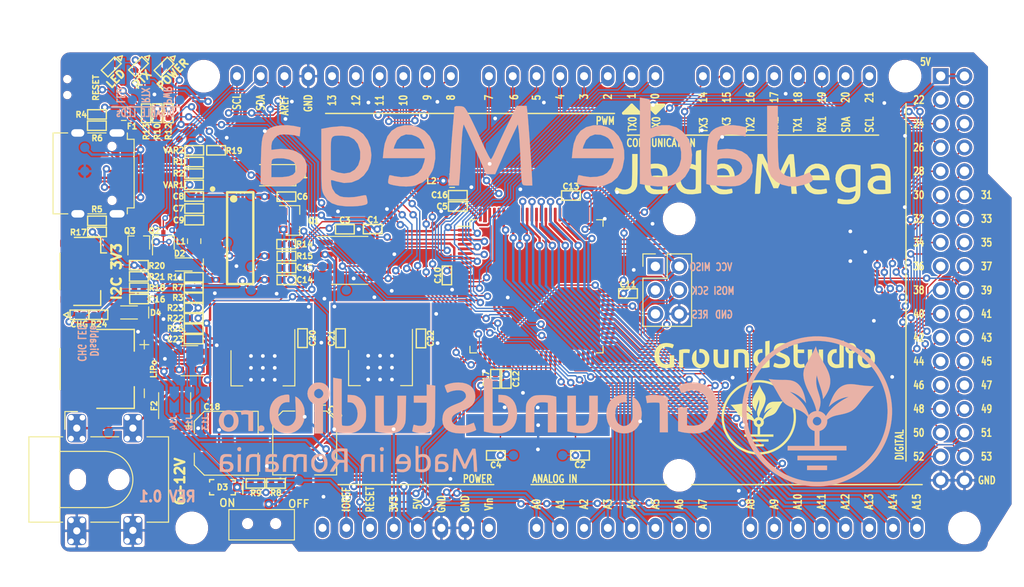
<source format=kicad_pcb>
(kicad_pcb (version 20211014) (generator pcbnew)
  (layers (0 "F.Cu" signal) (31 "B.Cu" signal) (34 "B.Paste" user) (35 "F.Paste" user) (36 "B.SilkS" user "B.Silkscreen") (37 "F.SilkS" user "F.Silkscreen") (38 "B.Mask" user) (39 "F.Mask" user) (44 "Edge.Cuts" user))
  (net 0 "")
  (net 1 "GND")
  (net 2 "AREF")
  (net 3 "VCC")
  (net 4 "USB_VCC")
  (net 5 "UD-")
  (net 6 "UD+")
  (net 7 "RESET")
  (net 8 "XTAL1")
  (net 9 "XTAL2")
  (net 10 "+5V")
  (net 11 "VIN")
  (net 12 "+3V3")
  (net 13 "Net-(IC1-Pad15)")
  (net 14 "Net-(IC1-Pad14)")
  (net 15 "Net-(IC1-Pad13)")
  (net 16 "Net-(IC1-Pad12)")
  (net 17 "Net-(IC1-Pad8)")
  (net 18 "Net-(IC1-Pad5)")
  (net 19 "D8")
  (net 20 "D9")
  (net 21 "D10")
  (net 22 "D11")
  (net 23 "D12")
  (net 24 "SCL")
  (net 25 "SDA")
  (net 26 "RXD0")
  (net 27 "TXD0")
  (net 28 "D2")
  (net 29 "D3")
  (net 30 "D4")
  (net 31 "D5")
  (net 32 "D6")
  (net 33 "D7")
  (net 34 "RXD1")
  (net 35 "TXD1")
  (net 36 "RXD2")
  (net 37 "TXD2")
  (net 38 "RXD3")
  (net 39 "TXD3")
  (net 40 "D53")
  (net 41 "D52")
  (net 42 "D51")
  (net 43 "D50")
  (net 44 "D49")
  (net 45 "D48")
  (net 46 "D47")
  (net 47 "D46")
  (net 48 "D45")
  (net 49 "D44")
  (net 50 "D43")
  (net 51 "D42")
  (net 52 "D41")
  (net 53 "D40")
  (net 54 "D39")
  (net 55 "D38")
  (net 56 "D37")
  (net 57 "D36")
  (net 58 "D35")
  (net 59 "D34")
  (net 60 "D33")
  (net 61 "D32")
  (net 62 "D31")
  (net 63 "D30")
  (net 64 "D29")
  (net 65 "D28")
  (net 66 "D27")
  (net 67 "D26")
  (net 68 "D25")
  (net 69 "D24")
  (net 70 "D23")
  (net 71 "D22")
  (net 72 "A0")
  (net 73 "A1")
  (net 74 "A2")
  (net 75 "A3")
  (net 76 "A4")
  (net 77 "A5")
  (net 78 "A6")
  (net 79 "A7")
  (net 80 "A8")
  (net 81 "A9")
  (net 82 "A10")
  (net 83 "A11")
  (net 84 "A12")
  (net 85 "A13")
  (net 86 "A14")
  (net 87 "A15")
  (net 88 "D-")
  (net 89 "D+")
  (net 90 "VBUS")
  (net 91 "Net-(USB1-PadB8)")
  (net 92 "Net-(USB1-PadA8)")
  (net 93 "Net-(C14-Pad1)")
  (net 94 "+BAT")
  (net 95 "Net-(D5-Pad2)")
  (net 96 "Net-(F2-Pad1)")
  (net 97 "IC1_RX")
  (net 98 "Net-(IC1-Pad7)")
  (net 99 "IC1_TX")
  (net 100 "Net-(IC2-Pad5)")
  (net 101 "CHRG")
  (net 102 "Net-(J3-Pad2)")
  (net 103 "L_CMD")
  (net 104 "Net-(J9-Pad8)")
  (net 105 "Net-(J12-Pad1)")
  (net 106 "Net-(L1-Pad2)")
  (net 107 "Net-(LED1-Pad2)")
  (net 108 "Net-(LED2-Pad2)")
  (net 109 "Net-(LED3-Pad2)")
  (net 110 "Net-(Q2-Pad2)")
  (net 111 "Net-(R5-Pad1)")
  (net 112 "Net-(R6-Pad1)")
  (net 113 "Net-(SW1-Pad1)")
  (net 114 "D13_SCK")
  (net 115 "Net-(J2-Pad2)")
  (net 116 "Net-(C9-Pad1)")
  (net 117 "Net-(C15-Pad1)")
  (net 118 "Net-(C16-Pad2)")
  (net 119 "Net-(D3-Pad2)")
  (net 120 "Net-(D5-Pad1)")
  (net 121 "Net-(J1-Pad2)")
  (net 122 "Net-(Q1-Pad1)")
  (net 123 "Net-(Q3-Pad2)")
  (net 124 "Net-(R8-Pad1)")
  (net 125 "Net-(U2-Pad79)")
  (net 126 "Net-(U2-Pad69)")
  (net 127 "Net-(U2-Pad68)")
  (net 128 "Net-(U2-Pad67)")
  (net 129 "Net-(U2-Pad66)")
  (net 130 "Net-(U2-Pad65)")
  (net 131 "Net-(U2-Pad49)")
  (net 132 "Net-(U2-Pad48)")
  (net 133 "Net-(U2-Pad47)")
  (net 134 "Net-(U2-Pad29)")
  (net 135 "Net-(U2-Pad28)")
  (net 136 "Net-(U2-Pad27)")
  (net 137 "Net-(U2-Pad14)")
  (net 138 "Net-(U2-Pad9)")
  (net 139 "Net-(U2-Pad8)")
  (net 140 "Net-(U2-Pad4)")
  (net 141 "Net-(C3-Pad1)")
  (footprint "GS_Local:C_0402_1005Metric" (layer "F.Cu") (at -8.052307 40.513001 180)
    (fp_text reference "C2")
    (fp_text value "C_0402_22pF_50V")
  )
  (footprint "GS_Local:C_0402_1005Metric" (layer "F.Cu") (at -17.043907 40.513001 180)
    (fp_text reference "C4")
    (fp_text value "C_0402_22pF_50V")
  )
  (footprint "GS_Local:C_0402_1005Metric" (layer "F.Cu") (at -21.107907 13.919201 180)
    (fp_text reference "C5")
    (fp_text value "C_0402_100nF_16V")
  )
  (footprint "GS_Local:C_0402_1005Metric" (layer "F.Cu") (at -22.276307 21.285201 -90)
    (fp_text reference "C10")
    (fp_text value "C_0402_100nF_16V")
  )
  (footprint "GS_Local:C_0402_1005Metric" (layer "F.Cu") (at -2.921507 23.215601)
    (fp_text reference "C11")
    (fp_text value "C_0402_100nF_16V")
  )
  (footprint "GS_Local:C_0402_1005Metric" (layer "F.Cu") (at -15.926307 32.334201 -90)
    (fp_text reference "C12")
    (fp_text value "C_0402_100nF_16V")
  )
  (footprint "GS_Local:C_0402_1005Metric" (layer "F.Cu") (at -9.019907 12.750801 180)
    (fp_text reference "C13")
    (fp_text value "C_0402_100nF_16V")
  )
  (footprint "GS_Local:C_0402_1005Metric" (layer "F.Cu") (at -21.107907 12.725401)
    (fp_text reference "C16")
    (fp_text value "C_0402_100nF_16V")
  )
  (footprint "GS_Local:C_0402_1005Metric" (layer "F.Cu") (at -39.41572 12.87526)
    (fp_text reference "C6")
    (fp_text value "C_0402_100nF_16V")
  )
  (footprint "GS_Local:C_0402_1005Metric" (layer "F.Cu") (at -49.27092 14.14526)
    (fp_text reference "C7")
    (fp_text value "C_0402_47pF_50V")
  )
  (footprint "GS_Local:C_0402_1005Metric" (layer "F.Cu") (at -49.28094 12.85748 180)
    (fp_text reference "C8")
    (fp_text value "C_0402_47pF_50V")
  )
  (footprint "GS_Local:C_0402_1005Metric" (layer "F.Cu") (at -49.27092 15.38986 180)
    (fp_text reference "C9")
    (fp_text value "C_0402_1uF_10V")
  )
  (footprint "GS_Local:C_0402_1005Metric" (layer "F.Cu") (at -39.41572 21.76526)
    (fp_text reference "C14")
    (fp_text value "C_0402_100nF_16V")
  )
  (footprint "GS_Local:C_0402_1005Metric" (layer "F.Cu") (at -39.41572 20.49526)
    (fp_text reference "C15")
    (fp_text value "C_0402_100nF_16V")
  )
  (footprint "GS_Local:C_0402_1005Metric" (layer "F.Cu") (at -17.094707 32.334201 -90)
    (fp_text reference "C17")
    (fp_text value "C_0402_22pF_50V")
  )
  (footprint "GS_Local:C_0402_1005Metric" (layer "F.Cu") (at -30.201107 16.34236 180)
    (fp_text reference "C1")
    (fp_text value "C_0402_100nF_16V")
  )
  (footprint "GS_Local:C_0402_1005Metric" (layer "F.Cu") (at -33.172907 16.357601)
    (fp_text reference "C3")
    (fp_text value "C_0402_100nF_16V")
  )
  (footprint "GS_Local:CP_Elec_6.3x5.4" (layer "F.Cu") (at -45.847 39.2176)
    (fp_text reference "C18")
    (fp_text value "CP_Elec_6.3x5.4_47uF_25V")
  )
  (footprint "GS_Local:CP_Elec_6.3x5.4" (layer "F.Cu") (at -37.465 39.1922 -90)
    (fp_text reference "C19")
    (fp_text value "CP_Elec_6.3x5.4_47uF_25V")
  )
  (footprint "GS_Local:C_0402_1005Metric" (layer "F.Cu") (at -37.6936 27.9908 -90)
    (fp_text reference "C20")
    (fp_text value "C_0402_100nF_16V")
  )
  (footprint "GS_Local:C_0402_1005Metric" (layer "F.Cu") (at -33.6296 27.9908 -90)
    (fp_text reference "C21")
    (fp_text value "C_0402_10uF_10V")
  )
  (footprint "GS_Local:C_0402_1005Metric" (layer "F.Cu") (at -25.0444 28.0186 -90)
    (fp_text reference "C22")
    (fp_text value "C_0402_10uF_10V")
  )
  (footprint "GS_Local:C_0402_1005Metric" (layer "F.Cu") (at -49.32172 28.0924 180)
    (fp_text reference "C23")
    (fp_text value "C_0402_1uF_10V")
  )
  (footprint "GS_Local:D_1206_3216Metric" (layer "F.Cu") (at -40.6908 10.58164 180)
    (fp_text reference "D1")
    (fp_text value "D_1206_CD1206-S01575")
  )
  (footprint "GS_Local:SOD-323" (layer "F.Cu") (at -50.394107 20.1168 180)
    (fp_text reference "D2")
    (fp_text value "SOD-323 SD103AWS")
  )
  (footprint "GS_Local:SOD-323" (layer "F.Cu") (at -56.23052 25.24506 180)
    (fp_text reference "D4")
    (fp_text value "SOD-323 SD103AWS")
  )
  (footprint "GS_Local:LED_0402_1005Metric" (layer "F.Cu") (at -61.53912 25.49398)
    (fp_text reference "D5")
    (fp_text value "LED_0402_RED")
  )
  (footprint "GS_Local:SOD-123" (layer "F.Cu") (at -46.2534 43.9166 180)
    (fp_text reference "D3")
    (fp_text value "SOD-123 1N4007W")
  )
  (footprint "GS_Local:Fuse_0805_2012Metric" (layer "F.Cu") (at -56.79186 4.02336 180)
    (fp_text reference "F1")
    (fp_text value "Fuse_0805_MF-PSMF050X-2")
  )
  (footprint "GS_Local:Fuse_1812_4532Metric" (layer "F.Cu") (at -51.3588 35.2044 -90)
    (fp_text reference "F2")
    (fp_text value "Fuse_1812_MF-MSMF050-2")
  )
  (footprint "GS_Local:SOP-16_150MIL" (layer "F.Cu") (at -44.35602 17.3101 -90)
    (fp_text reference "IC1")
    (fp_text value "SOP-16_150MIL HT42B534-2")
  )
  (footprint "GS_Local:SOT-23-5" (layer "F.Cu") (at -49.784 30.4038 180)
    (fp_text reference "IC2")
    (fp_text value "SOT23-5 BRCL4054CME")
  )
  (footprint "GS_Local:L_0805_2012Metric" (layer "F.Cu") (at -49.276 17.6276 90)
    (fp_text reference "L1")
    (fp_text value "L_0805_BLM21PG221SN1D")
  )
  (footprint "GS_Local:L_0805_2012Metric" (layer "F.Cu") (at -21.717507 11.176001)
    (fp_text reference "L2")
    (fp_text value "L_0805_SCMI201209X100KT")
  )
  (footprint "GS_Local:LED_0402_1005Metric" (layer "F.Cu") (at -55.2196 -1.01346 -135)
    (fp_text reference "LED1")
    (fp_text value "LED_0402_GREEN")
  )
  (footprint "GS_Local:LED_0402_1005Metric" (layer "F.Cu") (at -52.49418 -0.96774 -135)
    (fp_text reference "LED2")
    (fp_text value "LED_0402_RED")
  )
  (footprint "GS_Local:LED_0402_1005Metric" (layer "F.Cu") (at -58.13044 -0.98552 -135)
    (fp_text reference "LED3")
    (fp_text value "LED_0402_GREEN")
  )
  (footprint "GS_Local:SOT-323_SC-70" (layer "F.Cu") (at -52.5653 17.80286 90)
    (fp_text reference "Q2")
    (fp_text value "SOT-323 2N7002PW")
  )
  (footprint "GS_Local:SOT-323_SC-70" (layer "F.Cu") (at -55.19166 17.80286 90)
    (fp_text reference "Q3")
    (fp_text value "SOT-323 2N7002PW")
  )
  (footprint "GS_Local:SOT-23" (layer "F.Cu") (at -38.75532 15.41526)
    (fp_text reference "Q1")
    (fp_text value "SOT-23 IRLML6402")
  )
  (footprint "GS_Local:R_0402_1005Metric" (layer "F.Cu") (at -49.29124 9.17448 180)
    (fp_text reference "R1")
    (fp_text value "R_0402_33")
  )
  (footprint "GS_Local:R_0402_1005Metric" (layer "F.Cu") (at -49.29632 10.40892 180)
    (fp_text reference "R2")
    (fp_text value "R_0402_33")
  )
  (footprint "GS_Local:R_0402_1005Metric" (layer "F.Cu") (at -59.65952 4.08686)
    (fp_text reference "R4")
    (fp_text value "R_0402_10k")
  )
  (footprint "GS_Local:R_0402_1005Metric" (layer "F.Cu") (at -59.65698 15.45336 180)
    (fp_text reference "R5")
    (fp_text value "R_0402_5.1k")
  )
  (footprint "GS_Local:R_0402_1005Metric" (layer "F.Cu") (at -59.66968 5.29336 180)
    (fp_text reference "R6")
    (fp_text value "R_0402_5.1k")
  )
  (footprint "GS_Local:R_0402_1005Metric" (layer "F.Cu") (at -40.5384 43.5102)
    (fp_text reference "R8")
    (fp_text value "DNP")
  )
  (footprint "GS_Local:R_0402_1005Metric" (layer "F.Cu") (at -42.7228 43.5102)
    (fp_text reference "R9")
    (fp_text value "R_0402_0")
  )
  (footprint "GS_Local:R_0402_1005Metric" (layer "F.Cu") (at -53.21808 3.95732 90)
    (fp_text reference "R10")
    (fp_text value "R_0402_20k")
  )
  (footprint "GS_Local:R_0402_1005Metric" (layer "F.Cu") (at -49.31664 21.4884)
    (fp_text reference "R11")
    (fp_text value "R_0402_0")
  )
  (footprint "GS_Local:R_0402_1005Metric" (layer "F.Cu") (at -52.01666 3.97256 90)
    (fp_text reference "R12")
    (fp_text value "R_0402_20k")
  )
  (footprint "GS_Local:R_0402_1005Metric" (layer "F.Cu") (at -54.40426 3.97256 -90)
    (fp_text reference "R13")
    (fp_text value "R_0402_20k")
  )
  (footprint "GS_Local:R_0402_1005Metric" (layer "F.Cu") (at -39.44112 17.95526 180)
    (fp_text reference "R14")
    (fp_text value "R_0402_1k")
  )
  (footprint "GS_Local:R_0402_1005Metric" (layer "F.Cu") (at -39.41572 19.22526 180)
    (fp_text reference "R15")
    (fp_text value "R_0402_1k")
  )
  (footprint "GS_Local:R_0402_1005Metric" (layer "F.Cu") (at -55.16464 23.81)
    (fp_text reference "R16")
    (fp_text value "R_0402_2.2k")
  )
  (footprint "GS_Local:R_0402_1005Metric" (layer "F.Cu") (at -59.6519 16.64462)
    (fp_text reference "R17")
    (fp_text value "R_0402_2.2k")
  )
  (footprint "GS_Local:R_0402_1005Metric" (layer "F.Cu") (at -55.17464 22.6)
    (fp_text reference "R18")
    (fp_text value "R_0402_0")
  )
  (footprint "GS_Local:R_0402_1005Metric" (layer "F.Cu") (at -46.93412 7.92226 180)
    (fp_text reference "R19")
    (fp_text value "R_0402_2.2k")
  )
  (footprint "GS_Local:R_0402_1005Metric" (layer "F.Cu") (at -55.18464 20.2 180)
    (fp_text reference "R20")
    (fp_text value "R_0402_2.2k")
  )
  (footprint "GS_Local:R_0402_1005Metric" (layer "F.Cu") (at -55.18464 21.4)
    (fp_text reference "R21")
    (fp_text value "R_0402_0")
  )
  (footprint "GS_Local:R_0402_1005Metric" (layer "F.Cu") (at -49.32172 23.6728)
    (fp_text reference "R3")
    (fp_text value "R_0402_10k")
  )
  (footprint "GS_Local:R_0402_1005Metric" (layer "F.Cu") (at -49.32172 22.5806)
    (fp_text reference "R7")
    (fp_text value "R_0402_10k")
  )
  (footprint "GS_Local:R_0402_1005Metric" (layer "F.Cu") (at -49.32172 25.85466 180)
    (fp_text reference "R22")
    (fp_text value "R_0402_2k")
  )
  (footprint "GS_Local:R_0402_1005Metric" (layer "F.Cu") (at -49.32172 24.76246)
    (fp_text reference "R23")
    (fp_text value "R_0402_820k")
  )
  (footprint "GS_Local:R_0402_1005Metric" (layer "F.Cu") (at -59.49696 25.49398)
    (fp_text reference "R24")
    (fp_text value "R_0402_20k")
  )
  (footprint "GS_Local:R_0402_1005Metric" (layer "F.Cu") (at -49.32172 26.9748 180)
    (fp_text reference "R25")
    (fp_text value "R_0402_2k")
  )
  (footprint "GS_Local:K3-1296S-E2" (layer "F.Cu") (at -42.06494 47.8028 180)
    (fp_text reference "SW1")
    (fp_text value "K3-1296S-E2")
  )
  (footprint "GS_Local:TestPoint" (layer "F.Cu") (at -60.96 7.62)
    (fp_text reference "TP1")
    (fp_text value "TP_VBUS")
  )
  (footprint "GS_Local:TestPoint" (layer "F.Cu") (at -43.18 12.7)
    (fp_text reference "TP2")
    (fp_text value "TP_USB_VCC")
  )
  (footprint "GS_Local:TestPoint" (layer "F.Cu") (at -38.1 43.18)
    (fp_text reference "TP4")
    (fp_text value "TP_VCC")
  )
  (footprint "GS_Local:TestPoint" (layer "F.Cu") (at -9.906507 40.513001)
    (fp_text reference "TP7")
    (fp_text value "TP_XT1")
  )
  (footprint "GS_Local:TestPoint" (layer "F.Cu") (at -15.164307 40.513001)
    (fp_text reference "TP9")
    (fp_text value "TP_XT2")
  )
  (footprint "GS_Local:TestPoint" (layer "F.Cu") (at -60.96 10.16)
    (fp_text reference "TP8")
    (fp_text value "TP_USH")
  )
  (footprint "GS_Local:TestPoint" (layer "F.Cu") (at -53.34 5.08)
    (fp_text reference "TP10")
    (fp_text value "TP_RTXL")
  )
  (footprint "GS_Local:TestPoint" (layer "F.Cu") (at -43.18 22.86)
    (fp_text reference "TP11")
    (fp_text value "TP_DTR")
  )
  (footprint "GS_Local:TestPoint" (layer "F.Cu") (at -50.8 2.54)
    (fp_text reference "TP12")
    (fp_text value "TP_ONL")
  )
  (footprint "GS_Local:TestPoint" (layer "F.Cu") (at -55.88 2.54)
    (fp_text reference "TP13")
    (fp_text value "TP_LL")
  )
  (footprint "GS_Local:TestPoint" (layer "F.Cu") (at -45.72 17.78)
    (fp_text reference "TP14")
    (fp_text value "TP_TX")
  )
  (footprint "GS_Local:TestPoint" (layer "F.Cu") (at -43.18 20.32)
    (fp_text reference "TP15")
    (fp_text value "TP_RX")
  )
  (footprint "GS_Local:TestPoint" (layer "F.Cu") (at -33.02 22.86)
    (fp_text reference "TP3")
    (fp_text value "TP_LCMD")
  )
  (footprint "GS_Local:TestPoint" (layer "F.Cu") (at -35.56 20.32)
    (fp_text reference "TP5")
    (fp_text value "TP_CMP")
  )
  (footprint "GS_Local:TestPoint" (layer "F.Cu") (at -38.1 17.78)
    (fp_text reference "TP6")
    (fp_text value "TP_GATE")
  )
  (footprint "GS_Local:TestPoint" (layer "F.Cu") (at -58.42 38.1)
    (fp_text reference "TP16")
    (fp_text value "TP_PWRIN")
  )
  (footprint "GS_Local:TQFP-100_14x14mm_P0.5mm" (layer "F.Cu") (at -12.701263 22.454372)
    (fp_text reference "U2")
    (fp_text value "ATMEGA2560-16AU")
  )
  (footprint "GS_Local:SOP-8_3.9x4.9mm_P1.27mm" (layer "F.Cu") (at -32.65932 19.68246)
    (fp_text reference "U1")
    (fp_text value "SOP-8_3.9x4.9_P1.27 LM358")
  )
  (footprint "GS_Local:SOT-223" (layer "F.Cu") (at -41.93032 31.18028 -90)
    (fp_text reference "U3")
    (fp_text value "SOT-223 AMS1117-5.0")
  )
  (footprint "GS_Local:SOT-223" (layer "F.Cu") (at -29.36792 31.15434 -90)
    (fp_text reference "U4")
    (fp_text value "SOT-223 AMS1117-3.3")
  )
  (footprint "GS_Local:R_0402_1005Metric" (layer "F.Cu") (at -49.29632 11.61542 180)
    (fp_text reference "VAR1")
    (fp_text value "R_0402_PS0402V014AT")
  )
  (footprint "GS_Local:R_0402_1005Metric" (layer "F.Cu") (at -49.27092 7.92226 180)
    (fp_text reference "VAR2")
    (fp_text value "R_0402_PS0402V014AT")
  )
  (footprint "GS_Local:SH__1x04_P1.00mm_Horizontal" (layer "F.Cu") (at -61.34354 20.85988 -90)
    (fp_text reference "X1")
    (fp_text value "SH_1x04_P1.0_H")
  )
  (footprint "GS_Local:PH__1x02_P2.00mm_Horizontal" (layer "F.Cu") (at -56.02224 31.27756 -90)
    (fp_text reference "X2")
    (fp_text value "PH__1x02_P2.0_H")
  )
  (footprint "GS_Local:Crystal_HC49-SMD" (layer "F.Cu") (at -12.540487 37.271961 180)
    (fp_text reference "Y1")
    (fp_text value "HC49-SMD 5M0-1600A2020")
  )
  (footprint "GS_Local:Fiducial_0.75mm_Mask1.5mm" (layer "F.Cu") (at 36.321492 45.699681)
    (fp_text reference "FID2")
    (fp_text value "Fiducial")
  )
  (footprint "GS_Local:PinHeader_2x03_P2.54mm_Vertical_Male" (layer "F.Cu") (at 0 20.32)
    (fp_text reference "J4")
    (fp_text value "Conn_02x03_Odd_Even")
  )
  (footprint "GS_Local:Fiducial_0.75mm_Mask1.5mm" (layer "F.Cu") (at -58.773567 36.428681)
    (fp_text reference "FID3")
    (fp_text value "Fiducial")
  )
  (footprint "GS_Local:SCREW_M3" (layer "F.Cu") (at 33.019492 48.26508)
    (fp_text reference "REF**" hide)
    (fp_text value "SCREW_M3" hide)
  )
  (footprint "GS_Local:SCREW_M3" (layer "F.Cu") (at 2.539492 15.245081)
    (fp_text reference "REF**")
    (fp_text value "SCREW_M3")
  )
  (footprint "GS_Local:SCREW_M3" (layer "F.Cu") (at 26.669492 0.00508)
    (fp_text reference "REF**")
    (fp_text value "SCREW_M3")
  )
  (footprint "GS_Local:SCREW_M3" (layer "F.Cu") (at -48.260254 0.00508)
    (fp_text reference "REF**")
    (fp_text value "SCREW_M3")
  )
  (footprint "GS_Local:PinHeader_1x10_P2.54mm_Vertical_Female" (layer "F.Cu") (at -44.704253 0.000001 90)
    (fp_text reference "J5")
    (fp_text value "Conn_01x10")
  )
  (footprint "GS_Local:PinHeader_1x08_P2.54mm_Vertical_Female" (layer "F.Cu") (at -17.77746 48.260001 -90)
    (fp_text reference "J9")
    (fp_text value "Conn_01x08")
  )
  (footprint "GS_Local:SCREW_M3" (layer "F.Cu") (at 2.539492 42.65168)
    (fp_text reference "REF**")
    (fp_text value "SCREW_M3")
  )
  (footprint "GS_Local:USB_C_C167321" (layer "F.Cu") (at -59.50204 10.3886 -90)
    (fp_text reference "USB1")
    (fp_text value "USB_C 918-418K2023S40001")
  )
  (footprint "GS_Local:PinHeader_1x08_P2.54mm_Vertical_Female" (layer "F.Cu") (at 27.939493 48.260001 -90)
    (fp_text reference "J11")
    (fp_text value "Conn_01x08")
  )
  (footprint "GS_Local:SCREW_M3" (layer "F.Cu") (at -49.530255 48.26508)
    (fp_text reference "REF**")
    (fp_text value "SCREW_M3")
  )
  (footprint "GS_Local:Fiducial_0.75mm_Mask1.5mm" (layer "F.Cu") (at -59.794647 4.780281)
    (fp_text reference "FID1")
    (fp_text value "Fiducial")
  )
  (footprint "GS_Local:PinHeader_1x08_P2.54mm_Vertical_Female" (layer "F.Cu") (at -17.780507 0.000001 90)
    (fp_text reference "J6")
    (fp_text value "Conn_01x08")
  )
  (footprint "GS_Local:PinHeader_1x08_P2.54mm_Vertical_Female" (layer "F.Cu") (at 5.079493 0.000001 90)
    (fp_text reference "J7")
    (fp_text value "Conn_01x08")
  )
  (footprint "GS_Local:PinHeader_1x08_P2.54mm_Vertical_Female" (layer "F.Cu") (at 5.079493 48.260001 -90)
    (fp_text reference "J10")
    (fp_text value "Conn_01x08")
  )
  (footprint "GS_Local:DC-005-5.5-2.0MM-SMD" (layer "F.Cu") (at -58.82132 43.0911)
    (fp_text reference "J15")
    (fp_text value "DC-005-5.5-Barr_Jck_SMD")
  )
  (footprint "GS_Local:TS24CA" (layer "F.Cu") (at -62.82944 1.1684 90)
    (fp_text reference "SW2")
    (fp_text value "TS24CA")
  )
  (footprint "GS_Local:PinHeader_2x18_P2.54mm_Vertical_Male" (layer "F.Cu") (at 30.479493 0.000001)
    (fp_text reference "J8")
    (fp_text value "Conn_02x18")
  )
  (footprint "GS_Branding:Jade Mega 30x7" (layer "F.Cu") (at 10.413493 10.795001)
    (fp_text reference "G***" hide)
    (fp_text value "LOGO" hide)
  )
  (footprint "GS_Branding:GS_GroundStudio_23.6x3" (layer "F.Cu") (at 11.683493 29.718001)
    (fp_text reference "G***" hide)
    (fp_text value "LOGO" hide)
  )
  (footprint "GS_Branding:GS_Logo2_8x8" (layer "F.Cu") (at 11.048493 36.449001)
    (fp_text reference "G***")
    (fp_text value "LOGO")
  )
  (footprint "GS_Local:SolderJumper_NC" (layer "B.Cu") (at -54.48808 -0.5334 90)
    (fp_text reference "J1")
    (fp_text value "RX/TX LED DISABLE")
  )
  (footprint "GS_Local:SolderJumper_NC" (layer "B.Cu") (at -52.11826 -0.5334 90)
    (fp_text reference "J2")
    (fp_text value "PWR LED DISABLE")
  )
  (footprint "GS_Local:SolderJumper_NC" (layer "B.Cu") (at -57.1627 -0.55118 90)
    (fp_text reference "J3")
    (fp_text value "L LED DISABLE")
  )
  (footprint "GS_Local:SolderJumper_NO" (layer "B.Cu") (at -49.7586 34.56686 -90)
    (fp_text reference "J12")
    (fp_text value "CONNECT & SET D4 HIGH TO READ CHRG LVL ON A0")
  )
  (footprint "GS_Local:SolderJumper_NO" (layer "B.Cu") (at -48.07712 34.5694 -90)
    (fp_text reference "J13")
    (fp_text value "CONNECT TO READ CHRG LVL ON A0")
  )
  (footprint "GS_Local:SolderJumper_NO" (layer "B.Cu") (at -51.4096 34.5567 -90)
    (fp_text reference "J14")
    (fp_text value "CONNECT TO READ BATT LVL ON A1")
  )
  (footprint "GS_Local:SolderJumper_NC" (layer "B.Cu") (at -60.61202 25.7302 180)
    (fp_text reference "J16")
    (fp_text value "SolderJumper_NC")
  )
  (footprint "GS_Branding:GS_Logo2_16x16" (layer "B.Cu") (at 17.271493 35.814001 180)
    (fp_text reference "G***" hide)
    (fp_text value "LOGO" hide)
  )
  (footprint "GS_Branding:GS_GroundStudio_48x6" (layer "B.Cu") (at -17.272507 35.179001 180)
    (fp_text reference "G***" hide)
    (fp_text value "LOGO" hide)
  )
  (footprint "GS_Branding:GS_.ro_5x2.3" (layer "B.Cu") (at -44.196507 36.830001 180)
    (fp_text reference "G***" hide)
    (fp_text value "LOGO" hide)
  )
  (footprint "GS_Branding:GS_Made in Romania_27.5x2.9" (layer "B.Cu") (at -32.766507 40.894001 180)
    (fp_text reference "G***" hide)
    (fp_text value "LOGO" hide)
  )
  (footprint "GS_Branding:Jade Mega 61x14" (layer "B.Cu") (at -12.700507 8.128001 180)
    (fp_text reference "G***" hide)
    (fp_text value "LOGO" hide)
  )
  (gr_line (start -58.08472 3.28422) (end -50.82794 3.28422) (layer "B.SilkS") (width 0.1524))
  (gr_line (start -3.420047 3.961401) (end -1.642047 3.961401) (layer "F.SilkS") (width 0.3048))
  (gr_line (start -1.642047 3.961401) (end -2.531047 3.072401) (layer "F.SilkS") (width 0.3048))
  (gr_line (start -0.499047 3.199401) (end 0.516953 3.199401) (layer "F.SilkS") (width 0.3048))
  (gr_line (start 0.008953 3.961401) (end 0.897953 3.072401) (layer "F.SilkS") (width 0.3048))
  (gr_line (start 0.897953 3.072401) (end -0.880047 3.072401) (layer "F.SilkS") (width 0.3048))
  (gr_line (start -2.531047 3.072401) (end -3.420047 3.961401) (layer "F.SilkS") (width 0.3048))
  (gr_line (start -0.880047 3.072401) (end 0.008953 3.961401) (layer "F.SilkS") (width 0.3048))
  (gr_line (start -3.039047 3.834401) (end -2.531047 3.326401) (layer "F.SilkS") (width 0.3048))
  (gr_line (start -2.531047 3.326401) (end -2.023047 3.834401) (layer "F.SilkS") (width 0.3048))
  (gr_line (start -2.023047 3.834401) (end -2.785047 3.834401) (layer "F.SilkS") (width 0.3048))
  (gr_line (start -2.785047 3.834401) (end -2.404047 3.580401) (layer "F.SilkS") (width 0.3048))
  (gr_line (start -0.372047 3.326401) (end 0.135953 3.326401) (layer "F.SilkS") (width 0.3048))
  (gr_line (start 0.008953 3.453401) (end 0.008953 3.580401) (layer "F.SilkS") (width 0.3048))
  (gr_line (start 0.516953 3.199401) (end 0.008953 3.707401) (layer "F.SilkS") (width 0.3048))
  (gr_line (start 0.008953 3.707401) (end -0.372047 3.326401) (layer "F.SilkS") (width 0.3048))
  (gr_line (start 3.784093 43.637201) (end 28.498293 43.637201) (layer "F.SilkS") (width 0.1524))
  (gr_line (start -33.884107 43.637201) (end -17.272507 43.637201) (layer "F.SilkS") (width 0.1524))
  (gr_line (start -35.230307 3.987801) (end -4.369307 3.987801) (layer "F.SilkS") (width 0.1524))
  (gr_line (start 26.771093 41.122601) (end 26.771093 2.921001) (layer "F.SilkS") (width 0.1524))
  (gr_line (start -2.997707 6.299201) (end 23.850093 6.299201) (layer "F.SilkS") (width 0.1524))
  (gr_line (start -13.284707 43.637201) (end 1.269493 43.637201) (layer "F.SilkS") (width 0.1524))
  (gr_line (start 34.009839 -2.541) (end 35.533839 -1.017) (layer "Edge.Cuts") (width 0.00254))
  (gr_arc (start -63.54134 -1.541) (mid -63.248447 -2.248107) (end -62.54134 -2.541) (layer "Edge.Cuts") (width 0.00254))
  (gr_arc (start 35.517598 49.815243) (mid 35.229462 50.510864) (end 34.533841 50.799) (layer "Edge.Cuts") (width 0.00254))
  (gr_line (start -63.54134 49.799) (end -63.54134 -1.541) (layer "Edge.Cuts") (width 0.00254))
  (gr_line (start 35.533839 10.429494) (end 38.057598 12.969494) (layer "Edge.Cuts") (width 0.00254))
  (gr_line (start 38.057598 12.969494) (end 38.057598 45.735241) (layer "Edge.Cuts") (width 0.00254))
  (gr_line (start -38.80612 49.95926) (end -45.30852 49.95926) (layer "Edge.Cuts") (width 0.00254))
  (gr_arc (start -62.54134 50.799) (mid -63.248447 50.506107) (end -63.54134 49.799) (layer "Edge.Cuts") (width 0.00254))
  (gr_line (start -45.30852 49.95926) (end -45.96892 50.799) (layer "Edge.Cuts") (width 0.00254))
  (gr_line (start 34.533841 50.799) (end -38.14572 50.799) (layer "Edge.Cuts") (width 0.00254))
  (gr_line (start -45.96892 50.799) (end -62.54134 50.799) (layer "Edge.Cuts") (width 0.00254))
  (gr_line (start -62.54134 -2.541) (end 34.009839 -2.541) (layer "Edge.Cuts") (width 0.00254))
  (gr_line (start 35.533839 -1.017) (end 35.533839 10.429494) (layer "Edge.Cuts") (width 0.00254))
  (gr_line (start -38.14572 50.799) (end -38.80612 49.95926) (layer "Edge.Cuts") (width 0.00254))
  (gr_line (start 38.057598 45.735241) (end 35.517598 49.815243) (layer "Edge.Cuts") (width 0.00254))
  (gr_text "GND" (at 7.324853 25.476201) (layer "B.SilkS") (effects (font (size 0.8128 0.6096) (thickness 0.1524)) (justify mirror)))
  (gr_text "RES" (at 4.784853 25.476201) (layer "B.SilkS") (effects (font (size 0.8128 0.6096) (thickness 0.1524)) (justify mirror)))
  (gr_text "SCK" (at 4.784853 22.936201) (layer "B.SilkS") (effects (font (size 0.8128 0.6096) (thickness 0.1524)) (justify mirror)))
  (gr_text "MISO" (at 4.784853 20.396201) (layer "B.SilkS") (effects (font (size 0.8128 0.6096) (thickness 0.1524)) (justify mirror)))
  (gr_text "MOSI" (at 7.324853 22.936201) (layer "B.SilkS") (effects (font (size 0.8128 0.6096) (thickness 0.1524)) (justify mirror)))
  (gr_text "VCC" (at 7.324853 20.396201) (layer "B.SilkS") (effects (font (size 0.8128 0.6096) (thickness 0.1524)) (justify mirror)))
  (gr_text "DISABLE LEDs" (at -54.483 3.937) (layer "B.SilkS") (effects (font (size 0.8128 0.6096) (thickness 0.1524)) (justify mirror)))
  (gr_text "REV 0.1" (at -52.14112 44.9072) (layer "B.SilkS") (effects (font (size 1.143 1.016) (thickness 0.254)) (justify mirror)))
  (gr_text " Disable\nCHG LED" (at -60.62726 28.4988 270) (layer "B.SilkS") (effects (font (size 0.8128 0.6096) (thickness 0.1524)) (justify mirror)))
  (gr_text "RTX" (at -54.49062 2.0574 270) (layer "B.SilkS") (effects (font (size 0.8128 0.6096) (thickness 0.1524)) (justify mirror)))
  (gr_text "PWR" (at -52.14874 2.0574 270) (layer "B.SilkS") (effects (font (size 0.8128 0.6096) (thickness 0.1524)) (justify mirror)))
  (gr_text "LED" (at -57.15 2.0574 270) (layer "B.SilkS") (effects (font (size 0.8128 0.6096) (thickness 0.1524)) (justify mirror)))
  (gr_text "24" (at 28.137613 5.074921) (layer "F.SilkS") (effects (font (size 0.8128 0.6096) (thickness 0.1524))))
  (gr_text "31" (at 35.376613 12.697461) (layer "F.SilkS") (effects (font (size 0.8128 0.6096) (thickness 0.1524))))
  (gr_text "TX3" (at 5.155693 5.232401 90) (layer "F.SilkS") (effects (font (size 0.8128 0.6096) (thickness 0.1524))))
  (gr_text "RX3" (at 7.619493 5.257801 90) (layer "F.SilkS") (effects (font (size 0.8128 0.6096) (thickness 0.1524))))
  (gr_text "TX2" (at 10.159493 5.181601 90) (layer "F.SilkS") (effects (font (size 0.8128 0.6096) (thickness 0.1524))))
  (gr_text "RX2" (at 12.724893 5.181601 90) (layer "F.SilkS") (effects (font (size 0.8128 0.6096) (thickness 0.1524))))
  (gr_text "TX1" (at 15.214093 5.181601 90) (layer "F.SilkS") (effects (font (size 0.8128 0.6096) (thickness 0.1524))))
  (gr_text "RX1" (at 17.804893 5.156201 90) (layer "F.SilkS") (effects (font (size 0.8128 0.6096) (thickness 0.1524))))
  (gr_text "SDA" (at 20.370293 5.181601 90) (layer "F.SilkS") (effects (font (size 0.8128 0.6096) (thickness 0.1524))))
  (gr_text "SCL" (at 22.884893 5.181601 90) (layer "F.SilkS") (effects (font (size 0.8128 0.6096) (thickness 0.1524))))
  (gr_text "1" (at -2.540507 2.108201 90) (layer "F.SilkS") (effects (font (size 0.8128 0.6096) (thickness 0.1524))))
  (gr_text "0" (at -0.025907 2.133601 90) (layer "F.SilkS") (effects (font (size 0.8128 0.6096) (thickness 0.1524))))
  (gr_text "14" (at 5.104893 2.260601 90) (layer "F.SilkS") (effects (font (size 0.8128 0.6096) (thickness 0.1524))))
  (gr_text "15" (at 7.619493 2.260601 90) (layer "F.SilkS") (effects (font (size 0.8128 0.6096) (thickness 0.1524))))
  (gr_text "16" (at 10.159493 2.260601 90) (layer "F.SilkS") (effects (font (size 0.8128 0.6096) (thickness 0.1524))))
  (gr_text "17" (at 12.699493 2.260601 90) (layer "F.SilkS") (effects (font (size 0.8128 0.6096) (thickness 0.1524))))
  (gr_text "18" (at 15.239493 2.260601 90) (layer "F.SilkS") (effects (font (size 0.8128 0.6096) (thickness 0.1524))))
  (gr_text "19" (at 17.779493 2.260601 90) (layer "F.SilkS") (effects (font (size 0.8128 0.6096) (thickness 0.1524))))
  (gr_text "20" (at 20.319493 2.260601 90) (layer "F.SilkS") (effects (font (size 0.8128 0.6096) (thickness 0.1524))))
  (gr_text "21" (at 22.859493 2.260601 90) (layer "F.SilkS") (effects (font (size 0.8128 0.6096) (thickness 0.1524))))
  (gr_text "26" (at 28.137613 7.620001) (layer "F.SilkS") (effects (font (size 0.8128 0.6096) (thickness 0.1524))))
  (gr_text "28" (at 28.142693 10.160001) (layer "F.SilkS") (effects (font (size 0.8128 0.6096) (thickness 0.1524))))
  (gr_text "30" (at 28.142693 12.700001) (layer "F.SilkS") (effects (font (size 0.8128 0.6096) (thickness 0.1524))))
  (gr_text "32" (at 28.142693 15.240001) (layer "F.SilkS") (effects (font (size 0.8128 0.6096) (thickness 0.1524))))
  (gr_text "34" (at 28.142693 17.780001) (layer "F.SilkS") (effects (font (size 0.8128 0.6096) (thickness 0.1524))))
  (gr_text "36" (at 28.142693 20.320001) (layer "F.SilkS") (effects (font (size 0.8128 0.6096) (thickness 0.1524))))
  (gr_text "38" (at 28.142693 22.860001) (layer "F.SilkS") (effects (font (size 0.8128 0.6096) (thickness 0.1524))))
  (gr_text "40" (at 28.142693 25.400001) (layer "F.SilkS") (effects (font (size 0.8128 0.6096) (thickness 0.1524))))
  (gr_text "42" (at 28.142693 27.940001) (layer "F.SilkS") (effects (font (size 0.8128 0.6096) (thickness 0.1524))))
  (gr_text "44" (at 28.142693 30.480001) (layer "F.SilkS") (effects (font (size 0.8128 0.6096) (thickness 0.1524))))
  (gr_text "46" (at 28.142693 33.020001) (layer "F.SilkS") (effects (font (size 0.8128 0.6096) (thickness 0.1524))))
  (gr_text "48" (at 28.142693 35.560001) (layer "F.SilkS") (effects (font (size 0.8128 0.6096) (thickness 0.1524))))
  (gr_text "50" (at 28.142693 38.100001) (layer "F.SilkS") (effects (font (size 0.8128 0.6096) (thickness 0.1524))))
  (gr_text "52" (at 28.142693 40.640001) (layer "F.SilkS") (effects (font (size 0.8128 0.6096) (thickness 0.1524))))
  (gr_text "33" (at 35.381693 15.240001) (layer "F.SilkS") (effects (font (size 0.8128 0.6096) (thickness 0.1524))))
  (gr_text "35" (at 35.381693 17.780001) (layer "F.SilkS") (effects (font (size 0.8128 0.6096) (thickness 0.1524))))
  (gr_text "37" (at 35.381693 20.320001) (layer "F.SilkS") (effects (font (size 0.8128 0.6096) (thickness 0.1524))))
  (gr_text "39" (at 35.381693 22.885401) (layer "F.SilkS") (effects (font (size 0.8128 0.6096) (thickness 0.1524))))
  (gr_text "41" (at 35.381693 25.400001) (layer "F.SilkS") (effects (font (size 0.8128 0.6096) (thickness 0.1524))))
  (gr_text "43" (at 35.381693 27.940001) (layer "F.SilkS") (effects (font (size 0.8128 0.6096) (thickness 0.1524))))
  (gr_text "45" (at 35.381693 30.480001) (layer "F.SilkS") (effects (font (size 0.8128 0.6096) (thickness 0.1524))))
  (gr_text "47" (at 35.381693 33.020001) (layer "F.SilkS") (effects (font (size 0.8128 0.6096) (thickness 0.1524))))
  (gr_text "49" (at 35.381693 35.560001) (layer "F.SilkS") (effects (font (size 0.8128 0.6096) (thickness 0.1524))))
  (gr_text "51" (at 35.381693 38.100001) (layer "F.SilkS") (effects (font (size 0.8128 0.6096) (thickness 0.1524))))
  (gr_text "53" (at 35.381693 40.640001) (layer "F.SilkS") (effects (font (size 0.8128 0.6096) (thickness 0.1524))))
  (gr_text "A15" (at 27.914093 45.466001 90) (layer "F.SilkS") (effects (font (size 0.8128 0.6096) (thickness 0.1524))))
  (gr_text "ANALOG IN" (at -10.744707 43.027601) (layer "F.SilkS") (effects (font (size 0.8128 0.6096) (thickness 0.1524))))
  (gr_text "A14" (at 25.374093 45.466001 90) (layer "F.SilkS") (effects (font (size 0.8128 0.6096) (thickness 0.1524))))
  (gr_text "A13" (at 22.834093 45.466001 90) (layer "F.SilkS") (effects (font (size 0.8128 0.6096) (thickness 0.1524))))
  (gr_text "A12" (at 20.294093 45.466001 90) (layer "F.SilkS") (effects (font (size 0.8128 0.6096) (thickness 0.1524))))
  (gr_text "A11" (at 17.754093 45.466001 90) (layer "F.SilkS") (effects (font (size 0.8128 0.6096) (thickness 0.1524))))
  (gr_text "A10" (at 15.214093 45.466001 90) (layer "F.SilkS") (effects (font (size 0.8128 0.6096) (thickness 0.1524))))
  (gr_text "A9" (at 12.699493 45.720001 90) (layer "F.SilkS") (effects (font (size 0.8128 0.6096) (thickness 0.1524))))
  (gr_text "A8" (at 10.159493 45.720001 90) (layer "F.SilkS") (effects (font (size 0.8128 0.6096) (thickness 0.1524))))
  (gr_text "A7" (at 5.079493 45.720001 90) (layer "F.SilkS") (effects (font (size 0.8128 0.6096) (thickness 0.1524))))
  (gr_text "A6" (at 2.539493 45.720001 90) (layer "F.SilkS") (effects (font (size 0.8128 0.6096) (thickness 0.1524))))
  (gr_text "A5" (at -0.000507 45.720001 90) (layer "F.SilkS") (effects (font (size 0.8128 0.6096) (thickness 0.1524))))
  (gr_text "A4" (at -2.540507 45.720001 90) (layer "F.SilkS") (effects (font (size 0.8128 0.6096) (thickness 0.1524))))
  (gr_text "A3" (at -5.080507 45.720001 90) (layer "F.SilkS") (effects (font (size 0.8128 0.6096) (thickness 0.1524))))
  (gr_text "A2" (at -7.620507 45.720001 90) (layer "F.SilkS") (effects (font (size 0.8128 0.6096) (thickness 0.1524))))
  (gr_text "A1" (at -10.160507 45.720001 90) (layer "F.SilkS") (effects (font (size 0.8128 0.6096) (thickness 0.1524))))
  (gr_text "A0" (at -12.700507 45.720001 90) (layer "F.SilkS") (effects (font (size 0.8128 0.6096) (thickness 0.1524))))
  (gr_text "Vin" (at -17.780507 45.720001 90) (layer "F.SilkS") (effects (font (size 0.8128 0.6096) (thickness 0.1524))))
  (gr_text "GND" (at -20.320507 45.720001 90) (layer "F.SilkS") (effects (font (size 0.8128 0.6096) (thickness 0.1524))))
  (gr_text "GND" (at -22.860507 45.720001 90) (layer "F.SilkS") (effects (font (size 0.8128 0.6096) (thickness 0.1524))))
  (gr_text "5V" (at -25.400507 45.720001 90) (layer "F.SilkS") (effects (font (size 0.8128 0.6096) (thickness 0.1524))))
  (gr_text "3V3" (at -27.940507 45.720001 90) (layer "F.SilkS") (effects (font (size 0.8128 0.6096) (thickness 0.1524))))
  (gr_text "RESET" (at -30.480507 45.212001 90) (layer "F.SilkS") (effects (font (size 0.8128 0.6096) (thickness 0.1524))))
  (gr_text "IOREF" (at -33.020507 45.212001 90) (layer "F.SilkS") (effects (font (size 0.8128 0.6096) (thickness 0.1524))))
  (gr_text "POWER" (at -18.999707 43.027601) (layer "F.SilkS") (effects (font (size 0.8128 0.6096) (thickness 0.1524))))
  (gr_text "PWM" (at -5.359907 4.775201) (layer "F.SilkS") (effects (font (size 0.8128 0.6096) (thickness 0.1524))))
  (gr_text "5V" (at 28.853893 -1.523999) (layer "F.SilkS") (effects (font (size 0.8128 0.6096) (thickness 0.1524))))
  (gr_text "GND" (at 35.407093 43.180001) (layer "F.SilkS") (effects (font (size 0.8128 0.6096) (thickness 0.1524))))
  (gr_text "12" (at -31.979107 2.590801 90) (layer "F.SilkS") (effects (font (size 0.8128 0.6096) (thickness 0.1524))))
  (gr_text "11" (at -29.464507 2.590801 90) (layer "F.SilkS") (effects (font (size 0.8128 0.6096) (thickness 0.1524))))
  (gr_text "10" (at -26.924507 2.590801 90) (layer "F.SilkS") (effects (font (size 0.8128 0.6096) (thickness 0.1524))))
  (gr_text "9" (at -24.359107 2.286001 90) (layer "F.SilkS") (effects (font (size 0.8128 0.6096) (thickness 0.1524))))
  (gr_text "8" (at -21.844507 2.286001 90) (layer "F.SilkS") (effects (font (size 0.8128 0.6096) (thickness 0.1524))))
  (gr_text "7" (at -17.780507 2.286001 90) (layer "F.SilkS") (effects (font (size 0.8128 0.6096) (thickness 0.1524))))
  (gr_text "6" (at -15.088107 2.235201 90) (layer "F.SilkS") (effects (font (size 0.8128 0.6096) (thickness 0.1524))))
  (gr_text "5" (at -12.700507 2.286001 90) (layer "F.SilkS") (effects (font (size 0.8128 0.6096) (thickness 0.1524))))
  (gr_text "4" (at -10.160507 2.209801 90) (layer "F.SilkS") (effects (font (size 0.8128 0.6096) (thickness 0.1524))))
  (gr_text "3" (at -7.620507 2.184401 90) (layer "F.SilkS") (effects (font (size 0.8128 0.6096) (thickness 0.1524))))
  (gr_text "2" (at -5.080507 2.184401 90) (layer "F.SilkS") (effects (font (size 0.8128 0.6096) (thickness 0.1524))))
  (gr_text "TX0" (at -2.438907 5.130801 90) (layer "F.SilkS") (effects (font (size 0.8128 0.6096) (thickness 0.1524))))
  (gr_text "RX0" (at 0.101093 5.207001 90) (layer "F.SilkS") (effects (font (size 0.8128 0.6096) (thickness 0.1524))))
  (gr_text "DIGITAL" (at 26.085293 39.395401 90) (layer "F.SilkS") (effects (font (size 0.8128 0.6096) (thickness 0.1524))))
  (gr_text "SDA" (at -42.164507 2.819401 90) (layer "F.SilkS") (effects (font (size 0.8128 0.6096) (thickness 0.1524))))
  (gr_text "POWER" (at -51.55946 -0.19304 45) (layer "F.SilkS") (effects (font (size 0.8128 0.8128) (thickness 0.2032))))
  (gr_text "ON" (at -45.72762 45.593) (layer "F.SilkS") (effects (font (size 0.8128 0.8128) (thickness 0.1524))))
  (gr_text "LiPo" (at -53.60416 31.28264 90) (layer "F.SilkS") (effects (font (size 0.6096 0.6096) (thickness 0.1524))))
  (gr_text "22" (at 28.160473 2.542541) (layer "F.SilkS") (effects (font (size 0.8128 0.6096) (thickness 0.1524))))
  (gr_text "I2C 3V3" (at -57.5691 20.88642 90) (layer "F.SilkS") (effects (font (size 1.016 1.016) (thickness 0.254))))
  (gr_text "6-12V" (at -50.79492 43.30446 90) (layer "F.SilkS") (effects (font (size 1.016 1.016) (thickness 0.254))))
  (gr_text "CHG" (at -61.55436 26.50998) (layer "F.SilkS") (effects (font (size 0.6096 0.6096) (thickness 0.1524))))
  (gr_text "GND" (at -37.084507 2.895601 90) (layer "F.SilkS") (effects (font (size 0.8128 0.6096) (thickness 0.1524))))
  (gr_text "COMMUNICATION" (at 0.609093 7.137401) (layer "F.SilkS") (effects (font (size 0.8128 0.6096) (thickness 0.1524))))
  (gr_text "13" (at -34.544507 2.590801 90) (layer "F.SilkS") (effects (font (size 0.8128 0.6096) (thickness 0.1524))))
  (gr_text "SCL" (at -44.704507 2.743201 90) (layer "F.SilkS") (effects (font (size 0.8128 0.6096) (thickness 0.1524))))
  (gr_text "RESET" (at -59.77128 1.2446 90) (layer "F.SilkS") (effects (font (size 0.6096 0.6096) (thickness 0.1524))))
  (gr_text "AREF" (at -39.624507 3.098801 90) (layer "F.SilkS") (effects (font (size 0.8128 0.6096) (thickness 0.1524))))
  (gr_text "LED" (at -57.64784 0.28702 45) (layer "F.SilkS") (effects (font (size 0.8128 0.8128) (thickness 0.2032))))
  (gr_text "RTX" (at -54.85384 0.3683 45) (layer "F.SilkS") (effects (font (size 0.8128 0.8128) (thickness 0.2032))))
  (gr_text "OFF" (at -38.1 45.6946) (layer "F.SilkS") (effects (font (size 0.8128 0.8128) (thickness 0.1524))))
  (segment (start -23.287508 28.5036) (end -23.266907 28.524201) (width 0.254) (layer "F.Cu") (net 1))
  (segment (start -56.44642 7.34314) (end -56.44642 7.04342) (width 0.254) (layer "F.Cu") (net 1))
  (segment (start -25.0444 28.5036) (end -23.287508 28.5036) (width 0.254) (layer "F.Cu") (net 1))
  (segment (start -35.689906 28.4758) (end -35.687507 28.473401) (width 0.254) (layer "F.Cu") (net 1))
  (segment (start -33.6296 28.4758) (end -35.685108 28.4758) (width 0.254) (layer "F.Cu") (net 1))
  (segment (start -37.6936 28.4758) (end -39.1848 28.4758) (width 0.254) (layer "F.Cu") (net 1))
  (segment (start -25.0444 28.5036) (end -26.56866 28.5036) (width 0.254) (layer "F.Cu") (net 1))
  (segment (start -39.1848 28.4758) (end -39.63032 28.03028) (width 0.254) (layer "F.Cu") (net 1))
  (segment (start -37.6936 28.4758) (end -35.689906 28.4758) (width 0.254) (layer "F.Cu") (net 1))
  (segment (start -35.685108 28.4758) (end -35.687507 28.473401) (width 0.254) (layer "F.Cu") (net 1))
  (segment (start -26.56866 28.5036) (end -27.06792 28.00434) (width 0.254) (layer "F.Cu") (net 1))
  (via (at -35.357307 23.774401) (size 0.8) (drill 0.4) (layers "F.Cu" "B.Cu") (net 1))
  (via (at -23.292307 2.743201) (size 0.8) (drill 0.4) (layers "F.Cu" "B.Cu") (net 1))
  (via (at 24.459693 2.870201) (size 0.8) (drill 0.4) (layers "F.Cu" "B.Cu") (net 1))
  (via (at -12.548107 39.878001) (size 0.8) (drill 0.4) (layers "F.Cu" "B.Cu") (net 1))
  (via (at -41.504107 41.656001) (size 0.8) (drill 0.4) (layers "F.Cu" "B.Cu") (net 1))
  (via (at -28.677107 14.198601) (size 0.8) (drill 0.4) (layers "F.Cu" "B.Cu") (net 1))
  (via (at -28.169107 22.936201) (size 0.8) (drill 0.4) (layers "F.Cu" "B.Cu") (net 1))
  (via (at -39.522907 4.572001) (size 0.8) (drill 0.4) (layers "F.Cu" "B.Cu") (net 1))
  (via (at -31.699707 16.357601) (size 0.8) (drill 0.4) (layers "F.Cu" "B.Cu") (net 1))
  (via (at -5.410707 15.240001) (size 0.8) (drill 0.4) (layers "F.Cu" "B.Cu") (net 1))
  (via (at -35.687507 28.473401) (size 0.8) (drill 0.4) (layers "F.Cu" "B.Cu") (net 1))
  (via (at -21.895307 43.027601) (size 0.8) (drill 0.4) (layers "F.Cu" "B.Cu") (net 1))
  (via (at -53.518307 1.955801) (size 0.8) (drill 0.4) (layers "F.Cu" "B.Cu") (net 1))
  (via (at 20.827493 19.761201) (size 0.8) (drill 0.4) (layers "F.Cu" "B.Cu") (net 1))
  (via (at -2.311907 20.701001) (size 0.8) (drill 0.4) (layers "F.Cu" "B.Cu") (net 1))
  (via (at -12.522707 37.287201) (size 0.8) (drill 0.4) (layers "F.Cu" "B.Cu") (net 1))
  (via (at -23.266907 28.524201) (size 0.8) (drill 0.4) (layers "F.Cu" "B.Cu") (net 1))
  (via (at -17.704307 9.372601) (size 0.8) (drill 0.4) (layers "F.Cu" "B.Cu") (net 1))
  (via (at -52.553107 25.958801) (size 0.8) (drill 0.4) (layers "F.Cu" "B.Cu") (net 1))
  (via (at -41.732707 5.867401) (size 0.8) (drill 0.4) (layers "F.Cu" "B.Cu") (net 1))
  (via (at -14.427707 12.090401) (size 0.8) (drill 0.4) (layers "F.Cu" "B.Cu") (net 1))
  (via (at -50.978307 28.473401) (size 0.8) (drill 0.4) (layers "F.Cu" "B.Cu") (net 1))
  (via (at -45.796707 6.578601) (size 0.8) (drill 0.4) (layers "F.Cu" "B.Cu") (net 1))
  (via (at -52.400707 30.200601) (size 0.8) (drill 0.4) (layers "F.Cu" "B.Cu") (net 1))
  (via (at -44.755307 20.294601) (size 0.8) (drill 0.4) (layers "F.Cu" "B.Cu") (net 1))
  (via (at -22.885907 14.427201) (size 0.8) (drill 0.4) (layers "F.Cu" "B.Cu") (net 1))
  (via (at -19.660107 11.861801) (size 0.8) (drill 0.4) (layers "F.Cu" "B.Cu") (net 1))
  (via (at -18.339307 31.521401) (size 0.8) (drill 0.4) (layers "F.Cu" "B.Cu") (net 1))
  (via (at -11.913107 2.819401) (size 0.8) (drill 0.4) (layers "F.Cu" "B.Cu") (net 1))
  (via (at 8.914893 44.297601) (size 0.8) (drill 0.4) (layers "F.Cu" "B.Cu") (net 1))
  (via (at -50.876707 21.564601) (size 0.8) (drill 0.4) (layers "F.Cu" "B.Cu") (net 1))
  (via (at -16.104107 35.382201) (size 0.8) (drill 0.4) (layers "F.Cu" "B.Cu") (net 1))
  (via (at -33.909507 14.452601) (size 0.8) (drill 0.4) (layers "F.Cu" "B.Cu") (net 1))
  (via (at 20.827493 16.586201) (size 0.8) (drill 0.4) (layers "F.Cu" "B.Cu") (net 1))
  (via (at -30.023307 23.622001) (size 0.8) (drill 0.4) (layers "F.Cu" "B.Cu") (net 1))
  (via (at -32.233107 21.615401) (size 0.8) (drill 0.4) (layers "F.Cu" "B.Cu") (net 1))
  (via (at -12.573507 35.407601) (size 0.8) (drill 0.4) (layers "F.Cu" "B.Cu") (net 1))
  (via (at -47.066707 23.190201) (size 0.8) (drill 0.4) (layers "F.Cu" "B.Cu") (net 1))
  (via (at 26.644093 13.995401) (size 0.8) (drill 0.4) (layers "F.Cu" "B.Cu") (net 1))
  (via (at -50.673507 24.511001) (size 0.8) (drill 0.4) (layers "F.Cu" "B.Cu") (net 1))
  (via (at -48.844707 37.617401) (size 0.8) (drill 0.4) (layers "F.Cu" "B.Cu") (net 1))
  (via (at 13.918693 1.879601) (size 0.8) (drill 0.4) (layers "F.Cu" "B.Cu") (net 1))
  (via (at -4.089907 12.395201) (size 0.8) (drill 0.4) (layers "F.Cu" "B.Cu") (net 1))
  (via (at -15.773907 23.647401) (size 0.8) (drill 0.4) (layers "F.Cu" "B.Cu") (net 1))
  (via (at -23.419307 25.400001) (size 0.8) (drill 0.4) (layers "F.Cu" "B.Cu") (net 1))
  (via (at 4.952493 5.791201) (size 0.8) (drill 0.4) (layers "F.Cu" "B.Cu") (net 1))
  (via (at 8.254493 32.207201) (size 0.8) (drill 0.4) (layers "F.Cu" "B.Cu") (net 1))
  (via (at -17.120107 4.521201) (size 0.8) (drill 0.4) (layers "F.Cu" "B.Cu") (net 1))
  (via (at -35.458907 44.932601) (size 0.8) (drill 0.4) (layers "F.Cu" "B.Cu") (net 1))
  (via (at -14.148307 33.832801) (size 0.8) (drill 0.4) (layers "F.Cu" "B.Cu") (net 1))
  (via (at 23.342093 26.136601) (size 0.8) (drill 0.4) (layers "F.Cu" "B.Cu") (net 1))
  (via (at 26.669493 6.375401) (size 0.8) (drill 0.4) (layers "F.Cu" "B.Cu") (net 1))
  (via (at 22.427693 18.770601) (size 0.8) (drill 0.4) (layers "F.Cu" "B.Cu") (net 1))
  (via (at -30.658307 2.819401) (size 0.8) (drill 0.4) (layers "F.Cu" "B.Cu") (net 1))
  (via (at -21.717507 22.809201) (size 0.8) (drill 0.4) (layers "F.Cu" "B.Cu") (net 1))
  (via (at -27.889707 19.024601) (size 0.8) (drill 0.4) (layers "F.Cu" "B.Cu") (net 1))
  (via (at -42.139107 3.048001) (size 0.8) (drill 0.4) (layers "F.Cu" "B.Cu") (net 1))
  (via (at -1.626107 36.880801) (size 0.8) (drill 0.4) (layers "F.Cu" "B.Cu") (net 1))
  (via (at -0.305307 15.773401) (size 0.8) (drill 0.4) (layers "F.Cu" "B.Cu") (net 1))
  (via (at -38.837107 2.717801) (size 0.8) (drill 0.4) (layers "F.Cu" "B.Cu") (net 1))
  (via (at 25.297893 32.131001) (size 0.8) (drill 0.4) (layers "F.Cu" "B.Cu") (net 1))
  (via (at -55.270907 27.305001) (size 0.8) (drill 0.4) (layers "F.Cu" "B.Cu") (net 1))
  (via (at 7.136893 6.502401) (size 0.8) (drill 0.4) (layers "F.Cu" "B.Cu") (net 1))
  (via (at -40.462707 23.241001) (size 0.8) (drill 0.4) (layers "F.Cu" "B.Cu") (net 1))
  (segment (start -12.522707 37.287201) (end -12.522707 39.852601) (width 0.254) (layer "B.Cu") (net 1))
  (segment (start -12.522707 39.852601) (end -12.548107 39.878001) (width 0.254) (layer "B.Cu") (net 1))
  (segment (start -22.011821 14.706601) (end -23.866021 16.560801) (width 0.254) (layer "F.Cu") (net 2))
  (segment (start -18.898107 15.900401) (end -17.932907 15.900401) (width 0.254) (layer "F.Cu") (net 2))
  (segment (start -20.622907 13.919201) (end -21.410307 14.706601) (width 0.254) (layer "F.Cu") (net 2))
  (segment (start -23.866021 16.560801) (end -27.513799 16.560801) (width 0.254) (layer "F.Cu") (net 2))
  (segment (start -21.410307 14.706601) (end -22.011821 14.706601) (width 0.254) (layer "F.Cu") (net 2))
  (segment (start -17.932907 15.900401) (end -17.701263 15.668757) (width 0.254) (layer "F.Cu") (net 2))
  (segment (start -34.290516 15.189192) (end -35.662107 13.817601) (width 0.254) (layer "F.Cu") (net 2))
  (segment (start -39.624253 1.955547) (end -40.310307 2.641601) (width 0.254) (layer "F.Cu") (net 2))
  (segment (start -17.701263 15.668757) (end -17.701263 14.791872) (width 0.254) (layer "F.Cu") (net 2))
  (segment (start -19.177507 14.986001) (end -19.177507 15.621001) (width 0.254) (layer "F.Cu") (net 2))
  (segment (start -27.513799 16.560801) (end -28.885408 15.189192) (width 0.254) (layer "F.Cu") (net 2))
  (segment (start -20.622907 13.919201) (end -20.244307 13.919201) (width 0.254) (layer "F.Cu") (net 2))
  (segment (start -39.624253 0.000001) (end -39.624253 1.955547) (width 0.254) (layer "F.Cu") (net 2))
  (segment (start -28.885408 15.189192) (end -34.290516 15.189192) (width 0.254) (layer "F.Cu") (net 2))
  (segment (start -19.177507 15.621001) (end -18.898107 15.900401) (width 0.254) (layer "F.Cu") (net 2))
  (segment (start -35.662107 13.817601) (end -35.662107 13.538201) (width 0.254) (layer "F.Cu") (net 2))
  (segment (start -20.244307 13.919201) (end -19.177507 14.986001) (width 0.254) (layer "F.Cu") (net 2))
  (via (at -40.310307 2.641601) (size 0.8) (drill 0.4) (layers "F.Cu" "B.Cu") (net 2))
  (via (at -35.662107 13.538201) (size 0.8) (drill 0.4) (layers "F.Cu" "B.Cu") (net 2))
  (segment (start -40.310307 4.932693) (end -36.043097 9.199903) (width 0.254) (layer "B.Cu") (net 2))
  (segment (start -36.043097 13.157211) (end -35.662107 13.538201) (width 0.254) (layer "B.Cu") (net 2))
  (segment (start -36.043097 9.199903) (end -36.043097 13.157211) (width 0.254) (layer "B.Cu") (net 2))
  (segment (start -40.310307 2.641601) (end -40.310307 4.932693) (width 0.254) (layer "B.Cu") (net 2))
  (segment (start -59.17452 3.675014) (end -58.826907 3.327401) (width 0.254) (layer "F.Cu") (net 3))
  (segment (start -48.600541 6.740839) (end -48.600541 5.882967) (width 0.254) (layer "F.Cu") (net 3))
  (segment (start -46.552979 8.788401) (end -41.084039 8.788401) (width 0.254) (layer "F.Cu") (net 3))
  (segment (start -29.716107 16.34236) (end -29.716085 16.34236) (width 0.254) (layer "F.Cu") (net 3))
  (segment (start -29.716107 17.459247) (end -30.03432 17.77746) (width 0.254) (layer "F.Cu") (net 3))
  (segment (start -48.190601 2.305107) (end -47.790602 2.705106) (width 0.254) (layer "F.Cu") (net 3))
  (segment (start -21.488907 19.989801) (end -21.488907 18.338801) (width 0.254) (layer "F.Cu") (net 3))
  (segment (start -51.232307 19.655) (end -51.694107 20.1168) (width 0.254) (layer "F.Cu") (net 3))
  (segment (start -8.534907 12.750801) (end -8.534907 12.344401) (width 0.254) (layer "F.Cu") (net 3))
  (segment (start -51.694107 21.747001) (end -51.694107 20.1168) (width 0.254) (layer "F.Cu") (net 3))
  (segment (start -8.534907 12.344401) (end -10.795507 10.083801) (width 0.254) (layer "F.Cu") (net 3))
  (segment (start -49.327307 5.156201) (end -50.673507 5.156201) (width 0.254) (layer "F.Cu") (net 3))
  (segment (start -29.096109 17.881601) (end -29.20025 17.77746) (width 0.254) (layer "F.Cu") (net 3))
  (segment (start -54.67964 23.81) (end -53.757106 23.81) (width 0.254) (layer "F.Cu") (net 3))
  (segment (start -51.694107 20.1168) (end -51.17324 20.1168) (width 0.254) (layer "F.Cu") (net 3))
  (segment (start -8.701263 12.917157) (end -8.534907 12.750801) (width 0.254) (layer "F.Cu") (net 3))
  (segment (start -49.583527 2.305107) (end -48.190601 2.305107) (width 0.254) (layer "F.Cu") (net 3))
  (segment (start -51.232307 16.865601) (end -51.232307 19.655) (width 0.254) (layer "F.Cu") (net 3))
  (segment (start -10.795507 10.083801) (end -21.562807 10.083801) (width 0.254) (layer "F.Cu") (net 3))
  (segment (start -30.03432 17.77746) (end -30.03432 17.613214) (width 0.254) (layer "F.Cu") (net 3))
  (segment (start -48.199869 6.740839) (end -48.600541 6.740839) (width 0.254) (layer "F.Cu") (net 3))
  (segment (start -53.757106 23.81) (end -51.694107 21.747001) (width 0.254) (layer "F.Cu") (net 3))
  (segment (start -38.278307 13.614401) (end -38.278307 11.594133) (width 0.254) (layer "F.Cu") (net 3))
  (segment (start -41.084039 8.788401) (end -39.2908 10.58164) (width 0.254) (layer "F.Cu") (net 3))
  (segment (start -3.645278 23.454372) (end -3.406507 23.215601) (width 0.254) (layer "F.Cu") (net 3))
  (segment (start -35.687507 14.859001) (end -37.033707 14.859001) (width 0.254) (layer "F.Cu") (net 3))
  (segment (start -21.946107 17.881601) (end -29.096109 17.881601) (width 0.254) (layer "F.Cu") (net 3))
  (segment (start -47.41912 7.92226) (end -46.552979 8.788401) (width 0.254) (layer "F.Cu") (net 3))
  (segment (start -38.278307 11.594133) (end -39.2908 10.58164) (width 0.254) (layer "F.Cu") (net 3))
  (segment (start -50.673507 3.395087) (end -49.583527 2.305107) (width 0.254) (layer "F.Cu") (net 3))
  (segment (start -32.487107 44.577001) (end -25.578307 44.577001) (width 0.254) (layer "F.Cu") (net 3))
  (segment (start -32.918907 45.008801) (end -32.487107 44.577001) (width 0.254) (layer "F.Cu") (net 3))
  (segment (start -47.41912 7.92226) (end -47.41912 7.521588) (width 0.254) (layer "F.Cu") (net 3))
  (segment (start -21.488907 18.338801) (end -21.946107 17.881601) (width 0.254) (layer "F.Cu") (net 3))
  (segment (start -5.038763 23.454372) (end -3.645278 23.454372) (width 0.254) (layer "F.Cu") (net 3))
  (segment (start -48.600541 5.882967) (end -49.327307 5.156201) (width 0.254) (layer "F.Cu") (net 3))
  (segment (start -22.276307 20.777201) (end -21.488907 19.989801) (width 0.254) (layer "F.Cu") (net 3))
  (segment (start -47.41912 7.521588) (end -48.199869 6.740839) (width 0.254) (layer "F.Cu") (net 3))
  (segment (start -51.638707 16.459201) (end -51.232307 16.865601) (width 0.254) (layer "F.Cu") (net 3))
  (segment (start -37.033707 14.859001) (end -38.278307 13.614401) (width 0.254) (layer "F.Cu") (net 3))
  (segment (start -29.716107 16.34236) (end -29.716107 17.459247) (width 0.254) (layer "F.Cu") (net 3))
  (segment (start -51.17324 20.1168) (end -49.80164 21.4884) (width 0.254) (layer "F.Cu") (net 3))
  (segment (start -8.701263 14.791872) (end -8.701263 12.917157) (width 0.254) (layer "F.Cu") (net 3))
  (segment (start -22.276307 20.800201) (end -22.276307 20.777201) (width 0.254) (layer "F.Cu") (net 3))
  (segment (start -29.20025 17.77746) (end -30.03432 17.77746) (width 0.254) (layer "F.Cu") (net 3))
  (segment (start -16.201263 30.116872) (end -16.201263 31.574245) (width 0.254) (layer "F.Cu") (net 3))
  (segment (start -22.122136 20.954372) (end -22.276307 20.800201) (width 0.254) (layer "F.Cu") (net 3))
  (segment (start -50.673507 5.156201) (end -50.673507 3.395087) (width 0.254) (layer "F.Cu") (net 3))
  (segment (start -21.562807 10.083801) (end -22.655007 11.176001) (width 0.254) (layer "F.Cu") (net 3))
  (segment (start -30.03432 17.77746) (end -29.715966 17.77746) (width 0.254) (layer "F.Cu") (net 3))
  (segment (start -16.201263 31.574245) (end -15.926307 31.849201) (width 0.254) (layer "F.Cu") (net 3))
  (segment (start -59.17452 4.08686) (end -59.17452 3.675014) (width 0.254) (layer "F.Cu") (net 3))
  (segment (start -20.363763 20.954372) (end -22.122136 20.954372) (width 0.254) (layer "F.Cu") (net 3))
  (via (at -47.790602 2.705106) (size 0.8) (drill 0.4) (layers "F.Cu" "B.Cu") (net 3))
  (via (at -58.826907 3.327401) (size 0.8) (drill 0.4) (layers "F.Cu" "B.Cu") (net 3))
  (via (at -29.716085 16.34236) (size 0.8) (drill 0.4) (layers "F.Cu" "B.Cu") (net 3))
  (via (at -22.655007 11.176001) (size 0.8) (drill 0.4) (layers "F.Cu" "B.Cu") (net 3))
  (via (at -51.638707 16.459201) (size 0.6) (drill 0.3) (layers "F.Cu" "B.Cu") (net 3))
  (via (at -35.687507 14.859001) (size 0.8) (drill 0.4) (layers "F.Cu" "B.Cu") (net 3))
  (via (at -48.600541 6.740839) (size 0.8) (drill 0.4) (layers "F.Cu" "B.Cu") (net 3))
  (via (at -53.757105 23.809999) (size 0.8) (drill 0.4) (layers "F.Cu" "B.Cu") (net 3))
  (via (at -25.578307 44.577001) (size 0.8) (drill 0.4) (layers "F.Cu" "B.Cu") (net 3))
  (via (at -32.918907 45.008801) (size 0.8) (drill 0.4) (layers "F.Cu" "B.Cu") (net 3))
  (via (at -8.534907 12.750801) (size 0.8) (drill 0.4) (layers "F.Cu" "B.Cu") (net 3))
  (via (at -15.926307 31.849201) (size 0.8) (drill 0.4) (layers "F.Cu" "B.Cu") (net 3))
  (via (at -50.673507 5.156201) (size 0.8) (drill 0.4) (layers "F.Cu" "B.Cu") (net 3))
  (via (at -41.31494 45.7278) (size 0.8) (drill 0.4) (layers "F.Cu" "B.Cu") (net 3))
  (via (at -3.406507 23.215601) (size 0.8) (drill 0.4) (layers "F.Cu" "B.Cu") (net 3))
  (via (at -22.276307 20.800201) (size 0.8) (drill 0.4) (layers "F.Cu" "B.Cu") (net 3))
  (segment (start -30.038548 16.34236) (end -31.090107 15.290801) (width 0.254) (layer "B.Cu") (net 3))
  (segment (start -51.638707 16.459201) (end -51.206897 16.027391) (width 0.254) (layer "B.Cu") (net 3))
  (segment (start -35.255707 15.290801) (end -35.687507 14.859001) (width 0.254) (layer "B.Cu") (net 3))
  (segment (start -50.114707 1.244601) (end -48.654202 2.705106) (width 0.254) (layer "B.Cu") (net 3))
  (segment (start -33.01746 45.107354) (end -32.918907 45.008801) (width 0.254) (layer "B.Cu") (net 3))
  (segment (start -22.655007 11.176001) (end -24.549726 11.176001) (width 0.254) (layer "B.Cu") (net 3))
  (segment (start -29.716085 16.34236) (end -30.038548 16.34236) (width 0.254) (layer "B.Cu") (net 3))
  (segment (start 1.244599 21.615401) (end -1.806307 21.615401) (width 0.254) (layer "B.Cu") (net 3))
  (segment (start -7.798307 12.014201) (end -5.765799 12.014201) (width 0.254) (layer "B.Cu") (net 3))
  (segment (start -49.737459 6.740839) (end -48.600541 6.740839) (width 0.254) (layer "B.Cu") (net 3))
  (segment (start -51.206897 16.027391) (end -51.206897 8.210277) (width 0.254) (layer "B.Cu") (net 3))
  (segment (start -18.913021 32.308801) (end -16.385907 32.308801) (width 0.254) (layer "B.Cu") (net 3))
  (segment (start -1.806307 21.615401) (end -3.406507 23.215601) (width 0.254) (layer "B.Cu") (net 3))
  (segment (start -38.1 43.18) (end -45.086446 43.18) (width 0.254) (layer "B.Cu") (net 3))
  (segment (start -51.229259 1.244601) (end -50.114707 1.244601) (width 0.254) (layer "B.Cu") (net 3))
  (segment (start -38.1 43.18) (end -40.6478 45.7278) (width 0.254) (layer "B.Cu") (net 3))
  (segment (start -48.654202 2.705106) (end -47.790602 2.705106) (width 0.254) (layer "B.Cu") (net 3))
  (segment (start -8.534907 12.750801) (end -7.798307 12.014201) (width 0.254) (layer "B.Cu") (net 3))
  (segment (start -50.927507 5.156201) (end -52.400707 6.629401) (width 0.254) (layer "B.Cu") (net 3))
  (segment (start -53.924707 6.629401) (end -57.226707 3.327401) (width 0.254) (layer "B.Cu") (net 3))
  (segment (start -52.400707 6.629401) (end -53.924707 6.629401) (width 0.254) (layer "B.Cu") (net 3))
  (segment (start -38.1 43.18) (end -34.747708 43.18) (width 0.254) (layer "B.Cu") (net 3))
  (segment (start -52.11826 0.3556) (end -51.229259 1.244601) (width 0.254) (layer "B.Cu") (net 3))
  (segment (start -19.380707 34.295093) (end -19.380707 32.776487) (width 0.254) (layer "B.Cu") (net 3))
  (segment (start -53.315107 24.251997) (end -53.757105 23.809999) (width 0.254) (layer "B.Cu") (net 3))
  (segment (start -33.01746 48.260001) (end -33.01746 45.107354) (width 0.254) (layer "B.Cu") (net 3))
  (segment (start -40.6478 45.7278) (end -41.31494 45.7278) (width 0.254) (layer "B.Cu") (net 3))
  (segment (start -50.673507 5.156201) (end -50.927507 5.156201) (width 0.254) (layer "B.Cu") (net 3))
  (segment (start 2.54 20.32) (end 1.244599 21.615401) (width 0.254) (layer "B.Cu") (net 3))
  (segment (start -31.090107 15.290801) (end -35.255707 15.290801) (width 0.254) (layer "B.Cu") (net 3))
  (segment (start -53.315107 24.251997) (end -53.315107 31.877001) (width 0.254) (layer "B.Cu") (net 3))
  (segment (start -34.747708 43.18) (end -32.918907 45.008801) (width 0.254) (layer "B.Cu") (net 3))
  (segment (start -52.222907 32.969201) (end -52.222907 36.043539) (width 0.254) (layer "B.Cu") (net 3))
  (segment (start -25.552907 44.577001) (end -24.816307 43.840401) (width 0.254) (layer "B.Cu") (net 3))
  (segment (start -19.380707 32.776487) (end -18.913021 32.308801) (width 0.254) (layer "B.Cu") (net 3))
  (segment (start -57.226707 3.327401) (end -58.826907 3.327401) (width 0.254) (layer "B.Cu") (net 3))
  (segment (start -5.765799 12.014201) (end 2.54 20.32) (width 0.254) (layer "B.Cu") (net 3))
  (segment (start -45.086446 43.18) (end -52.222907 36.043539) (width 0.254) (layer "B.Cu") (net 3))
  (segment (start -24.549726 11.176001) (end -29.716085 16.34236) (width 0.254) (layer "B.Cu") (net 3))
  (segment (start -25.578307 44.577001) (end -25.552907 44.577001) (width 0.254) (layer "B.Cu") (net 3))
  (segment (start -51.206897 8.210277) (end -49.737459 6.740839) (width 0.254) (layer "B.Cu") (net 3))
  (segment (start -24.816307 43.840401) (end -24.816307 39.730693) (width 0.254) (layer "B.Cu") (net 3))
  (segment (start -53.315107 31.877001) (end -52.222907 32.969201) (width 0.254) (layer "B.Cu") (net 3))
  (segment (start -16.385907 32.308801) (end -15.926307 31.849201) (width 0.254) (layer "B.Cu") (net 3))
  (segment (start -24.816307 39.730693) (end -19.380707 34.295093) (width 0.254) (layer "B.Cu") (net 3))
  (segment (start -53.78233 5.00657) (end -53.21808 4.44232) (width 0.254) (layer "F.Cu") (net 4))
  (segment (start -39.90072 12.87526) (end -41.74586 12.87526) (width 0.254) (layer "F.Cu") (net 4))
  (segment (start -37.75532 15.02066) (end -37.75532 15.41526) (width 0.254) (layer "F.Cu") (net 4))
  (segment (start -54.87115 5.00657) (end -53.78233 5.00657) (width 0.1524) (layer "F.Cu") (net 4))
  (segment (start -51.394119 8.483601) (end -50.622707 8.483601) (width 0.254) (layer "F.Cu") (net 4))
  (segment (start -55.85436 4.02336) (end -51.394119 8.483601) (width 0.254) (layer "F.Cu") (net 4))
  (segment (start -41.74586 12.87526) (end -41.75602 12.8651) (width 0.254) (layer "F.Cu") (net 4))
  (segment (start -39.90072 12.87526) (end -37.75532 15.02066) (width 0.254) (layer "F.Cu") (net 4))
  (segment (start -55.85436 4.02336) (end -54.87115 5.00657) (width 0.254) (layer "F.Cu") (net 4))
  (via (at -41.75602 12.8651) (size 0.8) (drill 0.4) (layers "F.Cu" "B.Cu") (net 4))
  (via (at -50.622707 8.483601) (size 0.6) (drill 0.3) (layers "F.Cu" "B.Cu") (net 4))
  (segment (start -50.622707 11.785601) (end -50.622707 8.483601) (width 0.254) (layer "B.Cu") (net 4))
  (segment (start -43.18 12.7) (end -49.708308 12.7) (width 0.254) (layer "B.Cu") (net 4))
  (segment (start -41.92112 12.7) (end -41.75602 12.8651) (width 0.254) (layer "B.Cu") (net 4))
  (segment (start -43.18 12.7) (end -41.92112 12.7) (width 0.254) (layer "B.Cu") (net 4))
  (segment (start -49.708308 12.7) (end -50.622707 11.785601) (width 0.254) (layer "B.Cu") (net 4))
  (segment (start -48.78592 9.15416) (end -48.80624 9.17448) (width 0.254) (layer "F.Cu") (net 5))
  (segment (start -45.64602 13.7251) (end -46.05602 14.1351) (width 0.254) (layer "F.Cu") (net 5))
  (segment (start -48.78592 14.14526) (end -46.96618 14.14526) (width 0.254) (layer "F.Cu") (net 5))
  (segment (start -48.41656 9.56416) (end -45.947348 9.56416) (width 0.254) (layer "F.Cu") (net 5))
  (segment (start -44.098507 13.148801) (end -44.674806 13.7251) (width 0.254) (layer "F.Cu") (net 5))
  (segment (start -45.947348 9.56416) (end -44.098507 11.413001) (width 0.254) (layer "F.Cu") (net 5))
  (segment (start -44.098507 11.413001) (end -44.098507 13.148801) (width 0.254) (layer "F.Cu") (net 5))
  (segment (start -46.05602 14.1351) (end -46.95602 14.1351) (width 0.254) (layer "F.Cu") (net 5))
  (segment (start -48.78592 7.92226) (end -48.78592 9.15416) (width 0.254) (layer "F.Cu") (net 5))
  (segment (start -44.674806 13.7251) (end -45.64602 13.7251) (width 0.254) (layer "F.Cu") (net 5))
  (segment (start -46.96618 14.14526) (end -46.95602 14.1351) (width 0.254) (layer "F.Cu") (net 5))
  (segment (start -48.80624 9.17448) (end -48.41656 9.56416) (width 0.254) (layer "F.Cu") (net 5))
  (segment (start -48.81132 12.8421) (end -48.79594 12.85748) (width 0.254) (layer "F.Cu") (net 6))
  (segment (start -46.05602 12.8651) (end -46.95602 12.8651) (width 0.254) (layer "F.Cu") (net 6))
  (segment (start -45.64602 13.2751) (end -46.05602 12.8651) (width 0.254) (layer "F.Cu") (net 6))
  (segment (start -48.81132 11.61542) (end -48.81132 12.8421) (width 0.254) (layer "F.Cu") (net 6))
  (segment (start -46.133748 10.01416) (end -44.548507 11.599401) (width 0.254) (layer "F.Cu") (net 6))
  (segment (start -44.548507 11.599401) (end -44.548507 12.962401) (width 0.254) (layer "F.Cu") (net 6))
  (segment (start -46.96364 12.85748) (end -46.95602 12.8651) (width 0.254) (layer "F.Cu") (net 6))
  (segment (start -44.861206 13.2751) (end -45.64602 13.2751) (width 0.254) (layer "F.Cu") (net 6))
  (segment (start -48.41656 10.01416) (end -46.133748 10.01416) (width 0.254) (layer "F.Cu") (net 6))
  (segment (start -48.81132 10.40892) (end -48.41656 10.01416) (width 0.254) (layer "F.Cu") (net 6))
  (segment (start -44.548507 12.962401) (end -44.861206 13.2751) (width 0.254) (layer "F.Cu") (net 6))
  (segment (start -48.79594 12.85748) (end -46.96364 12.85748) (width 0.254) (layer "F.Cu") (net 6))
  (segment (start -47.650907 5.892801) (end -49.200307 4.343401) (width 0.1524) (layer "F.Cu") (net 7))
  (segment (start -60.14452 2.511414) (end -59.080907 1.447801) (width 0.1524) (layer "F.Cu") (net 7))
  (segment (start -61.27944 -0.5066) (end -61.035308 -0.5066) (width 0.1524) (layer "F.Cu") (net 7))
  (segment (start -42.106039 10.566401) (end -42.0908 10.58164) (width 0.1524) (layer "F.Cu") (net 7))
  (segment (start -10.327449 22.326601) (end -16.701263 28.700415) (width 0.1524) (layer "F.Cu") (net 7))
  (segment (start -60.14452 4.08686) (end -60.14452 2.511414) (width 0.1524) (layer "F.Cu") (net 7))
  (segment (start -16.701263 30.116872) (end -16.701263 28.700415) (width 0.1524) (layer "F.Cu") (net 7))
  (segment (start -16.701263 31.455757) (end -17.094707 31.849201) (width 0.1524) (layer "F.Cu") (net 7))
  (segment (start -49.200307 4.343401) (end -49.860707 4.343401) (width 0.1524) (layer "F.Cu") (net 7))
  (segment (start -17.447907 31.849201) (end -17.094707 31.849201) (width 0.1524) (layer "F.Cu") (net 7))
  (segment (start -18.644107 33.045401) (end -17.447907 31.849201) (width 0.1524) (layer "F.Cu") (net 7))
  (segment (start -1.600708 25.4) (end -2.438907 24.561801) (width 0.1524) (layer "F.Cu") (net 7))
  (segment (start -61.035308 -0.5066) (end -59.080907 1.447801) (width 0.1524) (layer "F.Cu") (net 7))
  (segment (start -6.426707 22.326601) (end -10.327449 22.326601) (width 0.1524) (layer "F.Cu") (net 7))
  (segment (start -43.180507 10.566401) (end -42.106039 10.566401) (width 0.1524) (layer "F.Cu") (net 7))
  (segment (start -16.701263 30.116872) (end -16.701263 31.455757) (width 0.1524) (layer "F.Cu") (net 7))
  (segment (start 0 25.4) (end -1.600708 25.4) (width 0.1524) (layer "F.Cu") (net 7))
  (segment (start -31.572699 45.491401) (end -24.460699 45.491401) (width 0.1524) (layer "F.Cu") (net 7))
  (via (at -18.644107 33.045401) (size 0.8) (drill 0.4) (layers "F.Cu" "B.Cu") (net 7))
  (via (at -43.180507 10.566401) (size 0.8) (drill 0.4) (layers "F.Cu" "B.Cu") (net 7))
  (via (at -6.426707 22.326601) (size 0.8) (drill 0.4) (layers "F.Cu" "B.Cu") (net 7))
  (via (at -47.650907 5.892801) (size 0.8) (drill 0.4) (layers "F.Cu" "B.Cu") (net 7))
  (via (at -38.93072 21.76526) (size 0.8) (drill 0.4) (layers "F.Cu" "B.Cu") (net 7))
  (via (at -59.080907 1.447801) (size 0.8) (drill 0.4) (layers "F.Cu" "B.Cu") (net 7))
  (via (at -24.460699 45.491401) (size 0.8) (drill 0.4) (layers "F.Cu" "B.Cu") (net 7))
  (via (at -31.572699 45.491401) (size 0.8) (drill 0.4) (layers "F.Cu" "B.Cu") (net 7))
  (via (at -49.860707 4.343401) (size 0.8) (drill 0.4) (layers "F.Cu" "B.Cu") (net 7))
  (via (at -2.438907 24.561801) (size 0.8) (drill 0.4) (layers "F.Cu" "B.Cu") (net 7))
  (segment (start -52.696037 6.248401) (end -50.791037 4.343401) (width 0.1524) (layer "B.Cu") (net 7))
  (segment (start -38.611048 21.76526) (end -34.950907 25.425401) (width 0.1524) (layer "B.Cu") (net 7))
  (segment (start -31.572699 46.685209) (end -31.572699 45.491401) (width 0.1524) (layer "B.Cu") (net 7))
  (segment (start -59.080907 1.447801) (end -58.547507 1.447801) (width 0.1524) (layer "B.Cu") (net 7))
  (segment (start -58.547507 1.447801) (end -53.746907 6.248401) (width 0.1524) (layer "B.Cu") (net 7))
  (segment (start -24.460699 39.877993) (end -18.644107 34.061401) (width 0.1524) (layer "B.Cu") (net 7))
  (segment (start -43.180507 10.566401) (end -47.650907 6.096001) (width 0.1524) (layer "B.Cu") (net 7))
  (segment (start -34.950907 25.425401) (end -34.950907 38.312671) (width 0.1524) (layer "B.Cu") (net 7))
  (segment (start -2.438907 24.561801) (end -4.191507 24.561801) (width 0.1524) (layer "B.Cu") (net 7))
  (segment (start -34.950907 38.312671) (end -31.572699 41.690879) (width 0.1524) (layer "B.Cu") (net 7))
  (segment (start -39.116507 21.579473) (end -38.93072 21.76526) (width 0.1524) (layer "B.Cu") (net 7))
  (segment (start -18.644107 34.061401) (end -18.644107 33.045401) (width 0.1524) (layer "B.Cu") (net 7))
  (segment (start -24.460699 45.491401) (end -24.460699 39.877993) (width 0.1524) (layer "B.Cu") (net 7))
  (segment (start -31.572699 41.690879) (end -31.572699 45.491401) (width 0.1524) (layer "B.Cu") (net 7))
  (segment (start -4.191507 24.561801) (end -6.426707 22.326601) (width 0.1524) (layer "B.Cu") (net 7))
  (segment (start -53.746907 6.248401) (end -52.696037 6.248401) (width 0.1524) (layer "B.Cu") (net 7))
  (segment (start -47.650907 6.096001) (end -47.650907 5.892801) (width 0.1524) (layer "B.Cu") (net 7))
  (segment (start -42.614822 10.566401) (end -39.116507 14.064716) (width 0.1524) (layer "B.Cu") (net 7))
  (segment (start -31.572699 46.685209) (end -30.47746 47.780448) (width 0.1524) (layer "B.Cu") (net 7))
  (segment (start -50.791037 4.343401) (end -49.860707 4.343401) (width 0.1524) (layer "B.Cu") (net 7))
  (segment (start -38.93072 21.76526) (end -38.611048 21.76526) (width 0.1524) (layer "B.Cu") (net 7))
  (segment (start -39.116507 14.064716) (end -39.116507 21.579473) (width 0.1524) (layer "B.Cu") (net 7))
  (segment (start -30.47746 47.780448) (end -30.47746 48.260001) (width 0.1524) (layer "B.Cu") (net 7))
  (segment (start -43.180507 10.566401) (end -42.614822 10.566401) (width 0.1524) (layer "B.Cu") (net 7))
  (segment (start -9.794747 37.271961) (end -14.506073 32.560635) (width 0.1524) (layer "F.Cu") (net 8))
  (segment (start -8.537307 37.768781) (end -8.040487 37.271961) (width 0.1524) (layer "F.Cu") (net 8))
  (segment (start -14.701263 30.968445) (end -14.701263 30.116872) (width 0.1524) (layer "F.Cu") (net 8))
  (segment (start -14.506073 31.163635) (end -14.701263 30.968445) (width 0.1524) (layer "F.Cu") (net 8))
  (segment (start -14.506073 32.560635) (end -14.506073 31.163635) (width 0.1524) (layer "F.Cu") (net 8))
  (segment (start -8.537307 40.513001) (end -8.537307 37.768781) (width 0.1524) (layer "F.Cu") (net 8))
  (segment (start -8.040487 37.271961) (end -9.794747 37.271961) (width 0.1524) (layer "F.Cu") (net 8))
  (via (at -8.537307 40.513001) (size 0.8) (drill 0.4) (layers "F.Cu" "B.Cu") (net 8))
  (segment (start -9.906507 40.513001) (end -8.537307 40.513001) (width 0.1524) (layer "B.Cu") (net 8))
  (segment (start -16.558907 37.753541) (end -17.040487 37.271961) (width 0.1524) (layer "F.Cu") (net 9))
  (segment (start -14.834107 35.280601) (end -16.825467 37.271961) (width 0.1524) (layer "F.Cu") (net 9))
  (segment (start -15.201263 30.976445) (end -14.834107 31.343601) (width 0.1524) (layer "F.Cu") (net 9))
  (segment (start -16.558907 40.513001) (end -16.558907 37.753541) (width 0.1524) (layer "F.Cu") (net 9))
  (segment (start -16.825467 37.271961) (end -17.040487 37.271961) (width 0.1524) (layer "F.Cu") (net 9))
  (segment (start -14.834107 31.343601) (end -14.834107 35.280601) (width 0.1524) (layer "F.Cu") (net 9))
  (segment (start -15.201263 30.116872) (end -15.201263 30.976445) (width 0.1524) (layer "F.Cu") (net 9))
  (via (at -16.558907 40.513001) (size 0.8) (drill 0.4) (layers "F.Cu" "B.Cu") (net 9))
  (segment (start -15.164307 40.513001) (end -16.558907 40.513001) (width 0.1524) (layer "B.Cu") (net 9))
  (segment (start -59.01196 25.023578) (end -59.01196 25.49398) (width 0.254) (layer "F.Cu") (net 10))
  (segment (start -26.873707 43.865801) (end -32.182307 43.865801) (width 0.254) (layer "F.Cu") (net 10))
  (segment (start -6.198107 45.643801) (end -0.737107 45.643801) (width 0.254) (layer "F.Cu") (net 10))
  (segment (start -33.6296 27.5058) (end -32.16646 27.5058) (width 0.254) (layer "F.Cu") (net 10))
  (segment (start 10.267433 27.031941) (end 10.540423 27.304931) (width 0.254) (layer "F.Cu") (net 10))
  (segment (start -55.827598 25.24506) (end -56.706999 24.365659) (width 0.254) (layer "F.Cu") (net 10))
  (segment (start 10.057893 27.031941) (end 10.267433 27.031941) (width 0.254) (layer "F.Cu") (net 10))
  (segment (start -54.93052 25.24506) (end -55.827598 25.24506) (width 0.254) (layer "F.Cu") (net 10))
  (segment (start 23.697693 19.423099) (end 27.253693 15.867099) (width 0.254) (layer "F.Cu") (net 10))
  (segment (start -54.93052 26.527788) (end -52.004508 29.4538) (width 0.254) (layer "F.Cu") (net 10))
  (segment (start 23.697693 20.193001) (end 23.697693 19.423099) (width 0.254) (layer "F.Cu") (net 10))
  (segment (start 10.540423 27.304931) (end 23.642731 27.304931) (width 0.254) (layer "F.Cu") (net 10))
  (segment (start -32.182307 43.865801) (end -32.207707 43.840401) (width 0.254) (layer "F.Cu") (net 10))
  (segment (start 9.321293 45.618401) (end 13.563093 41.376601) (width 0.254) (layer "F.Cu") (net 10))
  (segment (start 27.253693 15.867099) (end 27.253693 15.341601) (width 0.254) (layer "F.Cu") (net 10))
  (segment (start -14.351507 45.694601) (end -11.633707 45.694601) (width 0.254) (layer "F.Cu") (net 10))
  (segment (start 24.510453 26.437209) (end 24.510453 23.393361) (width 0.254) (layer "F.Cu") (net 10))
  (segment (start -50.19812 29.4538) (end -48.83672 28.0924) (width 0.254) (layer "F.Cu") (net 10))
  (segment (start -54.93052 25.24506) (end -50.28932 25.24506) (width 0.254) (layer "F.Cu") (net 10))
  (segment (start -48.438308 28.0924) (end -47.777907 28.752801) (width 0.254) (layer "F.Cu") (net 10))
  (segment (start -48.83672 28.0924) (end -48.438308 28.0924) (width 0.254) (layer "F.Cu") (net 10))
  (segment (start -47.777907 28.752801) (end -46.863507 28.752801) (width 0.254) (layer "F.Cu") (net 10))
  (segment (start -50.28932 25.24506) (end -49.80672 24.76246) (width 0.254) (layer "F.Cu") (net 10))
  (segment (start -54.93052 25.24506) (end -54.93052 26.527788) (width 0.254) (layer "F.Cu") (net 10))
  (segment (start -58.354041 24.365659) (end -59.01196 25.023578) (width 0.254) (layer "F.Cu") (net 10))
  (segment (start -56.706999 24.365659) (end -58.354041 24.365659) (width 0.254) (layer "F.Cu") (net 10))
  (segment (start -32.16646 27.5058) (end -31.66792 28.00434) (width 0.254) (layer "F.Cu") (net 10))
  (segment (start -0.737107 45.643801) (end -0.686307 45.593001) (width 0.254) (layer "F.Cu") (net 10))
  (segment (start 23.642731 27.304931) (end 24.510453 26.437209) (width 0.254) (layer "F.Cu") (net 10))
  (segment (start -52.004508 29.4538) (end -50.884 29.4538) (width 0.254) (layer "F.Cu") (net 10))
  (segment (start -43.2078 43.5102) (end -43.713908 43.5102) (width 0.254) (layer "F.Cu") (net 10))
  (segment (start 24.510453 23.393361) (end 23.900893 22.783801) (width 0.254) (layer "F.Cu") (net 10))
  (segment (start -50.884 29.4538) (end -50.19812 29.4538) (width 0.254) (layer "F.Cu") (net 10))
  (segment (start -37.6936 27.5058) (end -33.6296 27.5058) (width 0.254) (layer "F.Cu") (net 10))
  (segment (start -43.713908 43.5102) (end -46.609507 40.614601) (width 0.254) (layer "F.Cu") (net 10))
  (segment (start -11.633707 45.694601) (end -11.608307 45.669201) (width 0.254) (layer "F.Cu") (net 10))
  (segment (start -46.609507 40.614601) (end -46.609507 37.795201) (width 0.254) (layer "F.Cu") (net 10))
  (via (at -41.935907 29.895801) (size 0.8) (drill 0.4) (layers "F.Cu" "B.Cu") (net 10))
  (via (at -40.665907 29.895801) (size 0.8) (drill 0.4) (layers "F.Cu" "B.Cu") (net 10))
  (via (at -43.205907 31.165801) (size 0.8) (drill 0.4) (layers "F.Cu" "B.Cu") (net 10))
  (via (at -41.935907 31.165801) (size 0.8) (drill 0.4) (layers "F.Cu" "B.Cu") (net 10))
  (via (at -40.665907 31.165801) (size 0.8) (drill 0.4) (layers "F.Cu" "B.Cu") (net 10))
  (via (at -43.205907 32.435801) (size 0.8) (drill 0.4) (layers "F.Cu" "B.Cu") (net 10))
  (via (at -41.935907 32.435801) (size 0.8) (drill 0.4) (layers "F.Cu" "B.Cu") (net 10))
  (via (at -40.665907 32.435801) (size 0.8) (drill 0.4) (layers "F.Cu" "B.Cu") (net 10))
  (via (at -26.873707 43.865801) (size 0.8) (drill 0.4) (layers "F.Cu" "B.Cu") (net 10))
  (via (at -32.207707 43.840401) (size 0.8) (drill 0.4) (layers "F.Cu" "B.Cu") (net 10))
  (via (at 27.253693 15.341601) (size 0.8) (drill 0.4) (layers "F.Cu" "B.Cu") (net 10))
  (via (at -14.351507 45.694601) (size 0.8) (drill 0.4) (layers "F.Cu" "B.Cu") (net 10))
  (via (at -43.205907 29.895801) (size 0.8) (drill 0.4) (layers "F.Cu" "B.Cu") (net 10))
  (via (at 10.057893 27.031941) (size 0.8) (drill 0.4) (layers "F.Cu" "B.Cu") (net 10))
  (via (at -39.75532 16.36526) (size 0.8) (drill 0.4) (layers "F.Cu" "B.Cu") (net 10))
  (via (at -11.608307 45.669201) (size 0.8) (drill 0.4) (layers "F.Cu" "B.Cu") (net 10))
  (via (at -6.198107 45.643801) (size 0.8) (drill 0.4) (layers "F.Cu" "B.Cu") (net 10))
  (via (at -37.033707 24.638001) (size 0.8) (drill 0.4) (layers "F.Cu" "B.Cu") (net 10))
  (via (at 9.321293 45.618401) (size 0.8) (drill 0.4) (layers "F.Cu" "B.Cu") (net 10))
  (via (at 23.900893 22.783801) (size 0.8) (drill 0.4) (layers "F.Cu" "B.Cu") (net 10))
  (via (at 23.697693 20.193001) (size 0.8) (drill 0.4) (layers "F.Cu" "B.Cu") (net 10))
  (via (at -0.686307 45.593001) (size 0.8) (drill 0.4) (layers "F.Cu" "B.Cu") (net 10))
  (via (at -37.465 36.3922) (size 0.8) (drill 0.4) (layers "F.Cu" "B.Cu") (net 10))
  (via (at -46.863507 28.752801) (size 0.8) (drill 0.4) (layers "F.Cu" "B.Cu") (net 10))
  (via (at 13.563093 41.376601) (size 0.8) (drill 0.4) (layers "F.Cu" "B.Cu") (net 10))
  (via (at -46.609507 37.795201) (size 0.8) (drill 0.4) (layers "F.Cu" "B.Cu") (net 10))
  (segment (start -23.063707 45.643801) (end -20.761757 45.643801) (width 0.254) (layer "B.Cu") (net 10))
  (segment (start -37.033707 23.926801) (end -38.456107 22.504401) (width 0.254) (layer "B.Cu") (net 10))
  (segment (start -38.456107 22.504401) (end -39.197093 22.504401) (width 0.254) (layer "B.Cu") (net 10))
  (segment (start -14.681697 45.364411) (end -14.351507 45.694601) (width 0.254) (layer "B.Cu") (net 10))
  (segment (start 27.583893 5.257801) (end 26.421892 4.0958) (width 0.254) (layer "B.Cu") (net 10))
  (segment (start 26.421892 3.458488) (end 26.883179 2.997201) (width 0.254) (layer "B.Cu") (net 10))
  (segment (start -39.197093 22.504401) (end -39.649907 22.051587) (width 0.254) (layer "B.Cu") (net 10))
  (segment (start -25.39746 48.260001) (end -26.873707 46.783754) (width 0.254) (layer "B.Cu") (net 10))
  (segment (start 27.583893 15.011401) (end 27.583893 5.257801) (width 0.254) (layer "B.Cu") (net 10))
  (segment (start -32.207707 43.840401) (end -31.928307 43.561001) (width 0.254) (layer "B.Cu") (net 10))
  (segment (start -39.649907 22.051587) (end -39.649907 16.470673) (width 0.254) (layer "B.Cu") (net 10))
  (segment (start -11.608307 45.669201) (end -6.223507 45.669201) (width 0.254) (layer "B.Cu") (net 10))
  (segment (start -31.928307 43.561001) (end -31.928307 41.928893) (width 0.254) (layer "B.Cu") (net 10))
  (segment (start -0.686307 45.593001) (end 9.295893 45.593001) (width 0.254) (layer "B.Cu") (net 10))
  (segment (start 9.295893 45.593001) (end 9.321293 45.618401) (width 0.254) (layer "B.Cu") (net 10))
  (segment (start 26.421892 4.0958) (end 26.421892 3.458488) (width 0.254) (layer "B.Cu") (net 10))
  (segment (start -37.033707 24.638001) (end -37.033707 23.926801) (width 0.254) (layer "B.Cu") (net 10))
  (segment (start 23.697693 22.580601) (end 23.697693 20.193001) (width 0.254) (layer "B.Cu") (net 10))
  (segment (start -15.291327 45.364421) (end -15.291317 45.364411) (width 0.254) (layer "B.Cu") (net 10))
  (segment (start -31.928307 41.928893) (end -37.465 36.3922) (width 0.254) (layer "B.Cu") (net 10))
  (segment (start 23.900893 22.783801) (end 23.697693 22.580601) (width 0.254) (layer "B.Cu") (net 10))
  (segment (start 27.482293 2.997201) (end 30.479493 0.000001) (width 0.254) (layer "B.Cu") (net 10))
  (segment (start -20.761757 45.643801) (end -20.482377 45.364421) (width 0.254) (layer "B.Cu") (net 10))
  (segment (start -6.223507 45.669201) (end -6.198107 45.643801) (width 0.254) (layer "B.Cu") (net 10))
  (segment (start -20.482377 45.364421) (end -15.291327 45.364421) (width 0.254) (layer "B.Cu") (net 10))
  (segment (start -26.873707 46.783754) (end -26.873707 43.865801) (width 0.254) (layer "B.Cu") (net 10))
  (segment (start 30.479493 0.000001) (end 33.019493 0.000001) (width 0.254) (layer "B.Cu") (net 10))
  (segment (start 13.563093 41.376601) (end 13.055093 41.376601) (width 0.254) (layer "B.Cu") (net 10))
  (segment (start -15.291317 45.364411) (end -14.681697 45.364411) (width 0.254) (layer "B.Cu") (net 10))
  (segment (start -25.39746 48.260001) (end -25.39746 47.977554) (width 0.254) (layer "B.Cu") (net 10))
  (segment (start 13.055093 41.376601) (end 10.057893 38.379401) (width 0.254) (layer "B.Cu") (net 10))
  (segment (start 26.883179 2.997201) (end 27.482293 2.997201) (width 0.254) (layer "B.Cu") (net 10))
  (segment (start 27.253693 15.341601) (end 27.583893 15.011401) (width 0.254) (layer "B.Cu") (net 10))
  (segment (start -25.39746 47.977554) (end -23.063707 45.643801) (width 0.254) (layer "B.Cu") (net 10))
  (segment (start -39.649907 16.470673) (end -39.75532 16.36526) (width 0.254) (layer "B.Cu") (net 10))
  (segment (start 10.057893 38.379401) (end 10.057893 27.031941) (width 0.254) (layer "B.Cu") (net 10))
  (segment (start -44.23032 28.03028) (end -47.459028 28.03028) (width 0.254) (layer "F.Cu") (net 11))
  (segment (start -38.532307 44.475401) (end -41.605707 44.475401) (width 0.254) (layer "F.Cu") (net 11))
  (segment (start -47.574707 26.009601) (end -47.574707 24.333201) (width 0.254) (layer "F.Cu") (net 11))
  (segment (start -48.647 39.2176) (end -47.574707 38.145307) (width 0.254) (layer "F.Cu") (net 11))
  (segment (start -47.459028 28.03028) (end -47.955707 27.533601) (width 0.254) (layer "F.Cu") (net 11))
  (segment (start -47.955707 27.533601) (end -47.955707 26.390601) (width 0.254) (layer "F.Cu") (net 11))
  (segment (start -48.647 39.2176) (end -44.6784 43.1862) (width 0.254) (layer "F.Cu") (net 11))
  (segment (start -36.754307 46.253401) (end -38.532307 44.475401) (width 0.254) (layer "F.Cu") (net 11))
  (segment (start -47.574707 24.333201) (end -48.235108 23.6728) (width 0.254) (layer "F.Cu") (net 11))
  (segment (start -17.77746 48.260001) (end -19.78406 46.253401) (width 0.254) (layer "F.Cu") (net 11))
  (segment (start -47.574707 32.740601) (end -47.854107 32.461201) (width 0.254) (layer "F.Cu") (net 11))
  (segment (start -47.955707 26.390601) (end -47.574707 26.009601) (width 0.254) (layer "F.Cu") (net 11))
  (segment (start -47.574707 38.145307) (end -47.574707 32.740601) (width 0.254) (layer "F.Cu") (net 11))
  (segment (start -44.6784 43.1862) (end -44.6784 43.9166) (width 0.254) (layer "F.Cu") (net 11))
  (segment (start -48.235108 23.6728) (end -48.83672 23.6728) (width 0.254) (layer "F.Cu") (net 11))
  (segment (start -19.78406 46.253401) (end -36.754307 46.253401) (width 0.254) (layer "F.Cu") (net 11))
  (via (at -44.6784 43.9166) (size 0.8) (drill 0.4) (layers "F.Cu" "B.Cu") (net 11))
  (via (at -41.605707 44.475401) (size 0.8) (drill 0.4) (layers "F.Cu" "B.Cu") (net 11))
  (via (at -47.854107 32.461201) (size 0.8) (drill 0.4) (layers "F.Cu" "B.Cu") (net 11))
  (via (at -47.955707 26.390601) (size 0.8) (drill 0.4) (layers "F.Cu" "B.Cu") (net 11))
  (segment (start -41.605707 44.475401) (end -44.119599 44.475401) (width 0.254) (layer "B.Cu") (net 11))
  (segment (start -47.574707 26.771601) (end -47.955707 26.390601) (width 0.254) (layer "B.Cu") (net 11))
  (segment (start -44.119599 44.475401) (end -44.6784 43.9166) (width 0.254) (layer "B.Cu") (net 11))
  (segment (start -47.854107 32.461201) (end -47.574707 32.181801) (width 0.254) (layer "B.Cu") (net 11))
  (segment (start -47.574707 32.181801) (end -47.574707 26.771601) (width 0.254) (layer "B.Cu") (net 11))
  (segment (start -38.54441 41.68121) (end -38.54441 40.27291) (width 0.254) (layer "F.Cu") (net 12))
  (segment (start -37.033707 21.996401) (end -36.424107 21.996401) (width 0.254) (layer "F.Cu") (net 12))
  (segment (start -34.45932 19.04746) (end -35.28432 19.04746) (width 0.254) (layer "F.Cu") (net 12))
  (segment (start -34.290507 22.275801) (end -34.112707 22.098001) (width 0.254) (layer "F.Cu") (net 12))
  (segment (start -43.459907 22.529801) (end -37.567107 22.529801) (width 0.254) (layer "F.Cu") (net 12))
  (segment (start -36.525707 39.928801) (end -34.315907 37.719001) (width 0.254) (layer "F.Cu") (net 12))
  (segment (start -55.82952 20.35988) (end -55.66964 20.2) (width 0.254) (layer "F.Cu") (net 12))
  (segment (start -53.2153 21.947394) (end -53.365907 22.098001) (width 0.254) (layer "F.Cu") (net 12))
  (segment (start -38.54441 40.27291) (end -38.200301 39.928801) (width 0.254) (layer "F.Cu") (net 12))
  (segment (start -44.107607 21.882101) (end -43.459907 22.529801) (width 0.254) (layer "F.Cu") (net 12))
  (segment (start -59.46394 20.35988) (end -55.82952 20.35988) (width 0.254) (layer "F.Cu") (net 12))
  (segment (start -40.0534 43.1902) (end -38.54441 41.68121) (width 0.254) (layer "F.Cu") (net 12))
  (segment (start -34.112707 22.098001) (end -34.112707 19.394073) (width 0.254) (layer "F.Cu") (net 12))
  (segment (start -55.84166 18.80286) (end -55.84166 20.02798) (width 0.254) (layer "F.Cu") (net 12))
  (segment (start -37.567107 22.529801) (end -37.033707 21.996401) (width 0.254) (layer "F.Cu") (net 12))
  (segment (start -40.0534 43.5102) (end -40.0534 43.1902) (width 0.254) (layer "F.Cu") (net 12))
  (segment (start -38.200301 39.928801) (end -36.525707 39.928801) (width 0.254) (layer "F.Cu") (net 12))
  (segment (start -36.424107 21.996401) (end -36.144707 22.275801) (width 0.254) (layer "F.Cu") (net 12))
  (segment (start -36.144707 22.275801) (end -34.290507 22.275801) (width 0.254) (layer "F.Cu") (net 12))
  (segment (start -34.112707 19.394073) (end -34.45932 19.04746) (width 0.254) (layer "F.Cu") (net 12))
  (segment (start -53.2153 18.80286) (end -53.2153 21.947394) (width 0.254) (layer "F.Cu") (net 12))
  (segment (start -55.84166 20.02798) (end -55.66964 20.2) (width 0.254) (layer "F.Cu") (net 12))
  (via (at -29.413707 29.870401) (size 0.8) (drill 0.4) (layers "F.Cu" "B.Cu") (net 12))
  (via (at -28.143707 29.870401) (size 0.8) (drill 0.4) (layers "F.Cu" "B.Cu") (net 12))
  (via (at -30.683707 31.140401) (size 0.8) (drill 0.4) (layers "F.Cu" "B.Cu") (net 12))
  (via (at -29.413707 31.140401) (size 0.8) (drill 0.4) (layers "F.Cu" "B.Cu") (net 12))
  (via (at -28.143707 31.140401) (size 0.8) (drill 0.4) (layers "F.Cu" "B.Cu") (net 12))
  (via (at -30.683707 32.410401) (size 0.8) (drill 0.4) (layers "F.Cu" "B.Cu") (net 12))
  (via (at -29.413707 32.410401) (size 0.8) (drill 0.4) (layers "F.Cu" "B.Cu") (net 12))
  (via (at -28.143707 32.410401) (size 0.8) (drill 0.4) (layers "F.Cu" "B.Cu") (net 12))
  (via (at -53.365907 22.098001) (size 0.6) (drill 0.3) (layers "F.Cu" "B.Cu") (net 12))
  (via (at -60.1369 16.64462) (size 0.8) (drill 0.4) (layers "F.Cu" "B.Cu") (net 12))
  (via (at -30.683707 29.870401) (size 0.8) (drill 0.4) (layers "F.Cu" "B.Cu") (net 12))
  (via (at -27.965907 37.719001) (size 0.8) (drill 0.4) (layers "F.Cu" "B.Cu") (net 12))
  (via (at -34.315907 37.719001) (size 0.8) (drill 0.4) (layers "F.Cu" "B.Cu") (net 12))
  (via (at -35.28432 19.04746) (size 0.8) (drill 0.4) (layers "F.Cu" "B.Cu") (net 12))
  (via (at -34.290507 24.612601) (size 0.8) (drill 0.4) (layers "F.Cu" "B.Cu") (net 12))
  (via (at -55.66964 20.2) (size 0.8) (drill 0.4) (layers "F.Cu" "B.Cu") (net 12))
  (via (at -44.107607 21.882101) (size 0.8) (drill 0.4) (layers "F.Cu" "B.Cu") (net 12))
  (segment (start -35.029648 19.04746) (end -35.28432 19.04746) (width 0.254) (layer "B.Cu") (net 12))
  (segment (start -53.365907 22.098001) (end -53.065908 22.398) (width 0.254) (layer "B.Cu") (net 12))
  (segment (start -55.263908 20.2) (end -53.365907 22.098001) (width 0.254) (layer "B.Cu") (net 12))
  (segment (start -27.93746 37.747448) (end -27.965907 37.719001) (width 0.254) (layer "B.Cu") (net 12))
  (segment (start -55.66964 20.2) (end -55.263908 20.2) (width 0.254) (layer "B.Cu") (net 12))
  (segment (start -27.93746 48.260001) (end -27.93746 37.747448) (width 0.254) (layer "B.Cu") (net 12))
  (segment (start -53.065908 22.398) (end -44.623506 22.398) (width 0.254) (layer "B.Cu") (net 12))
  (segment (start -34.290507 24.612601) (end -34.290507 19.786601) (width 0.254) (layer "B.Cu") (net 12))
  (segment (start -34.290507 19.786601) (end -35.029648 19.04746) (width 0.254) (layer "B.Cu") (net 12))
  (segment (start -44.623506 22.398) (end -44.107607 21.882101) (width 0.254) (layer "B.Cu") (net 12))
  (segment (start -55.66964 20.2) (end -56.58152 20.2) (width 0.254) (layer "B.Cu") (net 12))
  (segment (start -56.58152 20.2) (end -60.1369 16.64462) (width 0.254) (layer "B.Cu") (net 12))
  (via (at -46.95602 21.7551) (size 0.6) (drill 0.3) (layers "F.Cu" "B.Cu") (net 17))
  (segment (start -52.197507 7.569201) (end -52.197507 14.097001) (width 0.1524) (layer "B.Cu") (net 17))
  (segment (start -50.292497 1.600211) (end -48.717707 3.175001) (width 0.1524) (layer "B.Cu") (net 17))
  (segment (start -53.446906 16.987802) (end -51.723318 16.987802) (width 0.1524) (layer "B.Cu") (net 17))
  (segment (start -52.299097 1.600211) (end -50.292497 1.600211) (width 0.1524) (layer "B.Cu") (net 17))
  (segment (start -53.975507 15.875001) (end -53.975507 16.459201) (width 0.1524) (layer "B.Cu") (net 17))
  (segment (start -51.723318 16.987802) (end -46.95602 21.7551) (width 0.1524) (layer "B.Cu") (net 17))
  (segment (start -54.48808 0.3556) (end -53.543708 0.3556) (width 0.1524) (layer "B.Cu") (net 17))
  (segment (start -53.975507 16.459201) (end -53.446906 16.987802) (width 0.1524) (layer "B.Cu") (net 17))
  (segment (start -52.197507 14.097001) (end -53.975507 15.875001) (width 0.1524) (layer "B.Cu") (net 17))
  (segment (start -53.543708 0.3556) (end -52.299097 1.600211) (width 0.1524) (layer "B.Cu") (net 17))
  (segment (start -48.717707 4.089401) (end -52.197507 7.569201) (width 0.1524) (layer "B.Cu") (net 17))
  (segment (start -48.717707 3.175001) (end -48.717707 4.089401) (width 0.1524) (layer "B.Cu") (net 17))
  (segment (start -26.314633 11.923079) (end -26.314633 4.470127) (width 0.1524) (layer "F.Cu") (net 19))
  (segment (start -23.825707 14.412005) (end -26.314633 11.923079) (width 0.1524) (layer "F.Cu") (net 19))
  (segment (start -26.314633 4.470127) (end -21.844507 0.000001) (width 0.1524) (layer "F.Cu") (net 19))
  (segment (start -20.363763 24.454372) (end -21.030633 24.454372) (width 0.1524) (layer "F.Cu") (net 19))
  (segment (start -21.030633 24.454372) (end -23.800307 21.684698) (width 0.1524) (layer "F.Cu") (net 19))
  (segment (start -21.844507 0.000001) (end -21.844253 0.000001) (width 0.1524) (layer "F.Cu") (net 19))
  (segment (start -23.800307 21.412201) (end -23.800307 20.066001) (width 0.1524) (layer "F.Cu") (net 19))
  (segment (start -23.800307 21.684698) (end -23.800307 21.412201) (width 0.1524) (layer "F.Cu") (net 19))
  (segment (start -23.825707 15.036801) (end -23.825707 14.412005) (width 0.1524) (layer "F.Cu") (net 19))
  (via (at -23.825707 15.036801) (size 0.8) (drill 0.4) (layers "F.Cu" "B.Cu") (net 19))
  (via (at -23.800307 20.066001) (size 0.8) (drill 0.4) (layers "F.Cu" "B.Cu") (net 19))
  (segment (start -23.800307 15.062201) (end -23.825707 15.036801) (width 0.1524) (layer "B.Cu") (net 19))
  (segment (start -23.800307 20.066001) (end -23.800307 15.062201) (width 0.1524) (layer "B.Cu") (net 19))
  (segment (start -24.486107 15.798801) (end -24.486107 14.182671) (width 0.1524) (layer "F.Cu") (net 20))
  (segment (start -24.384253 1.142747) (end -24.384253 0.000001) (width 0.1524) (layer "F.Cu") (net 20))
  (segment (start -20.363763 24.954372) (end -21.045536 24.954372) (width 0.1524) (layer "F.Cu") (net 20))
  (segment (start -24.486107 21.513801) (end -24.486107 20.929601) (width 0.1524) (layer "F.Cu") (net 20))
  (segment (start -26.619443 12.049335) (end -26.619443 3.377937) (width 0.1524) (layer "F.Cu") (net 20))
  (segment (start -24.486107 14.182671) (end -26.619443 12.049335) (width 0.1524) (layer "F.Cu") (net 20))
  (segment (start -21.045536 24.954372) (end -24.486107 21.513801) (width 0.1524) (layer "F.Cu") (net 20))
  (segment (start -26.619443 3.377937) (end -24.384253 1.142747) (width 0.1524) (layer "F.Cu") (net 20))
  (via (at -24.486107 15.798801) (size 0.8) (drill 0.4) (layers "F.Cu" "B.Cu") (net 20))
  (via (at -24.486107 20.929601) (size 0.8) (drill 0.4) (layers "F.Cu" "B.Cu") (net 20))
  (segment (start -24.486107 20.929601) (end -24.486107 15.798801) (width 0.1524) (layer "B.Cu") (net 20))
  (segment (start -25.400507 20.243801) (end -25.400507 21.031201) (width 0.1524) (layer "F.Cu") (net 21))
  (segment (start -21.361907 25.069801) (end -21.361907 27.193728) (width 0.1524) (layer "F.Cu") (net 21))
  (segment (start -21.361907 27.193728) (end -21.101263 27.454372) (width 0.1524) (layer "F.Cu") (net 21))
  (segment (start -26.924253 0.000001) (end -26.924253 12.674855) (width 0.1524) (layer "F.Cu") (net 21))
  (segment (start -21.101263 27.454372) (end -20.363763 27.454372) (width 0.1524) (layer "F.Cu") (net 21))
  (segment (start -25.400507 21.031201) (end -21.361907 25.069801) (width 0.1524) (layer "F.Cu") (net 21))
  (segment (start -26.924253 12.674855) (end -25.984707 13.614401) (width 0.1524) (layer "F.Cu") (net 21))
  (via (at -25.984707 13.614401) (size 0.8) (drill 0.4) (layers "F.Cu" "B.Cu") (net 21))
  (via (at -25.400507 20.243801) (size 0.8) (drill 0.4) (layers "F.Cu" "B.Cu") (net 21))
  (segment (start -25.171907 20.015201) (end -25.400507 20.243801) (width 0.1524) (layer "B.Cu") (net 21))
  (segment (start -25.984707 13.614401) (end -25.171907 14.427201) (width 0.1524) (layer "B.Cu") (net 21))
  (segment (start -25.171907 14.427201) (end -25.171907 20.015201) (width 0.1524) (layer "B.Cu") (net 21))
  (segment (start -21.032329 27.954372) (end -20.363763 27.954372) (width 0.1524) (layer "F.Cu") (net 22))
  (segment (start -26.314907 20.548601) (end -21.666716 25.196792) (width 0.1524) (layer "F.Cu") (net 22))
  (segment (start -26.568907 20.548601) (end -26.314907 20.548601) (width 0.1524) (layer "F.Cu") (net 22))
  (segment (start -29.464253 0.000001) (end -29.464253 1.219201) (width 0.1524) (layer "F.Cu") (net 22))
  (segment (start -26.594307 20.574001) (end -26.568907 20.548601) (width 0.1524) (layer "F.Cu") (net 22))
  (segment (start -27.229063 3.454391) (end -27.229063 13.462245) (width 0.1524) (layer "F.Cu") (net 22))
  (segment (start -29.464253 1.219201) (end -27.229063 3.454391) (width 0.1524) (layer "F.Cu") (net 22))
  (segment (start -21.666716 25.196792) (end -21.666716 27.319985) (width 0.1524) (layer "F.Cu") (net 22))
  (segment (start -21.666716 27.319985) (end -21.032329 27.954372) (width 0.1524) (layer "F.Cu") (net 22))
  (segment (start -27.229063 13.462245) (end -25.883107 14.808201) (width 0.1524) (layer "F.Cu") (net 22))
  (via (at -25.883107 14.808201) (size 0.8) (drill 0.4) (layers "F.Cu" "B.Cu") (net 22))
  (via (at -26.568907 20.548601) (size 0.8) (drill 0.4) (layers "F.Cu" "B.Cu") (net 22))
  (segment (start -26.568907 20.294601) (end -26.568907 20.548601) (width 0.1524) (layer "B.Cu") (net 22))
  (segment (start -26.568907 20.548601) (end -26.594307 20.574001) (width 0.1524) (layer "B.Cu") (net 22))
  (segment (start -25.476707 19.202401) (end -26.568907 20.294601) (width 0.1524) (layer "B.Cu") (net 22))
  (segment (start -25.883107 14.808201) (end -25.476707 15.214601) (width 0.1524) (layer "B.Cu") (net 22))
  (segment (start -25.476707 15.214601) (end -25.476707 19.202401) (width 0.1524) (layer "B.Cu") (net 22))
  (segment (start -30.83598 1.168274) (end -32.004253 0.000001) (width 0.1524) (layer "F.Cu") (net 23))
  (segment (start -27.051507 14.808201) (end -27.533873 14.325835) (width 0.1524) (layer "F.Cu") (net 23))
  (segment (start -26.010107 21.285201) (end -21.971526 25.323782) (width 0.1524) (layer "F.Cu") (net 23))
  (segment (start -27.533873 4.470381) (end -30.83598 1.168274) (width 0.1524) (layer "F.Cu") (net 23))
  (segment (start -27.737307 20.777201) (end -27.229307 21.285201) (width 0.1524) (layer "F.Cu") (net 23))
  (segment (start -21.971526 25.323782) (end -21.971526 27.584109) (width 0.1524) (layer "F.Cu") (net 23))
  (segment (start -27.533873 14.325835) (end -27.533873 4.470381) (width 0.1524) (layer "F.Cu") (net 23))
  (segment (start -21.101263 28.454372) (end -20.363763 28.454372) (width 0.1524) (layer "F.Cu") (net 23))
  (segment (start -27.229307 21.285201) (end -26.010107 21.285201) (width 0.1524) (layer "F.Cu") (net 23))
  (segment (start -21.971526 27.584109) (end -21.101263 28.454372) (width 0.1524) (layer "F.Cu") (net 23))
  (via (at -27.737307 20.777201) (size 0.8) (drill 0.4) (layers "F.Cu" "B.Cu") (net 23))
  (via (at -27.051507 14.808201) (size 0.8) (drill 0.4) (layers "F.Cu" "B.Cu") (net 23))
  (segment (start -26.010107 15.849601) (end -27.051507 14.808201) (width 0.1524) (layer "B.Cu") (net 23))
  (segment (start -27.737307 20.751801) (end -27.737307 20.650201) (width 0.1524) (layer "B.Cu") (net 23))
  (segment (start -27.762707 20.777201) (end -27.737307 20.751801) (width 0.1524) (layer "B.Cu") (net 23))
  (segment (start -27.737307 20.650201) (end -26.010107 18.923001) (width 0.1524) (layer "B.Cu") (net 23))
  (segment (start -26.010107 18.923001) (end -26.010107 15.849601) (width 0.1524) (layer "B.Cu") (net 23))
  (segment (start -52.5653 22.105124) (end -52.5653 16.80286) (width 0.1524) (layer "F.Cu") (net 24))
  (segment (start -55.64964 23.81) (end -55.64964 23.56) (width 0.1524) (layer "F.Cu") (net 24))
  (segment (start -38.964107 3.835411) (end -29.940697 3.835411) (width 0.1524) (layer "F.Cu") (net 24))
  (segment (start -40.488117 3.835411) (end -38.964107 3.835411) (width 0.1524) (layer "F.Cu") (net 24))
  (segment (start -10.201263 30.116872) (end -10.201263 29.448645) (width 0.1524) (layer "F.Cu") (net 24))
  (segment (start -11.938507 27.711401) (end -12.141707 27.711401) (width 0.1524) (layer "F.Cu") (net 24))
  (segment (start -42.907506 4.159202) (end -40.811908 4.159202) (width 0.1524) (layer "F.Cu") (net 24))
  (segment (start -55.64964 23.56) (end -54.68964 22.6) (width 0.1524) (layer "F.Cu") (net 24))
  (segment (start -54.637638 22.652002) (end -53.112178 22.652002) (width 0.1524) (layer "F.Cu") (net 24))
  (segment (start -52.5653 16.80286) (end -52.5653 15.353794) (width 0.1524) (layer "F.Cu") (net 24))
  (segment (start -10.201263 29.448645) (end -11.938507 27.711401) (width 0.1524) (layer "F.Cu") (net 24))
  (segment (start -52.5653 15.353794) (end -52.375307 15.163801) (width 0.1524) (layer "F.Cu") (net 24))
  (segment (start -24.711886 4.187422) (end -24.359875 3.835411) (width 0.1524) (layer "F.Cu") (net 24))
  (segment (start -40.811908 4.159202) (end -40.488117 3.835411) (width 0.1524) (layer "F.Cu") (net 24))
  (segment (start 1.091683 3.835411) (end 1.523493 3.403601) (width 0.1524) (layer "F.Cu") (net 24))
  (segment (start -54.68964 22.6) (end -54.637638 22.652002) (width 0.1524) (layer "F.Cu") (net 24))
  (segment (start -53.112178 22.652002) (end -52.5653 22.105124) (width 0.1524) (layer "F.Cu") (net 24))
  (segment (start -44.704253 0.000001) (end -44.704253 3.047747) (width 0.1524) (layer "F.Cu") (net 24))
  (segment (start -29.940697 3.835411) (end -29.616907 4.159201) (width 0.1524) (layer "F.Cu") (net 24))
  (segment (start -43.129707 3.937001) (end -42.907506 4.159202) (width 0.1524) (layer "F.Cu") (net 24))
  (segment (start -24.359875 3.835411) (end 1.091683 3.835411) (width 0.1524) (layer "F.Cu") (net 24))
  (segment (start -44.704253 3.047747) (end -45.593507 3.937001) (width 0.1524) (layer "F.Cu") (net 24))
  (via (at -45.593507 3.937001) (size 0.8) (drill 0.4) (layers "F.Cu" "B.Cu") (net 24))
  (via (at -43.129707 3.937001) (size 0.8) (drill 0.4) (layers "F.Cu" "B.Cu") (net 24))
  (via (at -29.616907 4.159201) (size 0.8) (drill 0.4) (layers "F.Cu" "B.Cu") (net 24))
  (via (at -52.375307 15.163801) (size 0.6) (drill 0.3) (layers "F.Cu" "B.Cu") (net 24))
  (via (at -24.711886 4.187422) (size 0.8) (drill 0.4) (layers "F.Cu" "B.Cu") (net 24))
  (via (at -12.141707 27.711401) (size 0.8) (drill 0.4) (layers "F.Cu" "B.Cu") (net 24))
  (via (at 1.523493 3.403601) (size 0.8) (drill 0.4) (layers "F.Cu" "B.Cu") (net 24))
  (segment (start -19.227573 25.120601) (end -15.342107 25.120601) (width 0.1524) (layer "B.Cu") (net 24))
  (segment (start -29.216908 3.759202) (end -25.140106 3.759202) (width 0.1524) (layer "B.Cu") (net 24))
  (segment (start -44.704253 0.000001) (end -44.704253 0.507747) (width 0.1524) (layer "B.Cu") (net 24))
  (segment (start -36.728897 16.002745) (end -28.779441 23.952201) (width 0.1524) (layer "B.Cu") (net 24))
  (segment (start -36.728897 9.474945) (end -36.728897 16.002745) (width 0.1524) (layer "B.Cu") (net 24))
  (segment (start -51.892696 7.69619) (end -51.892696 14.68119) (width 0.1524) (layer "B.Cu") (net 24))
  (segment (start -44.704253 0.507747) (end -51.892696 7.69619) (width 0.1524) (layer "B.Cu") (net 24))
  (segment (start -25.140106 3.759202) (end -24.711886 4.187422) (width 0.1524) (layer "B.Cu") (net 24))
  (segment (start -42.266841 3.937001) (end -36.728897 9.474945) (width 0.1524) (layer "B.Cu") (net 24))
  (segment (start -42.266841 3.937001) (end -43.129707 3.937001) (width 0.1524) (layer "B.Cu") (net 24))
  (segment (start 1.523493 3.403601) (end 1.929853 2.997241) (width 0.1524) (layer "B.Cu") (net 24))
  (segment (start -28.777963 23.952211) (end -20.395963 23.952211) (width 0.1524) (layer "B.Cu") (net 24))
  (segment (start 19.862253 2.997241) (end 22.859493 0.000001) (width 0.1524) (layer "B.Cu") (net 24))
  (segment (start -12.751307 27.711401) (end -12.141707 27.711401) (width 0.1524) (layer "B.Cu") (net 24))
  (segment (start -20.395963 23.952211) (end -19.227573 25.120601) (width 0.1524) (layer "B.Cu") (net 24))
  (segment (start 1.929853 2.997241) (end 19.862253 2.997241) (width 0.1524) (layer "B.Cu") (net 24))
  (segment (start -45.593507 3.937001) (end -43.129707 3.937001) (width 0.1524) (layer "B.Cu") (net 24))
  (segment (start -15.342107 25.120601) (end -12.751307 27.711401) (width 0.1524) (layer "B.Cu") (net 24))
  (segment (start -28.777973 23.952201) (end -28.777963 23.952211) (width 0.1524) (layer "B.Cu") (net 24))
  (segment (start -29.616907 4.159201) (end -29.216908 3.759202) (width 0.1524) (layer "B.Cu") (net 24))
  (segment (start -28.779441 23.952201) (end -28.777973 23.952201) (width 0.1524) (layer "B.Cu") (net 24))
  (segment (start -51.892696 14.68119) (end -52.375307 15.163801) (width 0.1524) (layer "B.Cu") (net 24))
  (segment (start -55.19166 16.80286) (end -54.81426 16.80286) (width 0.1524) (layer "F.Cu") (net 25))
  (segment (start -9.701263 29.237445) (end -12.217907 26.720801) (width 0.1524) (layer "F.Cu") (net 25))
  (segment (start -41.123107 1.041147) (end -41.123107 3.556001) (width 0.1524) (layer "F.Cu") (net 25))
  (segment (start -25.705307 4.291867) (end -24.944041 3.530601) (width 0.1524) (layer "F.Cu") (net 25))
  (segment (start -54.088059 17.529061) (end -54.088059 20.788419) (width 0.1524) (layer "F.Cu") (net 25))
  (segment (start -46.44912 7.92226) (end -46.888907 7.482473) (width 0.1524) (layer "F.Cu") (net 25))
  (segment (start -46.888907 6.731001) (end -44.272707 4.114801) (width 0.1524) (layer "F.Cu") (net 25))
  (segment (start -12.217907 26.720801) (end -12.217907 26.492201) (width 0.1524) (layer "F.Cu") (net 25))
  (segment (start -42.164253 0.000001) (end -41.123107 1.041147) (width 0.1524) (layer "F.Cu") (net 25))
  (segment (start -25.686033 4.749801) (end -25.705307 4.730527) (width 0.1524) (layer "F.Cu") (net 25))
  (segment (start -54.088059 20.788419) (end -54.69964 21.4) (width 0.1524) (layer "F.Cu") (net 25))
  (segment (start -25.705307 4.730527) (end -25.705307 4.291867) (width 0.1524) (layer "F.Cu") (net 25))
  (segment (start -28.486101 4.380285) (end -28.486101 4.838195) (width 0.1524) (layer "F.Cu") (net 25))
  (segment (start -24.944041 3.530601) (end -0.711707 3.530601) (width 0.1524) (layer "F.Cu") (net 25))
  (segment (start -41.148507 3.530601) (end -29.335785 3.530601) (width 0.1524) (layer "F.Cu") (net 25))
  (segment (start -54.065166 16.80286) (end -53.416707 16.154401) (width 0.1524) (layer "F.Cu") (net 25))
  (segment (start -46.888907 7.482473) (end -46.888907 6.731001) (width 0.1524) (layer "F.Cu") (net 25))
  (segment (start -44.272707 2.108455) (end -42.164253 0.000001) (width 0.1524) (layer "F.Cu") (net 25))
  (segment (start -29.335785 3.530601) (end -28.486101 4.380285) (width 0.1524) (layer "F.Cu") (net 25))
  (segment (start -44.272707 4.114801) (end -44.272707 2.108455) (width 0.1524) (layer "F.Cu") (net 25))
  (segment (start -55.19166 16.80286) (end -54.065166 16.80286) (width 0.1524) (layer "F.Cu") (net 25))
  (segment (start -0.711707 3.530601) (end -0.254507 3.073401) (width 0.1524) (layer "F.Cu") (net 25))
  (segment (start -9.701263 30.116872) (end -9.701263 29.237445) (width 0.1524) (layer "F.Cu") (net 25))
  (segment (start -54.81426 16.80286) (end -54.088059 17.529061) (width 0.1524) (layer "F.Cu") (net 25))
  (via (at -25.686033 4.749801) (size 0.8) (drill 0.4) (layers "F.Cu" "B.Cu") (net 25))
  (via (at -0.254507 3.073401) (size 0.8) (drill 0.4) (layers "F.Cu" "B.Cu") (net 25))
  (via (at -28.486101 4.838195) (size 0.8) (drill 0.4) (layers "F.Cu" "B.Cu") (net 25))
  (via (at -41.148507 3.530601) (size 0.8) (drill 0.4) (layers "F.Cu" "B.Cu") (net 25))
  (via (at -12.217907 26.492201) (size 0.8) (drill 0.4) (layers "F.Cu" "B.Cu") (net 25))
  (via (at -53.416707 16.154401) (size 0.6) (drill 0.3) (layers "F.Cu" "B.Cu") (net 25))
  (segment (start -51.562507 15.240001) (end -52.476907 16.154401) (width 0.1524) (layer "B.Cu") (net 25))
  (segment (start -52.476907 16.154401) (end -53.416707 16.154401) (width 0.1524) (layer "B.Cu") (net 25))
  (segment (start -15.215107 24.815801) (end -13.538707 26.492201) (width 0.1524) (layer "B.Cu") (net 25))
  (segment (start -25.774427 4.838195) (end -25.686033 4.749801) (width 0.1524) (layer "B.Cu") (net 25))
  (segment (start -41.148507 3.530601) (end -41.148507 4.597401) (width 0.1524) (layer "B.Cu") (net 25))
  (segment (start -42.164253 0.000001) (end -43.764453 1.600201) (width 0.1524) (layer "B.Cu") (net 25))
  (segment (start -43.764453 1.600201) (end -45.364907 1.600201) (width 0.1524) (layer "B.Cu") (net 25))
  (segment (start -36.398707 15.900401) (end -28.651707 23.647401) (width 0.1524) (layer "B.Cu") (net 25))
  (segment (start -51.562507 7.797801) (end -51.562507 15.240001) (width 0.1524) (layer "B.Cu") (net 25))
  (segment (start -28.486101 4.838195) (end -25.774427 4.838195) (width 0.1524) (layer "B.Cu") (net 25))
  (segment (start -36.398707 9.347201) (end -36.398707 15.900401) (width 0.1524) (layer "B.Cu") (net 25))
  (segment (start -28.651707 23.647401) (end -20.269707 23.647401) (width 0.1524) (layer "B.Cu") (net 25))
  (segment (start -13.538707 26.492201) (end -12.217907 26.492201) (width 0.1524) (layer "B.Cu") (net 25))
  (segment (start -0.254507 3.073401) (end 0.126463 2.692431) (width 0.1524) (layer "B.Cu") (net 25))
  (segment (start -45.364907 1.600201) (end -51.562507 7.797801) (width 0.1524) (layer "B.Cu") (net 25))
  (segment (start 17.627063 2.692431) (end 20.319493 0.000001) (width 0.1524) (layer "B.Cu") (net 25))
  (segment (start -41.148507 4.597401) (end -36.398707 9.347201) (width 0.1524) (layer "B.Cu") (net 25))
  (segment (start 0.126463 2.692431) (end 17.627063 2.692431) (width 0.1524) (layer "B.Cu") (net 25))
  (segment (start -19.101307 24.815801) (end -15.215107 24.815801) (width 0.1524) (layer "B.Cu") (net 25))
  (segment (start -20.269707 23.647401) (end -19.101307 24.815801) (width 0.1524) (layer "B.Cu") (net 25))
  (segment (start -37.996366 17.95526) (end -35.585907 15.544801) (width 0.1524) (layer "F.Cu") (net 26))
  (segment (start -29.032707 15.544801) (end -27.623136 16.954372) (width 0.1524) (layer "F.Cu") (net 26))
  (segment (start -38.95612 17.95526) (end -37.996366 17.95526) (width 0.1524) (layer "F.Cu") (net 26))
  (segment (start -19.190078 16.954372) (end -19.025107 16.789401) (width 0.1524) (layer "F.Cu") (net 26))
  (segment (start -20.363763 16.954372) (end -19.190078 16.954372) (width 0.1524) (layer "F.Cu") (net 26))
  (segment (start -35.585907 15.544801) (end -29.032707 15.544801) (width 0.1524) (layer "F.Cu") (net 26))
  (segment (start -27.623136 16.954372) (end -20.363763 16.954372) (width 0.1524) (layer "F.Cu") (net 26))
  (via (at -19.025107 16.789401) (size 0.8) (drill 0.4) (layers "F.Cu" "B.Cu") (net 26))
  (segment (start -19.456907 16.357601) (end -19.456907 15.670333) (width 0.1524) (layer "B.Cu") (net 26))
  (segment (start -15.773897 11.556257) (end -5.995641 1.778001) (width 0.1524) (layer "B.Cu") (net 26))
  (segment (start -1.778507 1.778001) (end -0.000507 0.000001) (width 0.1524) (layer "B.Cu") (net 26))
  (segment (start -19.456907 15.670333) (end -17.254874 13.4683) (width 0.1524) (layer "B.Cu") (net 26))
  (segment (start -16.339739 13.468299) (end -15.773897 12.902457) (width 0.1524) (layer "B.Cu") (net 26))
  (segment (start -5.995641 1.778001) (end -1.778507 1.778001) (width 0.1524) (layer "B.Cu") (net 26))
  (segment (start -15.773897 12.902457) (end -15.773897 11.556257) (width 0.1524) (layer "B.Cu") (net 26))
  (segment (start -19.025107 16.789401) (end -19.456907 16.357601) (width 0.1524) (layer "B.Cu") (net 26))
  (segment (start -17.254874 13.4683) (end -16.339739 13.468299) (width 0.1524) (layer "B.Cu") (net 26))
  (segment (start -35.814507 16.205201) (end -34.900107 16.205201) (width 0.1524) (layer "F.Cu") (net 27))
  (segment (start -18.473546 17.454372) (end -18.266336 17.661582) (width 0.1524) (layer "F.Cu") (net 27))
  (segment (start -20.363763 17.454372) (end -18.473546 17.454372) (width 0.1524) (layer "F.Cu") (net 27))
  (segment (start -34.900107 16.205201) (end -34.849307 16.256001) (width 0.1524) (layer "F.Cu") (net 27))
  (segment (start -28.393136 17.454372) (end -20.363763 17.454372) (width 0.1524) (layer "F.Cu") (net 27))
  (segment (start -38.834566 19.22526) (end -35.814507 16.205201) (width 0.1524) (layer "F.Cu") (net 27))
  (segment (start -28.651707 17.195801) (end -28.393136 17.454372) (width 0.1524) (layer "F.Cu") (net 27))
  (segment (start -38.93072 19.22526) (end -38.834566 19.22526) (width 0.1524) (layer "F.Cu") (net 27))
  (via (at -28.651707 17.195801) (size 0.8) (drill 0.4) (layers "F.Cu" "B.Cu") (net 27))
  (via (at -18.266336 17.661582) (size 0.8) (drill 0.4) (layers "F.Cu" "B.Cu") (net 27))
  (via (at -34.849307 16.256001) (size 0.8) (drill 0.4) (layers "F.Cu" "B.Cu") (net 27))
  (segment (start -18.351117 17.576801) (end -19.406841 17.576801) (width 0.1524) (layer "B.Cu") (net 27))
  (segment (start -28.651707 17.195801) (end -29.820107 17.195801) (width 0.1524) (layer "B.Cu") (net 27))
  (segment (start -16.078707 12.776201) (end -16.078707 11.430001) (width 0.1524) (layer "B.Cu") (net 27))
  (segment (start -19.406841 17.576801) (end -19.939497 17.044145) (width 0.1524) (layer "B.Cu") (net 27))
  (segment (start -4.013707 1.473201) (end -2.540507 0.000001) (width 0.1524) (layer "B.Cu") (net 27))
  (segment (start -19.939497 15.721857) (end -17.38113 13.16349) (width 0.1524) (layer "B.Cu") (net 27))
  (segment (start -31.369507 15.646401) (end -34.239707 15.646401) (width 0.1524) (layer "B.Cu") (net 27))
  (segment (start -18.266336 17.661582) (end -18.351117 17.576801) (width 0.1524) (layer "B.Cu") (net 27))
  (segment (start -17.38113 13.16349) (end -16.465996 13.16349) (width 0.1524) (layer "B.Cu") (net 27))
  (segment (start -34.239707 15.646401) (end -34.849307 16.256001) (width 0.1524) (layer "B.Cu") (net 27))
  (segment (start -16.078707 11.430001) (end -6.121907 1.473201) (width 0.1524) (layer "B.Cu") (net 27))
  (segment (start -19.939497 17.044145) (end -19.939497 15.721857) (width 0.1524) (layer "B.Cu") (net 27))
  (segment (start -16.465996 13.16349) (end -16.078707 12.776201) (width 0.1524) (layer "B.Cu") (net 27))
  (segment (start -29.820107 17.195801) (end -31.369507 15.646401) (width 0.1524) (layer "B.Cu") (net 27))
  (segment (start -6.121907 1.473201) (end -4.013707 1.473201) (width 0.1524) (layer "B.Cu") (net 27))
  (segment (start -20.363763 18.954372) (end -19.351808 18.954372) (width 0.1524) (layer "F.Cu") (net 28))
  (segment (start -19.256179 19.050001) (end -18.288507 19.050001) (width 0.1524) (layer "F.Cu") (net 28))
  (segment (start -19.351808 18.954372) (end -19.256179 19.050001) (width 0.1524) (layer "F.Cu") (net 28))
  (via (at -18.288507 19.050001) (size 0.8) (drill 0.4) (layers "F.Cu" "B.Cu") (net 28))
  (segment (start -19.279107 19.050001) (end -20.574507 17.754601) (width 0.1524) (layer "B.Cu") (net 28))
  (segment (start -20.574507 17.754601) (end -20.574507 15.494001) (width 0.1524) (layer "B.Cu") (net 28))
  (segment (start -18.288507 19.050001) (end -19.279107 19.050001) (width 0.1524) (layer "B.Cu") (net 28))
  (segment (start -20.574507 15.494001) (end -5.080507 0.000001) (width 0.1524) (layer "B.Cu") (net 28))
  (segment (start -19.025107 19.786601) (end -19.357336 19.454372) (width 0.1524) (layer "F.Cu") (net 29))
  (segment (start -19.357336 19.454372) (end -20.363763 19.454372) (width 0.1524) (layer "F.Cu") (net 29))
  (via (at -19.025107 19.786601) (size 0.8) (drill 0.4) (layers "F.Cu" "B.Cu") (net 29))
  (segment (start -7.620507 2.108935) (end -7.620507 0.000001) (width 0.1524) (layer "B.Cu") (net 29))
  (segment (start -19.025107 19.786601) (end -19.609307 19.786601) (width 0.1524) (layer "B.Cu") (net 29))
  (segment (start -21.463507 15.951935) (end -7.620507 2.108935) (width 0.1524) (layer "B.Cu") (net 29))
  (segment (start -19.609307 19.786601) (end -21.463507 17.932401) (width 0.1524) (layer "B.Cu") (net 29))
  (segment (start -21.463507 17.932401) (end -21.463507 15.951935) (width 0.1524) (layer "B.Cu") (net 29))
  (segment (start -23.012907 18.618201) (end -22.250907 18.618201) (width 0.1524) (layer "F.Cu") (net 30))
  (segment (start -28.829507 20.574001) (end -28.829507 19.024601) (width 0.1524) (layer "F.Cu") (net 30))
  (segment (start -33.477707 20.955001) (end -29.210507 20.955001) (width 0.1524) (layer "F.Cu") (net 30))
  (segment (start -29.210507 20.955001) (end -28.829507 20.574001) (width 0.1524) (layer "F.Cu") (net 30))
  (segment (start -48.842166 25.85466) (end -48.844707 25.857201) (width 0.1524) (layer "F.Cu") (net 30))
  (segment (start -28.829507 19.024601) (end -28.042107 18.237201) (width 0.1524) (layer "F.Cu") (net 30))
  (segment (start -36.554187 23.564811) (end -35.671577 22.682201) (width 0.1524) (layer "F.Cu") (net 30))
  (segment (start -38.760907 23.564811) (end -36.554187 23.564811) (width 0.1524) (layer "F.Cu") (net 30))
  (segment (start -33.757097 22.245299) (end -33.757097 21.234391) (width 0.1524) (layer "F.Cu") (net 30))
  (segment (start -21.849336 16.454372) (end -22.301707 16.002001) (width 0.1524) (layer "F.Cu") (net 30))
  (segment (start -34.193999 22.682201) (end -33.757097 22.245299) (width 0.1524) (layer "F.Cu") (net 30))
  (segment (start -35.671577 22.682201) (end -34.193999 22.682201) (width 0.1524) (layer "F.Cu") (net 30))
  (segment (start -23.393907 18.237201) (end -23.012907 18.618201) (width 0.1524) (layer "F.Cu") (net 30))
  (segment (start -28.042107 18.237201) (end -23.393907 18.237201) (width 0.1524) (layer "F.Cu") (net 30))
  (segment (start -48.83672 25.85466) (end -48.842166 25.85466) (width 0.1524) (layer "F.Cu") (net 30))
  (segment (start -20.363763 16.454372) (end -21.849336 16.454372) (width 0.1524) (layer "F.Cu") (net 30))
  (segment (start -33.757097 21.234391) (end -33.477707 20.955001) (width 0.1524) (layer "F.Cu") (net 30))
  (via (at -38.760907 23.564811) (size 0.8) (drill 0.4) (layers "F.Cu" "B.Cu") (net 30))
  (via (at -22.149307 16.154401) (size 0.8) (drill 0.4) (layers "F.Cu" "B.Cu") (net 30))
  (via (at -22.250907 18.618201) (size 0.8) (drill 0.4) (layers "F.Cu" "B.Cu") (net 30))
  (via (at -48.844707 25.857201) (size 0.8) (drill 0.4) (layers "F.Cu" "B.Cu") (net 30))
  (segment (start -46.952316 23.96481) (end -39.160906 23.96481) (width 0.1524) (layer "B.Cu") (net 30))
  (segment (start -39.160906 23.96481) (end -38.760907 23.564811) (width 0.1524) (layer "B.Cu") (net 30))
  (segment (start -48.844707 25.857201) (end -46.952316 23.96481) (width 0.1524) (layer "B.Cu") (net 30))
  (segment (start -22.250907 18.618201) (end -22.530307 18.338801) (width 0.1524) (layer "B.Cu") (net 30))
  (segment (start -22.530307 16.535401) (end -22.149307 16.154401) (width 0.1524) (layer "B.Cu") (net 30))
  (segment (start -22.530307 18.338801) (end -22.530307 16.535401) (width 0.1524) (layer "B.Cu") (net 30))
  (segment (start -22.123907 16.154401) (end -10.160507 4.191001) (width 0.1524) (layer "B.Cu") (net 30))
  (segment (start -22.149307 16.154401) (end -22.123907 16.154401) (width 0.1524) (layer "B.Cu") (net 30))
  (segment (start -10.160507 4.191001) (end -10.160507 0.000001) (width 0.1524) (layer "B.Cu") (net 30))
  (segment (start -18.034507 11.226801) (end -18.034507 11.150601) (width 0.1524) (layer "F.Cu") (net 31))
  (segment (start -16.726419 12.534889) (end -18.034507 11.226801) (width 0.1524) (layer "F.Cu") (net 31))
  (segment (start -20.363763 18.454372) (end -19.242278 18.454372) (width 0.1524) (layer "F.Cu") (net 31))
  (segment (start -19.242278 18.454372) (end -19.025107 18.237201) (width 0.1524) (layer "F.Cu") (net 31))
  (via (at -16.726419 12.534889) (size 0.8) (drill 0.4) (layers "F.Cu" "B.Cu") (net 31))
  (via (at -19.025107 18.237201) (size 0.8) (drill 0.4) (layers "F.Cu" "B.Cu") (net 31))
  (via (at -18.034507 11.150601) (size 0.8) (drill 0.4) (layers "F.Cu" "B.Cu") (net 31))
  (segment (start -17.183595 12.534889) (end -16.726419 12.534889) (width 0.1524) (layer "B.Cu") (net 31))
  (segment (start -18.364707 7.137401) (end -12.700507 1.473201) (width 0.1524) (layer "B.Cu") (net 31))
  (segment (start -20.244307 17.170401) (end -20.244307 15.595601) (width 0.1524) (layer "B.Cu") (net 31))
  (segment (start -19.304507 18.110201) (end -20.244307 17.170401) (width 0.1524) (layer "B.Cu") (net 31))
  (segment (start -19.152107 18.110201) (end -19.304507 18.110201) (width 0.1524) (layer "B.Cu") (net 31))
  (segment (start -12.700507 1.473201) (end -12.700507 0.000001) (width 0.1524) (layer "B.Cu") (net 31))
  (segment (start -18.364707 10.820401) (end -18.364707 7.137401) (width 0.1524) (layer "B.Cu") (net 31))
  (segment (start -19.025107 18.237201) (end -19.152107 18.110201) (width 0.1524) (layer "B.Cu") (net 31))
  (segment (start -18.034507 11.150601) (end -18.364707 10.820401) (width 0.1524) (layer "B.Cu") (net 31))
  (segment (start -20.244307 15.595601) (end -17.183595 12.534889) (width 0.1524) (layer "B.Cu") (net 31))
  (segment (start -20.363763 23.454372) (end -17.998936 23.454372) (width 0.1524) (layer "F.Cu") (net 32))
  (segment (start -17.998936 23.454372) (end -17.932907 23.520401) (width 0.1524) (layer "F.Cu") (net 32))
  (via (at -17.932907 23.520401) (size 0.8) (drill 0.4) (layers "F.Cu" "B.Cu") (net 32))
  (segment (start -19.431507 22.952131) (end -19.431507 20.472401) (width 0.1524) (layer "B.Cu") (net 32))
  (segment (start -22.419237 15.494001) (end -21.894573 15.494001) (width 0.1524) (layer "B.Cu") (net 32))
  (segment (start -15.240507 3.556001) (end -15.240507 0.000001) (width 0.1524) (layer "B.Cu") (net 32))
  (segment (start -22.879508 15.954272) (end -22.419237 15.494001) (width 0.1524) (layer "B.Cu") (net 32))
  (segment (start -21.894573 15.494001) (end -18.694907 12.294335) (width 0.1524) (layer "B.Cu") (net 32))
  (segment (start -22.552636 19.246802) (end -22.879508 18.91993) (width 0.1524) (layer "B.Cu") (net 32))
  (segment (start -17.932907 23.520401) (end -18.863237 23.520401) (width 0.1524) (layer "B.Cu") (net 32))
  (segment (start -18.694907 7.010401) (end -15.240507 3.556001) (width 0.1524) (layer "B.Cu") (net 32))
  (segment (start -18.863237 23.520401) (end -19.431507 22.952131) (width 0.1524) (layer "B.Cu") (net 32))
  (segment (start -22.879508 18.91993) (end -22.879508 15.954272) (width 0.1524) (layer "B.Cu") (net 32))
  (segment (start -18.694907 12.294335) (end -18.694907 7.010401) (width 0.1524) (layer "B.Cu") (net 32))
  (segment (start -20.657106 19.246802) (end -22.552636 19.246802) (width 0.1524) (layer "B.Cu") (net 32))
  (segment (start -19.431507 20.472401) (end -20.657106 19.246802) (width 0.1524) (layer "B.Cu") (net 32))
  (segment (start -18.921336 23.954372) (end -18.694907 24.180801) (width 0.1524) (layer "F.Cu") (net 33))
  (segment (start -20.363763 23.954372) (end -18.921336 23.954372) (width 0.1524) (layer "F.Cu") (net 33))
  (via (at -18.694907 24.180801) (size 0.8) (drill 0.4) (layers "F.Cu" "B.Cu") (net 33))
  (segment (start -18.694907 24.180801) (end -19.736307 23.139401) (width 0.1524) (layer "B.Cu") (net 33))
  (segment (start -19.736307 20.599401) (end -20.784097 19.551611) (width 0.1524) (layer "B.Cu") (net 33))
  (segment (start -18.999717 12.168079) (end -18.999717 6.858011) (width 0.1524) (layer "B.Cu") (net 33))
  (segment (start -22.020829 15.189191) (end -18.999717 12.168079) (width 0.1524) (layer "B.Cu") (net 33))
  (segment (start -18.999717 6.858011) (end -17.780507 5.638801) (width 0.1524) (layer "B.Cu") (net 33))
  (segment (start -22.545493 15.189191) (end -22.020829 15.189191) (width 0.1524) (layer "B.Cu") (net 33))
  (segment (start -19.736307 23.139401) (end -19.736307 20.599401) (width 0.1524) (layer "B.Cu") (net 33))
  (segment (start -17.780507 5.638801) (end -17.780507 0.000001) (width 0.1524) (layer "B.Cu") (net 33))
  (segment (start -23.184317 15.828015) (end -22.545493 15.189191) (width 0.1524) (layer "B.Cu") (net 33))
  (segment (start -22.678893 19.551611) (end -23.184318 19.046186) (width 0.1524) (layer "B.Cu") (net 33))
  (segment (start -23.184318 19.046186) (end -23.184317 15.828015) (width 0.1524) (layer "B.Cu") (net 33))
  (segment (start -20.784097 19.551611) (end -22.678893 19.551611) (width 0.1524) (layer "B.Cu") (net 33))
  (segment (start 17.779493 2.057401) (end 17.779493 0.000001) (width 0.1524) (layer "F.Cu") (net 34))
  (segment (start 28.828493 29.159935) (end 28.828493 28.600401) (width 0.1524) (layer "F.Cu") (net 34))
  (segment (start -9.201263 30.116872) (end -9.201263 30.854372) (width 0.1524) (layer "F.Cu") (net 34))
  (segment (start 27.641092 3.156) (end 26.815494 3.156) (width 0.1524) (layer "F.Cu") (net 34))
  (segment (start -8.585034 31.470601) (end 26.517827 31.470601) (width 0.1524) (layer "F.Cu") (net 34))
  (segment (start 19.582863 3.860771) (end 17.779493 2.057401) (width 0.1524) (layer "F.Cu") (net 34))
  (segment (start 26.110723 3.860771) (end 19.582863 3.860771) (width 0.1524) (layer "F.Cu") (net 34))
  (segment (start 28.269693 3.784601) (end 27.641092 3.156) (width 0.1524) (layer "F.Cu") (net 34))
  (segment (start -9.201263 30.854372) (end -8.585034 31.470601) (width 0.1524) (layer "F.Cu") (net 34))
  (segment (start 26.517827 31.470601) (end 28.828493 29.159935) (width 0.1524) (layer "F.Cu") (net 34))
  (segment (start 26.815494 3.156) (end 26.110723 3.860771) (width 0.1524) (layer "F.Cu") (net 34))
  (via (at 28.269693 3.784601) (size 0.8) (drill 0.4) (layers "F.Cu" "B.Cu") (net 34))
  (via (at 28.828493 28.600401) (size 0.8) (drill 0.4) (layers "F.Cu" "B.Cu") (net 34))
  (segment (start 28.269693 28.041601) (end 28.269693 4.191001) (width 0.1524) (layer "B.Cu") (net 34))
  (segment (start 28.828493 28.600401) (end 28.269693 28.041601) (width 0.1524) (layer "B.Cu") (net 34))
  (segment (start 28.269693 4.191001) (end 28.269693 3.784601) (width 0.1524) (layer "B.Cu") (net 34))
  (segment (start 26.567913 4.165581) (end 19.405073 4.165581) (width 0.1524) (layer "F.Cu") (net 35))
  (segment (start 25.755093 31.140401) (end 27.787093 29.108401) (width 0.1524) (layer "F.Cu") (net 35))
  (segment (start 27.787093 29.108401) (end 27.939493 29.108401) (width 0.1524) (layer "F.Cu") (net 35))
  (segment (start -8.484168 31.140401) (end 25.755093 31.140401) (width 0.1524) (layer "F.Cu") (net 35))
  (segment (start 27.101293 3.784601) (end 26.948893 3.784601) (width 0.1524) (layer "F.Cu") (net 35))
  (segment (start 19.405073 4.165581) (end 15.239493 0.000001) (width 0.1524) (layer "F.Cu") (net 35))
  (segment (start 26.948893 3.784601) (end 26.567913 4.165581) (width 0.1524) (layer "F.Cu") (net 35))
  (segment (start -8.701263 30.923306) (end -8.484168 31.140401) (width 0.1524) (layer "F.Cu") (net 35))
  (segment (start -8.701263 30.116872) (end -8.701263 30.923306) (width 0.1524) (layer "F.Cu") (net 35))
  (via (at 27.939493 29.108401) (size 0.8) (drill 0.4) (layers "F.Cu" "B.Cu") (net 35))
  (via (at 27.101293 3.784601) (size 0.8) (drill 0.4) (layers "F.Cu" "B.Cu") (net 35))
  (segment (start 27.939493 4.343401) (end 27.380693 3.784601) (width 0.1524) (layer "B.Cu") (net 35))
  (segment (start 27.939493 29.108401) (end 27.939493 4.343401) (width 0.1524) (layer "B.Cu") (net 35))
  (segment (start 27.380693 3.784601) (end 27.101293 3.784601) (width 0.1524) (layer "B.Cu") (net 35))
  (segment (start -18.475078 21.954372) (end -18.034507 21.513801) (width 0.1524) (layer "F.Cu") (net 36))
  (segment (start -20.363763 21.954372) (end -18.475078 21.954372) (width 0.1524) (layer "F.Cu") (net 36))
  (via (at -18.034507 21.513801) (size 0.8) (drill 0.4) (layers "F.Cu" "B.Cu") (net 36))
  (segment (start -17.323297 19.658857) (end -17.323297 15.313989) (width 0.1524) (layer "B.Cu") (net 36))
  (segment (start -15.164277 13.154969) (end -15.164277 11.810971) (width 0.1524) (layer "B.Cu") (net 36))
  (segment (start -18.034507 20.370067) (end -17.323297 19.658857) (width 0.1524) (layer "B.Cu") (net 36))
  (segment (start -18.034507 21.513801) (end -18.034507 20.370067) (width 0.1524) (layer "B.Cu") (net 36))
  (segment (start -17.323297 15.313989) (end -15.164277 13.154969) (width 0.1524) (layer "B.Cu") (net 36))
  (segment (start -15.164277 11.810971) (end -5.740927 2.387621) (width 0.1524) (layer "B.Cu") (net 36))
  (segment (start -5.740927 2.387621) (end 10.311873 2.387621) (width 0.1524) (layer "B.Cu") (net 36))
  (segment (start 10.311873 2.387621) (end 12.699493 0.000001) (width 0.1524) (layer "B.Cu") (net 36))
  (segment (start -18.998936 22.454372) (end -18.796507 22.656801) (width 0.1524) (layer "F.Cu") (net 37))
  (segment (start -20.363763 22.454372) (end -18.998936 22.454372) (width 0.1524) (layer "F.Cu") (net 37))
  (via (at -18.796507 22.656801) (size 0.8) (drill 0.4) (layers "F.Cu" "B.Cu") (net 37))
  (segment (start -18.796507 22.656801) (end -18.796507 20.701001) (width 0.1524) (layer "B.Cu") (net 37))
  (segment (start -17.628107 19.532601) (end -17.628107 15.187733) (width 0.1524) (layer "B.Cu") (net 37))
  (segment (start 8.076683 2.082811) (end 10.159493 0.000001) (width 0.1524) (layer "B.Cu") (net 37))
  (segment (start -5.869385 2.082811) (end 8.076683 2.082811) (width 0.1524) (layer "B.Cu") (net 37))
  (segment (start -15.469087 11.682513) (end -5.869385 2.082811) (width 0.1524) (layer "B.Cu") (net 37))
  (segment (start -17.628107 15.187733) (end -15.469087 13.028713) (width 0.1524) (layer "B.Cu") (net 37))
  (segment (start -15.469087 13.028713) (end -15.469087 11.682513) (width 0.1524) (layer "B.Cu") (net 37))
  (segment (start -18.796507 20.701001) (end -17.628107 19.532601) (width 0.1524) (layer "B.Cu") (net 37))
  (segment (start -1.575307 14.528801) (end -1.168907 14.528801) (width 0.1524) (layer "F.Cu") (net 38))
  (segment (start 3.123693 3.784601) (end 6.908293 0.000001) (width 0.1524) (layer "F.Cu") (net 38))
  (segment (start -4.301263 22.454372) (end -3.640092 21.793201) (width 0.1524) (layer "F.Cu") (net 38))
  (segment (start -3.353307 16.306801) (end -1.575307 14.528801) (width 0.1524) (layer "F.Cu") (net 38))
  (segment (start -3.640092 21.793201) (end -3.429507 21.793201) (width 0.1524) (layer "F.Cu") (net 38))
  (segment (start -5.038763 22.454372) (end -4.301263 22.454372) (width 0.1524) (layer "F.Cu") (net 38))
  (segment (start 6.908293 0.000001) (end 7.619493 0.000001) (width 0.1524) (layer "F.Cu") (net 38))
  (segment (start -3.353307 16.764001) (end -3.353307 16.306801) (width 0.1524) (layer "F.Cu") (net 38))
  (via (at -3.429507 21.793201) (size 0.8) (drill 0.4) (layers "F.Cu" "B.Cu") (net 38))
  (via (at -1.168907 14.528801) (size 0.8) (drill 0.4) (layers "F.Cu" "B.Cu") (net 38))
  (via (at -3.353307 16.764001) (size 0.8) (drill 0.4) (layers "F.Cu" "B.Cu") (net 38))
  (via (at 3.123693 3.784601) (size 0.8) (drill 0.4) (layers "F.Cu" "B.Cu") (net 38))
  (segment (start 3.123693 3.784601) (end 3.123693 10.236201) (width 0.1524) (layer "B.Cu") (net 38))
  (segment (start 3.123693 10.236201) (end -1.168907 14.528801) (width 0.1524) (layer "B.Cu") (net 38))
  (segment (start -3.353307 21.717001) (end -3.429507 21.793201) (width 0.1524) (layer "B.Cu") (net 38))
  (segment (start -3.353307 16.764001) (end -3.353307 21.717001) (width 0.1524) (layer "B.Cu") (net 38))
  (segment (start -7.290307 12.750801) (end -6.833107 12.750801) (width 0.1524) (layer "F.Cu") (net 39))
  (segment (start -6.579107 16.357601) (end -7.518907 16.357601) (width 0.1524) (layer "F.Cu") (net 39))
  (segment (start -5.038763 21.954372) (end -5.808336 21.954372) (width 0.1524) (layer "F.Cu") (net 39))
  (segment (start -6.045707 21.717001) (end -6.045707 16.891001) (width 0.1524) (layer "F.Cu") (net 39))
  (segment (start -6.833107 12.750801) (end 5.079493 0.838201) (width 0.1524) (layer "F.Cu") (net 39))
  (segment (start -6.045707 16.891001) (end -6.579107 16.357601) (width 0.1524) (layer "F.Cu") (net 39))
  (segment (start -5.808336 21.954372) (end -6.045707 21.717001) (width 0.1524) (layer "F.Cu") (net 39))
  (segment (start 5.079493 0.838201) (end 5.079493 0.000001) (width 0.1524) (layer "F.Cu") (net 39))
  (via (at -7.290307 12.750801) (size 0.8) (drill 0.4) (layers "F.Cu" "B.Cu") (net 39))
  (via (at -7.518907 16.357601) (size 0.8) (drill 0.4) (layers "F.Cu" "B.Cu") (net 39))
  (segment (start -6.883907 13.157201) (end -7.290307 12.750801) (width 0.1524) (layer "B.Cu") (net 39))
  (segment (start -7.518907 16.357601) (end -6.883907 15.722601) (width 0.1524) (layer "B.Cu") (net 39))
  (segment (start -6.883907 15.722601) (end -6.883907 13.157201) (width 0.1524) (layer "B.Cu") (net 39))
  (segment (start -18.843736 25.454372) (end -18.415507 25.882601) (width 0.1524) (layer "F.Cu") (net 40))
  (segment (start 31.749493 39.370001) (end 33.019493 40.640001) (width 0.1524) (layer "F.Cu") (net 40))
  (segment (start 3.295094 31.7818) (end 6.025692 31.7818) (width 0.1524) (layer "F.Cu") (net 40))
  (segment (start -6.909307 32.131001) (end 2.945893 32.131001) (width 0.1524) (layer "F.Cu") (net 40))
  (segment (start 6.025692 31.7818) (end 7.263893 33.020001) (width 0.1524) (layer "F.Cu") (net 40))
  (segment (start 9.346693 36.855401) (end 9.727683 36.474411) (width 0.1524) (layer "F.Cu") (net 40))
  (segment (start 7.263893 33.020001) (end 7.467093 33.020001) (width 0.1524) (layer "F.Cu") (net 40))
  (segment (start 9.727683 36.474411) (end 27.253703 36.474411) (width 0.1524) (layer "F.Cu") (net 40))
  (segment (start 2.945893 32.131001) (end 3.295094 31.7818) (width 0.1524) (layer "F.Cu") (net 40))
  (segment (start -20.363763 25.454372) (end -18.843736 25.454372) (width 0.1524) (layer "F.Cu") (net 40))
  (segment (start 30.149293 39.370001) (end 31.749493 39.370001) (width 0.1524) (layer "F.Cu") (net 40))
  (segment (start -18.415507 25.882601) (end -18.085307 25.882601) (width 0.1524) (layer "F.Cu") (net 40))
  (segment (start 27.253703 36.474411) (end 30.149293 39.370001) (width 0.1524) (layer "F.Cu") (net 40))
  (segment (start 9.346693 37.261801) (end 9.346693 36.855401) (width 0.1524) (layer "F.Cu") (net 40))
  (via (at -18.085307 25.882601) (size 0.8) (drill 0.4) (layers "F.Cu" "B.Cu") (net 40))
  (via (at -6.909307 32.131001) (size 0.8) (drill 0.4) (layers "F.Cu" "B.Cu") (net 40))
  (via (at 7.467093 33.020001) (size 0.8) (drill 0.4) (layers "F.Cu" "B.Cu") (net 40))
  (via (at 9.346693 37.261801) (size 0.8) (drill 0.4) (layers "F.Cu" "B.Cu") (net 40))
  (segment (start -9.220717 31.699191) (end -7.341117 31.699191) (width 0.1524) (layer "B.Cu") (net 40))
  (segment (start -17.685308 25.482602) (end -15.437306 25.482602) (width 0.1524) (layer "B.Cu") (net 40))
  (segment (start 8.686293 35.915601) (end 8.692692 35.922) (width 0.1524) (layer "B.Cu") (net 40))
  (segment (start -7.341117 31.699191) (end -6.909307 32.131001) (width 0.1524) (layer "B.Cu") (net 40))
  (segment (start 8.692692 35.922) (end 9.022892 35.922) (width 0.1524) (layer "B.Cu") (net 40))
  (segment (start 6.755893 33.731201) (end 6.755893 34.697135) (width 0.1524) (layer "B.Cu") (net 40))
  (segment (start -18.085307 25.882601) (end -17.685308 25.482602) (width 0.1524) (layer "B.Cu") (net 40))
  (segment (start 9.022892 35.922) (end 9.346693 36.245801) (width 0.1524) (layer "B.Cu") (net 40))
  (segment (start 7.974359 35.915601) (end 8.686293 35.915601) (width 0.1524) (layer "B.Cu") (net 40))
  (segment (start -15.437306 25.482602) (end -9.220717 31.699191) (width 0.1524) (layer "B.Cu") (net 40))
  (segment (start 9.346693 36.245801) (end 9.346693 37.261801) (width 0.1524) (layer "B.Cu") (net 40))
  (segment (start 7.467093 33.020001) (end 6.755893 33.731201) (width 0.1524) (layer "B.Cu") (net 40))
  (segment (start 6.755893 34.697135) (end 7.974359 35.915601) (width 0.1524) (layer "B.Cu") (net 40))
  (segment (start -17.831307 26.517601) (end -17.704307 26.390601) (width 0.1524) (layer "F.Cu") (net 41))
  (segment (start -8.103107 32.435801) (end -7.747507 32.791401) (width 0.1524) (layer "F.Cu") (net 41))
  (segment (start -18.359972 26.517601) (end -17.831307 26.517601) (width 0.1524) (layer "F.Cu") (net 41))
  (segment (start -20.363763 25.954372) (end -18.923201 25.954372) (width 0.1524) (layer "F.Cu") (net 41))
  (segment (start -17.704307 26.390601) (end -16.840707 26.390601) (width 0.1524) (layer "F.Cu") (net 41))
  (segment (start -18.923201 25.954372) (end -18.359972 26.517601) (width 0.1524) (layer "F.Cu") (net 41))
  (segment (start 3.225293 32.791401) (end 3.606293 32.410401) (width 0.1524) (layer "F.Cu") (net 41))
  (segment (start -7.747507 32.791401) (end 3.225293 32.791401) (width 0.1524) (layer "F.Cu") (net 41))
  (via (at 3.606293 32.410401) (size 0.8) (drill 0.4) (layers "F.Cu" "B.Cu") (net 41))
  (via (at -16.840707 26.390601) (size 0.8) (drill 0.4) (layers "F.Cu" "B.Cu") (net 41))
  (via (at -8.103107 32.435801) (size 0.8) (drill 0.4) (layers "F.Cu" "B.Cu") (net 41))
  (segment (start -1.499107 27.762201) (end 3.149093 32.410401) (width 0.1524) (layer "B.Cu") (net 41))
  (segment (start -9.348441 32.004001) (end -8.534907 32.004001) (width 0.1524) (layer "B.Cu") (net 41))
  (segment (start -1.499107 24.359107) (end -1.499107 27.762201) (width 0.1524) (layer "B.Cu") (net 41))
  (segment (start -16.840707 27.152601) (end -15.932717 28.060591) (width 0.1524) (layer "B.Cu") (net 41))
  (segment (start -16.840707 26.390601) (end -16.840707 27.152601) (width 0.1524) (layer "B.Cu") (net 41))
  (segment (start -15.932717 28.060591) (end -13.291851 28.060591) (width 0.1524) (layer "B.Cu") (net 41))
  (segment (start 3.606293 32.867601) (end 14.731423 43.992731) (width 0.1524) (layer "B.Cu") (net 41))
  (segment (start 29.387293 40.640001) (end 30.479493 40.640001) (width 0.1524) (layer "B.Cu") (net 41))
  (segment (start 14.731423 43.992731) (end 26.034563 43.992731) (width 0.1524) (layer "B.Cu") (net 41))
  (segment (start 3.149093 32.410401) (end 3.606293 32.410401) (width 0.1524) (layer "B.Cu") (net 41))
  (segment (start 26.034563 43.992731) (end 29.387293 40.640001) (width 0.1524) (layer "B.Cu") (net 41))
  (segment (start 0 22.86) (end -1.499107 24.359107) (width 0.1524) (layer "B.Cu") (net 41))
  (segment (start -8.534907 32.004001) (end -8.103107 32.435801) (width 0.1524) (layer "B.Cu") (net 41))
  (segment (start -13.291851 28.060591) (end -9.348441 32.004001) (width 0.1524) (layer "B.Cu") (net 41))
  (segment (start 3.606293 32.410401) (end 3.606293 32.867601) (width 0.1524) (layer "B.Cu") (net 41))
  (segment (start -19.266136 26.454372) (end -18.898098 26.82241) (width 0.1524) (layer "F.Cu") (net 42))
  (segment (start 4.597617 33.096201) (end 5.002828 32.69099) (width 0.1524) (layer "F.Cu") (net 42))
  (segment (start -18.288498 26.82241) (end -17.678907 27.432001) (width 0.1524) (layer "F.Cu") (net 42))
  (segment (start -20.363763 26.454372) (end -19.266136 26.454372) (width 0.1524) (layer "F.Cu") (net 42))
  (segment (start -9.042907 32.740601) (end -8.687307 33.096201) (width 0.1524) (layer "F.Cu") (net 42))
  (segment (start -18.898098 26.82241) (end -18.288498 26.82241) (width 0.1524) (layer "F.Cu") (net 42))
  (segment (start -8.687307 33.096201) (end 4.597617 33.096201) (width 0.1524) (layer "F.Cu") (net 42))
  (via (at -17.678907 27.432001) (size 0.8) (drill 0.4) (layers "F.Cu" "B.Cu") (net 42))
  (via (at 5.002828 32.69099) (size 0.8) (drill 0.4) (layers "F.Cu" "B.Cu") (net 42))
  (via (at -9.042907 32.740601) (size 0.8) (drill 0.4) (layers "F.Cu" "B.Cu") (net 42))
  (segment (start -9.042907 32.740601) (end -13.418108 28.3654) (width 0.1524) (layer "B.Cu") (net 42))
  (segment (start 2.977692 31.7818) (end 4.093638 31.7818) (width 0.1524) (layer "B.Cu") (net 42))
  (segment (start 5.001639 32.689801) (end 5.002828 32.69099) (width 0.1524) (layer "B.Cu") (net 42))
  (segment (start 25.907493 43.662601) (end 30.200093 39.370001) (width 0.1524) (layer "B.Cu") (net 42))
  (segment (start 5.002828 32.69099) (end 5.002828 33.832336) (width 0.1524) (layer "B.Cu") (net 42))
  (segment (start -17.628107 27.381201) (end -17.678907 27.432001) (width 0.1524) (layer "B.Cu") (net 42))
  (segment (start 5.002828 33.832336) (end 14.833093 43.662601) (width 0.1524) (layer "B.Cu") (net 42))
  (segment (start -1.194296 27.609812) (end 2.977692 31.7818) (width 0.1524) (layer "B.Cu") (net 42))
  (segment (start 2.54 22.86) (end 1.269999 24.130001) (width 0.1524) (layer "B.Cu") (net 42))
  (segment (start -0.381507 24.130001) (end -1.194296 24.94279) (width 0.1524) (layer "B.Cu") (net 42))
  (segment (start -17.043907 27.381201) (end -17.628107 27.381201) (width 0.1524) (layer "B.Cu") (net 42))
  (segment (start 4.850893 32.689801) (end 5.001639 32.689801) (width 0.1524) (layer "B.Cu") (net 42))
  (segment (start 14.833093 43.662601) (end 25.907493 43.662601) (width 0.1524) (layer "B.Cu") (net 42))
  (segment (start 4.093638 31.7818) (end 5.002828 32.69099) (width 0.1524) (layer "B.Cu") (net 42))
  (segment (start 1.269999 24.130001) (end -0.381507 24.130001) (width 0.1524) (layer "B.Cu") (net 42))
  (segment (start -1.194296 24.94279) (end -1.194296 27.609812) (width 0.1524) (layer "B.Cu") (net 42))
  (segment (start 30.200093 39.370001) (end 31.749493 39.370001) (width 0.1524) (layer "B.Cu") (net 42))
  (segment (start -16.059708 28.3654) (end -17.043907 27.381201) (width 0.1524) (layer "B.Cu") (net 42))
  (segment (start -13.418108 28.3654) (end -16.059708 28.3654) (width 0.1524) (layer "B.Cu") (net 42))
  (segment (start 31.749493 39.370001) (end 33.019493 38.100001) (width 0.1524) (layer "B.Cu") (net 42))
  (segment (start 9.041893 36.169601) (end 8.660893 36.550601) (width 0.1524) (layer "F.Cu") (net 43))
  (segment (start -20.363763 26.954372) (end -19.680536 26.954372) (width 0.1524) (layer "F.Cu") (net 43))
  (segment (start -9.300991 33.426321) (end 5.289658 33.426321) (width 0.1524) (layer "F.Cu") (net 43))
  (segment (start 0 20.32) (end 1.218693 21.538693) (width 0.1524) (layer "F.Cu") (net 43))
  (segment (start 1.218693 21.538693) (end 1.218693 26.543001) (width 0.1524) (layer "F.Cu") (net 43))
  (segment (start -19.680536 26.954372) (end -19.101307 27.533601) (width 0.1524) (layer "F.Cu") (net 43))
  (segment (start -10.072663 32.654649) (end -9.300991 33.426321) (width 0.1524) (layer "F.Cu") (net 43))
  (segment (start 30.479493 38.100001) (end 30.479493 37.795201) (width 0.1524) (layer "F.Cu") (net 43))
  (segment (start 28.853893 36.169601) (end 9.041893 36.169601) (width 0.1524) (layer "F.Cu") (net 43))
  (segment (start 30.479493 37.795201) (end 28.853893 36.169601) (width 0.1524) (layer "F.Cu") (net 43))
  (segment (start 5.670578 33.045401) (end 6.374893 33.045401) (width 0.1524) (layer "F.Cu") (net 43))
  (segment (start -19.101307 27.533601) (end -18.898107 27.533601) (width 0.1524) (layer "F.Cu") (net 43))
  (segment (start 5.289658 33.426321) (end 5.670578 33.045401) (width 0.1524) (layer "F.Cu") (net 43))
  (via (at 1.218693 26.543001) (size 0.8) (drill 0.4) (layers "F.Cu" "B.Cu") (net 43))
  (via (at -18.898107 27.533601) (size 0.8) (drill 0.4) (layers "F.Cu" "B.Cu") (net 43))
  (via (at -10.072663 32.654649) (size 0.8) (drill 0.4) (layers "F.Cu" "B.Cu") (net 43))
  (via (at 8.660893 36.550601) (size 0.8) (drill 0.4) (layers "F.Cu" "B.Cu") (net 43))
  (via (at 6.374893 33.045401) (size 0.8) (drill 0.4) (layers "F.Cu" "B.Cu") (net 43))
  (segment (start 0.151893 28.524935) (end 0.151893 27.609801) (width 0.1524) (layer "B.Cu") (net 43))
  (segment (start 8.178293 36.550601) (end 6.044693 34.417001) (width 0.1524) (layer "B.Cu") (net 43))
  (segment (start 0.151893 27.609801) (end 1.218693 26.543001) (width 0.1524) (layer "B.Cu") (net 43))
  (segment (start -18.898107 27.533601) (end -18.796507 27.635201) (width 0.1524) (layer "B.Cu") (net 43))
  (segment (start -18.796507 27.635201) (end -18.796507 29.362401) (width 0.1524) (layer "B.Cu") (net 43))
  (segment (start 6.247893 33.045401) (end 4.679482 31.47699) (width 0.1524) (layer "B.Cu") (net 43))
  (segment (start -16.993107 31.165801) (end -11.100307 31.165801) (width 0.1524) (layer "B.Cu") (net 43))
  (segment (start -18.796507 29.362401) (end -16.993107 31.165801) (width 0.1524) (layer "B.Cu") (net 43))
  (segment (start -11.100307 31.165801) (end -10.072663 32.193445) (width 0.1524) (layer "B.Cu") (net 43))
  (segment (start 3.103948 31.47699) (end 0.151893 28.524935) (width 0.1524) (layer "B.Cu") (net 43))
  (segment (start 4.679482 31.47699) (end 3.103948 31.47699) (width 0.1524) (layer "B.Cu") (net 43))
  (segment (start 6.044693 34.417001) (end 6.044693 33.375601) (width 0.1524) (layer "B.Cu") (net 43))
  (segment (start -10.072663 32.193445) (end -10.072663 32.654649) (width 0.1524) (layer "B.Cu") (net 43))
  (segment (start 6.044693 33.375601) (end 6.374893 33.045401) (width 0.1524) (layer "B.Cu") (net 43))
  (segment (start 6.374893 33.045401) (end 6.247893 33.045401) (width 0.1524) (layer "B.Cu") (net 43))
  (segment (start 8.660893 36.550601) (end 8.178293 36.550601) (width 0.1524) (layer "B.Cu") (net 43))
  (segment (start -14.201263 30.116872) (end -14.201263 32.434379) (width 0.1524) (layer "F.Cu") (net 44))
  (segment (start 31.774893 36.804601) (end 33.019493 35.560001) (width 0.1524) (layer "F.Cu") (net 44))
  (segment (start -10.770841 35.864801) (end 28.980893 35.864801) (width 0.1524) (layer "F.Cu") (net 44))
  (segment (start 29.920693 36.804601) (end 31.774893 36.804601) (width 0.1524) (layer "F.Cu") (net 44))
  (segment (start -14.201263 32.434379) (end -10.770841 35.864801) (width 0.1524) (layer "F.Cu") (net 44))
  (segment (start 28.980893 35.864801) (end 29.920693 36.804601) (width 0.1524) (layer "F.Cu") (net 44))
  (segment (start 30.479483 35.559991) (end 30.479493 35.560001) (width 0.1524) (layer "F.Cu") (net 45))
  (segment (start -13.701263 30.116872) (end -13.701263 32.503313) (width 0.1524) (layer "F.Cu") (net 45))
  (segment (start -13.701263 32.503313) (end -10.644585 35.559991) (width 0.1524) (layer "F.Cu") (net 45))
  (segment (start -10.644585 35.559991) (end 30.479483 35.559991) (width 0.1524) (layer "F.Cu") (net 45))
  (segment (start -13.201263 32.572247) (end -10.518329 35.255181) (width 0.1524) (layer "F.Cu") (net 46))
  (segment (start 29.971493 34.290001) (end 31.749493 34.290001) (width 0.1524) (layer "F.Cu") (net 46))
  (segment (start -10.518329 35.255181) (end 29.006313 35.255181) (width 0.1524) (layer "F.Cu") (net 46))
  (segment (start -13.201263 30.116872) (end -13.201263 32.572247) (width 0.1524) (layer "F.Cu") (net 46))
  (segment (start 31.749493 34.290001) (end 33.019493 33.020001) (width 0.1524) (layer "F.Cu") (net 46))
  (segment (start 29.006313 35.255181) (end 29.971493 34.290001) (width 0.1524) (layer "F.Cu") (net 46))
  (segment (start -12.701263 30.116872) (end -12.701263 32.641181) (width 0.1524) (layer "F.Cu") (net 47))
  (segment (start 28.549123 34.950371) (end 30.479493 33.020001) (width 0.1524) (layer "F.Cu") (net 47))
  (segment (start -10.392073 34.950371) (end 28.549123 34.950371) (width 0.1524) (layer "F.Cu") (net 47))
  (segment (start -12.701263 32.641181) (end -10.392073 34.950371) (width 0.1524) (layer "F.Cu") (net 47))
  (segment (start -12.201263 30.116872) (end -12.201263 32.710115) (width 0.1524) (layer "F.Cu") (net 48))
  (segment (start -12.201263 32.710115) (end -10.265817 34.645561) (width 0.1524) (layer "F.Cu") (net 48))
  (segment (start 30.153163 31.750001) (end 31.749493 31.750001) (width 0.1524) (layer "F.Cu") (net 48))
  (segment (start -10.265817 34.645561) (end 27.257603 34.645561) (width 0.1524) (layer "F.Cu") (net 48))
  (segment (start 27.257603 34.645561) (end 30.153163 31.750001) (width 0.1524) (layer "F.Cu") (net 48))
  (segment (start 31.749493 31.750001) (end 33.019493 30.480001) (width 0.1524) (layer "F.Cu") (net 48))
  (segment (start -11.701263 32.779049) (end -10.139561 34.340751) (width 0.1524) (layer "F.Cu") (net 49))
  (segment (start 26.618743 34.340751) (end 30.479493 30.480001) (width 0.1524) (layer "F.Cu") (net 49))
  (segment (start -11.701263 30.116872) (end -11.701263 32.779049) (width 0.1524) (layer "F.Cu") (net 49))
  (segment (start -10.139561 34.340751) (end 26.618743 34.340751) (width 0.1524) (layer "F.Cu") (net 49))
  (segment (start -10.013305 34.035941) (end 25.327223 34.035941) (width 0.1524) (layer "F.Cu") (net 50))
  (segment (start 31.421091 29.210001) (end 32.691091 27.940001) (width 0.1524) (layer "F.Cu") (net 50))
  (segment (start 32.691091 27.940001) (end 33.019493 27.940001) (width 0.1524) (layer "F.Cu") (net 50))
  (segment (start -11.201263 32.847983) (end -10.013305 34.035941) (width 0.1524) (layer "F.Cu") (net 50))
  (segment (start 30.153163 29.210001) (end 31.421091 29.210001) (width 0.1524) (layer "F.Cu") (net 50))
  (segment (start 25.327223 34.035941) (end 30.153163 29.210001) (width 0.1524) (layer "F.Cu") (net 50))
  (segment (start -11.201263 30.116872) (end -11.201263 32.847983) (width 0.1524) (layer "F.Cu") (net 50))
  (segment (start -9.887049 33.731131) (end 24.688363 33.731131) (width 0.1524) (layer "F.Cu") (net 51))
  (segment (start -10.701263 30.116872) (end -10.701263 32.916917) (width 0.1524) (layer "F.Cu") (net 51))
  (segment (start 24.688363 33.731131) (end 30.479493 27.940001) (width 0.1524) (layer "F.Cu") (net 51))
  (segment (start -10.701263 32.916917) (end -9.887049 33.731131) (width 0.1524) (layer "F.Cu") (net 51))
  (segment (start 24.824763 30.505401) (end 28.704564 26.6256) (width 0.1524) (layer "F.Cu") (net 52))
  (segment (start -2.032507 30.505401) (end 24.824763 30.505401) (width 0.1524) (layer "F.Cu") (net 52))
  (segment (start 31.793894 26.6256) (end 33.019493 25.400001) (width 0.1524) (layer "F.Cu") (net 52))
  (segment (start -5.038763 28.454372) (end -4.083536 28.454372) (width 0.1524) (layer "F.Cu") (net 52))
  (segment (start 28.704564 26.6256) (end 31.793894 26.6256) (width 0.1524) (layer "F.Cu") (net 52))
  (segment (start -4.083536 28.454372) (end -2.032507 30.505401) (width 0.1524) (layer "F.Cu") (net 52))
  (segment (start -1.982441 30.124401) (end 24.774697 30.124401) (width 0.1524) (layer "F.Cu") (net 53))
  (segment (start -4.15247 27.954372) (end -1.982441 30.124401) (width 0.1524) (layer "F.Cu") (net 53))
  (segment (start 24.774697 30.124401) (end 29.499097 25.400001) (width 0.1524) (layer "F.Cu") (net 53))
  (segment (start 29.499097 25.400001) (end 30.479493 25.400001) (width 0.1524) (layer "F.Cu") (net 53))
  (segment (start -5.038763 27.954372) (end -4.15247 27.954372) (width 0.1524) (layer "F.Cu") (net 53))
  (segment (start -5.038763 18.954372) (end 21.163664 18.954372) (width 0.1524) (layer "F.Cu") (net 54))
  (segment (start 21.163664 18.954372) (end 23.799293 21.590001) (width 0.1524) (layer "F.Cu") (net 54))
  (segment (start 23.799293 21.590001) (end 28.980893 21.590001) (width 0.1524) (layer "F.Cu") (net 54))
  (via (at 28.980893 21.590001) (size 0.8) (drill 0.4) (layers "F.Cu" "B.Cu") (net 54))
  (segment (start 28.980893 21.590001) (end 31.749493 21.590001) (width 0.1524) (layer "B.Cu") (net 54))
  (segment (start 31.749493 21.590001) (end 33.019493 22.860001) (width 0.1524) (layer "B.Cu") (net 54))
  (segment (start -6.701263 30.116872) (end -6.688236 30.116872) (width 0.1524) (layer "F.Cu") (net 55))
  (segment (start -5.969507 30.835601) (end 24.967693 30.835601) (width 0.1524) (layer "F.Cu") (net 55))
  (segment (start 28.549093 27.254201) (end 29.006293 27.254201) (width 0.1524) (layer "F.Cu") (net 55))
  (segment (start -6.688236 30.116872) (end -5.969507 30.835601) (width 0.1524) (layer "F.Cu") (net 55))
  (segment (start 24.967693 30.835601) (end 28.549093 27.254201) (width 0.1524) (layer "F.Cu") (net 55))
  (via (at 29.006293 27.254201) (size 0.8) (drill 0.4) (layers "F.Cu" "B.Cu") (net 55))
  (segment (start 28.574493 26.822401) (end 28.574493 23.876001) (width 0.1524) (layer "B.Cu") (net 55))
  (segment (start 29.006293 27.254201) (end 28.574493 26.822401) (width 0.1524) (layer "B.Cu") (net 55))
  (segment (start 29.590493 22.860001) (end 30.479493 22.860001) (width 0.1524) (layer "B.Cu") (net 55))
  (segment (start 28.574493 23.876001) (end 29.590493 22.860001) (width 0.1524) (layer "B.Cu") (net 55))
  (segment (start 29.412693 25.055339) (end 29.412693 24.409401) (width 0.1524) (layer "F.Cu") (net 56))
  (segment (start -5.038763 27.454372) (end -4.219936 27.454372) (width 0.1524) (layer "F.Cu") (net 56))
  (segment (start 24.673831 29.794201) (end 29.412693 25.055339) (width 0.1524) (layer "F.Cu") (net 56))
  (segment (start 29.412693 24.409401) (end 29.692093 24.130001) (width 0.1524) (layer "F.Cu") (net 56))
  (segment (start 30.860493 24.130001) (end 31.749493 23.241001) (width 0.1524) (layer "F.Cu") (net 56))
  (segment (start 31.749493 23.241001) (end 31.749493 21.590001) (width 0.1524) (layer "F.Cu") (net 56))
  (segment (start 31.749493 21.590001) (end 33.019493 20.320001) (width 0.1524) (layer "F.Cu") (net 56))
  (segment (start -4.219936 27.454372) (end -1.880107 29.794201) (width 0.1524) (layer "F.Cu") (net 56))
  (segment (start 29.692093 24.130001) (end 30.860493 24.130001) (width 0.1524) (layer "F.Cu") (net 56))
  (segment (start -1.880107 29.794201) (end 24.673831 29.794201) (width 0.1524) (layer "F.Cu") (net 56))
  (segment (start 24.547565 29.489401) (end 29.107883 24.929083) (width 0.1524) (layer "F.Cu") (net 57))
  (segment (start -5.038763 26.954372) (end -4.28887 26.954372) (width 0.1524) (layer "F.Cu") (net 57))
  (segment (start -1.753841 29.489401) (end 24.547565 29.489401) (width 0.1524) (layer "F.Cu") (net 57))
  (segment (start -4.28887 26.954372) (end -1.753841 29.489401) (width 0.1524) (layer "F.Cu") (net 57))
  (segment (start 29.107883 22.580611) (end 30.479493 21.209001) (width 0.1524) (layer "F.Cu") (net 57))
  (segment (start 29.107883 24.929083) (end 29.107883 22.580611) (width 0.1524) (layer "F.Cu") (net 57))
  (segment (start 30.479493 21.209001) (end 30.479493 20.320001) (width 0.1524) (layer "F.Cu") (net 57))
  (segment (start -4.356336 26.454372) (end -1.626117 29.184591) (width 0.1524) (layer "F.Cu") (net 58))
  (segment (start -1.626117 29.184591) (end 24.421309 29.184591) (width 0.1524) (layer "F.Cu") (net 58))
  (segment (start 27.304493 26.301407) (end 27.304493 25.806401) (width 0.1524) (layer "F.Cu") (net 58))
  (segment (start 27.279093 18.999201) (end 31.800293 18.999201) (width 0.1524) (layer "F.Cu") (net 58))
  (segment (start 31.800293 18.999201) (end 33.019493 17.780001) (width 0.1524) (layer "F.Cu") (net 58))
  (segment (start -5.038763 26.454372) (end -4.356336 26.454372) (width 0.1524) (layer "F.Cu") (net 58))
  (segment (start 24.421309 29.184591) (end 27.304493 26.301407) (width 0.1524) (layer "F.Cu") (net 58))
  (via (at 27.279093 18.999201) (size 0.8) (drill 0.4) (layers "F.Cu" "B.Cu") (net 58))
  (via (at 27.304493 25.806401) (size 0.8) (drill 0.4) (layers "F.Cu" "B.Cu") (net 58))
  (segment (start 27.304493 25.730201) (end 27.634683 25.400011) (width 0.1524) (layer "B.Cu") (net 58))
  (segment (start 27.304493 25.806401) (end 27.304493 25.730201) (width 0.1524) (layer "B.Cu") (net 58))
  (segment (start 27.634683 19.354791) (end 27.279093 18.999201) (width 0.1524) (layer "B.Cu") (net 58))
  (segment (start 27.634683 25.400011) (end 27.634683 19.354791) (width 0.1524) (layer "B.Cu") (net 58))
  (segment (start 26.606084 18.74188) (end 27.567963 17.780001) (width 0.1524) (layer "F.Cu") (net 59))
  (segment (start 27.006083 19.916857) (end 26.606084 19.516858) (width 0.1524) (layer "F.Cu") (net 59))
  (segment (start -5.038763 25.954372) (end -4.272136 25.954372) (width 0.1524) (layer "F.Cu") (net 59))
  (segment (start 24.295053 28.879781) (end 26.436042 26.738792) (width 0.1524) (layer "F.Cu") (net 59))
  (segment (start 27.567963 17.780001) (end 30.479493 17.780001) (width 0.1524) (layer "F.Cu") (net 59))
  (segment (start -1.346727 28.879781) (end 24.295053 28.879781) (width 0.1524) (layer "F.Cu") (net 59))
  (segment (start 26.436042 26.738792) (end 26.436042 26.280882) (width 0.1524) (layer "F.Cu") (net 59))
  (segment (start 26.606084 19.516858) (end 26.606084 18.74188) (width 0.1524) (layer "F.Cu") (net 59))
  (segment (start -4.272136 25.954372) (end -1.346727 28.879781) (width 0.1524) (layer "F.Cu") (net 59))
  (via (at 26.436042 26.280882) (size 0.8) (drill 0.4) (layers "F.Cu" "B.Cu") (net 59))
  (via (at 27.006083 19.916857) (size 0.8) (drill 0.4) (layers "F.Cu" "B.Cu") (net 59))
  (segment (start 26.436042 26.280882) (end 26.436042 25.715197) (width 0.1524) (layer "B.Cu") (net 59))
  (segment (start 27.329873 24.821366) (end 27.329873 20.240647) (width 0.1524) (layer "B.Cu") (net 59))
  (segment (start 27.329873 20.240647) (end 27.006083 19.916857) (width 0.1524) (layer "B.Cu") (net 59))
  (segment (start 26.436042 25.715197) (end 27.329873 24.821366) (width 0.1524) (layer "B.Cu") (net 59))
  (segment (start 25.780493 25.481771) (end 26.697678 24.564586) (width 0.1524) (layer "F.Cu") (net 60))
  (segment (start -4.264136 25.454372) (end -1.143537 28.574971) (width 0.1524) (layer "F.Cu") (net 60))
  (segment (start 26.294894 20.250202) (end 26.294894 18.622004) (width 0.1524) (layer "F.Cu") (net 60))
  (segment (start 29.187973 17.475191) (end 30.153163 16.510001) (width 0.1524) (layer "F.Cu") (net 60))
  (segment (start 30.153163 16.510001) (end 31.749493 16.510001) (width 0.1524) (layer "F.Cu") (net 60))
  (segment (start 24.168797 28.574971) (end 25.780493 26.963275) (width 0.1524) (layer "F.Cu") (net 60))
  (segment (start -5.038763 25.454372) (end -4.264136 25.454372) (width 0.1524) (layer "F.Cu") (net 60))
  (segment (start 27.441707 17.475191) (end 29.187973 17.475191) (width 0.1524) (layer "F.Cu") (net 60))
  (segment (start 31.749493 16.510001) (end 33.019493 15.240001) (width 0.1524) (layer "F.Cu") (net 60))
  (segment (start 26.694893 20.878801) (end 26.694893 20.650201) (width 0.1524) (layer "F.Cu") (net 60))
  (segment (start 26.694893 20.650201) (end 26.294894 20.250202) (width 0.1524) (layer "F.Cu") (net 60))
  (segment (start 26.294894 18.622004) (end 27.441707 17.475191) (width 0.1524) (layer "F.Cu") (net 60))
  (segment (start -1.143537 28.574971) (end 24.168797 28.574971) (width 0.1524) (layer "F.Cu") (net 60))
  (segment (start 25.780493 26.963275) (end 25.780493 25.481771) (width 0.1524) (layer "F.Cu") (net 60))
  (via (at 26.697678 24.564586) (size 0.8) (drill 0.4) (layers "F.Cu" "B.Cu") (net 60))
  (via (at 26.694893 20.878801) (size 0.8) (drill 0.4) (layers "F.Cu" "B.Cu") (net 60))
  (segment (start 26.697678 24.564586) (end 27.025063 24.237201) (width 0.1524) (layer "B.Cu") (net 60))
  (segment (start 27.025063 24.237201) (end 27.025063 21.208971) (width 0.1524) (layer "B.Cu") (net 60))
  (segment (start 27.025063 21.208971) (end 26.694893 20.878801) (width 0.1524) (layer "B.Cu") (net 60))
  (segment (start 25.990085 18.495747) (end 27.315451 17.170381) (width 0.1524) (layer "F.Cu") (net 61))
  (segment (start 30.174693 15.240001) (end 30.479493 15.240001) (width 0.1524) (layer "F.Cu") (net 61))
  (segment (start 25.475683 24.536411) (end 26.390093 23.622001) (width 0.1524) (layer "F.Cu") (net 61))
  (segment (start 25.983693 19.380201) (end 25.990084 19.37381) (width 0.1524) (layer "F.Cu") (net 61))
  (segment (start 28.244313 17.170381) (end 30.174693 15.240001) (width 0.1524) (layer "F.Cu") (net 61))
  (segment (start 25.729693 20.929601) (end 25.983693 20.675601) (width 0.1524) (layer "F.Cu") (net 61))
  (segment (start 25.990084 19.37381) (end 25.990085 18.495747) (width 0.1524) (layer "F.Cu") (net 61))
  (segment (start -4.332336 24.954372) (end -1.016547 28.270161) (width 0.1524) (layer "F.Cu") (net 61))
  (segment (start 27.315451 17.170381) (end 28.244313 17.170381) (width 0.1524) (layer "F.Cu") (net 61))
  (segment (start 25.475683 26.837019) (end 25.475683 24.536411) (width 0.1524) (layer "F.Cu") (net 61))
  (segment (start -5.038763 24.954372) (end -4.332336 24.954372) (width 0.1524) (layer "F.Cu") (net 61))
  (segment (start 25.983693 20.675601) (end 25.983693 19.380201) (width 0.1524) (layer "F.Cu") (net 61))
  (segment (start -1.016547 28.270161) (end 24.042541 28.270161) (width 0.1524) (layer "F.Cu") (net 61))
  (segment (start 24.042541 28.270161) (end 25.475683 26.837019) (width 0.1524) (layer "F.Cu") (net 61))
  (via (at 26.390093 23.622001) (size 0.8) (drill 0.4) (layers "F.Cu" "B.Cu") (net 61))
  (via (at 25.729693 20.929601) (size 0.8) (drill 0.4) (layers "F.Cu" "B.Cu") (net 61))
  (segment (start 26.390093 23.622001) (end 26.720253 23.291841) (width 0.1524) (layer "B.Cu") (net 61))
  (segment (start 26.720253 21.920161) (end 25.729693 20.929601) (width 0.1524) (layer "B.Cu") (net 61))
  (segment (start 26.720253 23.291841) (end 26.720253 21.920161) (width 0.1524) (layer "B.Cu") (net 61))
  (segment (start 31.749493 13.970001) (end 33.019493 12.700001) (width 0.1524) (layer "F.Cu") (net 62))
  (segment (start 25.323293 20.015201) (end 25.348693 19.989801) (width 0.1524) (layer "F.Cu") (net 62))
  (segment (start 25.348693 19.989801) (end 25.348693 18.706073) (width 0.1524) (layer "F.Cu") (net 62))
  (segment (start 30.084765 13.970001) (end 31.749493 13.970001) (width 0.1524) (layer "F.Cu") (net 62))
  (segment (start -5.038763 24.454372) (end -4.264066 24.454372) (width 0.1524) (layer "F.Cu") (net 62))
  (segment (start 23.916285 27.965351) (end 25.170873 26.710763) (width 0.1524) (layer "F.Cu") (net 62))
  (segment (start -4.264066 24.454372) (end -0.753087 27.965351) (width 0.1524) (layer "F.Cu") (net 62))
  (segment (start 25.170873 26.710763) (end 25.170873 23.596621) (width 0.1524) (layer "F.Cu") (net 62))
  (segment (start 25.170873 23.596621) (end 26.085293 22.682201) (width 0.1524) (layer "F.Cu") (net 62))
  (segment (start -0.753087 27.965351) (end 23.916285 27.965351) (width 0.1524) (layer "F.Cu") (net 62))
  (segment (start 25.348693 18.706073) (end 30.084765 13.970001) (width 0.1524) (layer "F.Cu") (net 62))
  (via (at 26.085293 22.682201) (size 0.8) (drill 0.4) (layers "F.Cu" "B.Cu") (net 62))
  (via (at 25.323293 20.015201) (size 0.8) (drill 0.4) (layers "F.Cu" "B.Cu") (net 62))
  (segment (start 26.085293 22.682201) (end 25.101092 21.698) (width 0.1524) (layer "B.Cu") (net 62))
  (segment (start 25.101092 21.698) (end 25.101092 20.237402) (width 0.1524) (layer "B.Cu") (net 62))
  (segment (start 25.101092 20.237402) (end 25.323293 20.015201) (width 0.1524) (layer "B.Cu") (net 62))
  (segment (start -0.610167 27.660541) (end 23.790029 27.660541) (width 0.1524) (layer "F.Cu") (net 63))
  (segment (start 24.866063 26.584507) (end 24.866063 22.910831) (width 0.1524) (layer "F.Cu") (net 63))
  (segment (start 24.459693 20.955001) (end 24.459693 19.164007) (width 0.1524) (layer "F.Cu") (net 63))
  (segment (start 23.790029 27.660541) (end 24.866063 26.584507) (width 0.1524) (layer "F.Cu") (net 63))
  (segment (start 30.479493 13.144207) (end 30.479493 12.700001) (width 0.1524) (layer "F.Cu") (net 63))
  (segment (start -4.316336 23.954372) (end -0.610167 27.660541) (width 0.1524) (layer "F.Cu") (net 63))
  (segment (start 24.459693 19.164007) (end 30.479493 13.144207) (width 0.1524) (layer "F.Cu") (net 63))
  (segment (start -5.038763 23.954372) (end -4.316336 23.954372) (width 0.1524) (layer "F.Cu") (net 63))
  (segment (start 24.866063 22.910831) (end 25.094693 22.682201) (width 0.1524) (layer "F.Cu") (net 63))
  (via (at 24.459693 20.955001) (size 0.8) (drill 0.4) (layers "F.Cu" "B.Cu") (net 63))
  (via (at 25.094693 22.682201) (size 0.8) (drill 0.4) (layers "F.Cu" "B.Cu") (net 63))
  (segment (start 24.459693 22.047201) (end 24.459693 20.955001) (width 0.1524) (layer "B.Cu") (net 63))
  (segment (start 25.094693 22.682201) (end 24.459693 22.047201) (width 0.1524) (layer "B.Cu") (net 63))
  (segment (start -5.038763 18.454372) (end 21.169122 18.454372) (width 0.1524) (layer "F.Cu") (net 64))
  (segment (start 21.169122 18.454372) (end 28.193493 11.430001) (width 0.1524) (layer "F.Cu") (net 64))
  (segment (start 28.193493 11.430001) (end 31.749493 11.430001) (width 0.1524) (layer "F.Cu") (net 64))
  (segment (start 31.749493 11.430001) (end 33.019493 10.160001) (width 0.1524) (layer "F.Cu") (net 64))
  (segment (start -5.038763 17.954372) (end 21.211922 17.954372) (width 0.1524) (layer "F.Cu") (net 65))
  (segment (start 21.211922 17.954372) (end 29.006293 10.160001) (width 0.1524) (layer "F.Cu") (net 65))
  (segment (start 29.006293 10.160001) (end 30.479493 10.160001) (width 0.1524) (layer "F.Cu") (net 65))
  (segment (start 21.280122 17.454372) (end 29.844493 8.890001) (width 0.1524) (layer "F.Cu") (net 66))
  (segment (start 31.749493 8.890001) (end 33.019493 7.620001) (width 0.1524) (layer "F.Cu") (net 66))
  (segment (start -5.038763 17.454372) (end 21.280122 17.454372) (width 0.1524) (layer "F.Cu") (net 66))
  (segment (start 29.844493 8.890001) (end 31.749493 8.890001) (width 0.1524) (layer "F.Cu") (net 66))
  (segment (start -4.229478 16.954372) (end -4.013707 16.738601) (width 0.1524) (layer "F.Cu") (net 67))
  (segment (start 28.549113 5.689621) (end 30.479493 7.620001) (width 0.1524) (layer "F.Cu") (net 67))
  (segment (start -4.013707 16.433801) (end 6.730473 5.689621) (width 0.1524) (layer "F.Cu") (net 67))
  (segment (start 6.730473 5.689621) (end 28.549113 5.689621) (width 0.1524) (layer "F.Cu") (net 67))
  (segment (start -5.038763 16.954372) (end -4.229478 16.954372) (width 0.1524) (layer "F.Cu") (net 67))
  (segment (start -4.013707 16.738601) (end -4.013707 16.433801) (width 0.1524) (layer "F.Cu") (net 67))
  (segment (start 29.793693 6.172201) (end 31.927293 6.172201) (width 0.1524) (layer "F.Cu") (net 68))
  (segment (start -5.038763 16.454372) (end -4.542278 16.454372) (width 0.1524) (layer "F.Cu") (net 68))
  (segment (start -4.542278 16.454372) (end 6.527283 5.384811) (width 0.1524) (layer "F.Cu") (net 68))
  (segment (start 6.527283 5.384811) (end 29.006303 5.384811) (width 0.1524) (layer "F.Cu") (net 68))
  (segment (start 31.927293 6.172201) (end 33.019493 5.080001) (width 0.1524) (layer "F.Cu") (net 68))
  (segment (start 29.006303 5.384811) (end 29.793693 6.172201) (width 0.1524) (layer "F.Cu") (net 68))
  (segment (start -6.701263 14.066757) (end 2.285493 5.080001) (width 0.1524) (layer "F.Cu") (net 69))
  (segment (start -6.701263 14.791872) (end -6.701263 14.066757) (width 0.1524) (layer "F.Cu") (net 69))
  (segment (start 2.285493 5.080001) (end 30.479493 5.080001) (width 0.1524) (layer "F.Cu") (net 69))
  (segment (start 28.879293 4.775201) (end 29.844493 3.810001) (width 0.1524) (layer "F.Cu") (net 70))
  (segment (start -7.201263 14.084157) (end 2.107693 4.775201) (width 0.1524) (layer "F.Cu") (net 70))
  (segment (start 31.749493 3.810001) (end 33.019493 2.540001) (width 0.1524) (layer "F.Cu") (net 70))
  (segment (start 2.107693 4.775201) (end 28.879293 4.775201) (width 0.1524) (layer "F.Cu") (net 70))
  (segment (start -7.201263 14.791872) (end -7.201263 14.084157) (width 0.1524) (layer "F.Cu") (net 70))
  (segment (start 29.844493 3.810001) (end 31.749493 3.810001) (width 0.1524) (layer "F.Cu") (net 70))
  (segment (start 28.549103 4.470391) (end 30.479493 2.540001) (width 0.1524) (layer "F.Cu") (net 71))
  (segment (start -7.701263 14.791872) (end -7.701263 14.050757) (width 0.1524) (layer "F.Cu") (net 71))
  (segment (start 1.879103 4.470391) (end 28.549103 4.470391) (width 0.1524) (layer "F.Cu") (net 71))
  (segment (start -7.701263 14.050757) (end 1.879103 4.470391) (width 0.1524) (layer "F.Cu") (net 71))
  (segment (start -17.526507 28.448001) (end -16.027907 26.949401) (width 0.254) (layer "F.Cu") (net 72))
  (segment (start -35.077907 40.852651) (end -33.233167 42.697391) (width 0.254) (layer "F.Cu") (net 72))
  (segment (start -35.077907 39.928801) (end -35.077907 40.852651) (width 0.254) (layer "F.Cu") (net 72))
  (segment (start -23.698707 44.678601) (end -22.530307 44.678601) (width 0.254) (layer "F.Cu") (net 72))
  (segment (start -20.904707 30.353001) (end -18.999707 28.448001) (width 0.254) (layer "F.Cu") (net 72))
  (segment (start -17.201263 24.836245) (end -17.201263 14.791872) (width 0.254) (layer "F.Cu") (net 72))
  (segment (start -35.179507 39.827201) (end -35.077907 39.928801) (width 0.254) (layer "F.Cu") (net 72))
  (segment (start -33.233167 42.697391) (end -25.679917 42.697391) (width 0.254) (layer "F.Cu") (net 72))
  (segment (start -22.301707 44.450001) (end -22.073107 44.450001) (width 0.254) (layer "F.Cu") (net 72))
  (segment (start -16.027907 26.009601) (end -17.201263 24.836245) (width 0.254) (layer "F.Cu") (net 72))
  (segment (start -25.679917 42.697391) (end -23.698707 44.678601) (width 0.254) (layer "F.Cu") (net 72))
  (segment (start -22.073107 44.450001) (end -20.904707 43.281601) (width 0.254) (layer "F.Cu") (net 72))
  (segment (start -22.530307 44.678601) (end -22.301707 44.450001) (width 0.254) (layer "F.Cu") (net 72))
  (segment (start -20.904707 43.281601) (end -20.904707 30.353001) (width 0.254) (layer "F.Cu") (net 72))
  (segment (start -16.027907 26.949401) (end -16.027907 26.009601) (width 0.254) (layer "F.Cu") (net 72))
  (segment (start -18.999707 28.448001) (end -17.526507 28.448001) (width 0.254) (layer "F.Cu") (net 72))
  (via (at -35.179507 39.827201) (size 0.8) (drill 0.4) (layers "F.Cu" "B.Cu") (net 72))
  (via (at -22.301707 44.450001) (size 0.8) (drill 0.4) (layers "F.Cu" "B.Cu") (net 72))
  (segment (start -35.408107 39.725601) (end -35.408107 39.801801) (width 0.254) (layer "B.Cu") (net 72))
  (segment (start -47.498507 38.481001) (end -36.652707 38.481001) (width 0.254) (layer "B.Cu") (net 72))
  (segment (start -35.408107 39.801801) (end -35.204907 39.801801) (width 0.254) (layer "B.Cu") (net 72))
  (segment (start -22.301707 44.450001) (end -21.520706 45.231002) (width 0.254) (layer "B.Cu") (net 72))
  (segment (start -14.037257 44.958001) (end -12.700507 46.294751) (width 0.254) (layer "B.Cu") (net 72))
  (segment (start -36.652707 38.481001) (end -35.408107 39.725601) (width 0.254) (layer "B.Cu") (net 72))
  (segment (start -35.204907 39.801801) (end -35.179507 39.827201) (width 0.254) (layer "B.Cu") (net 72))
  (segment (start -18.085317 44.958011) (end -18.085307 44.958001) (width 0.254) (layer "B.Cu") (net 72))
  (segment (start -20.923708 45.231002) (end -20.650717 44.958011) (width 0.254) (layer "B.Cu") (net 72))
  (segment (start -20.650717 44.958011) (end -18.085317 44.958011) (width 0.254) (layer "B.Cu") (net 72))
  (segment (start -48.07712 37.902388) (end -47.498507 38.481001) (width 0.254) (layer "B.Cu") (net 72))
  (segment (start -48.07712 35.4584) (end -48.07712 37.902388) (width 0.254) (layer "B.Cu") (net 72))
  (segment (start -18.085307 44.958001) (end -14.037257 44.958001) (width 0.254) (layer "B.Cu") (net 72))
  (segment (start -21.520706 45.231002) (end -20.923708 45.231002) (width 0.254) (layer "B.Cu") (net 72))
  (segment (start -12.700507 46.294751) (end -12.700507 48.260001) (width 0.254) (layer "B.Cu") (net 72))
  (segment (start -21.438107 44.551601) (end -21.209507 44.551601) (width 0.254) (layer "F.Cu") (net 73))
  (segment (start -35.763707 40.741601) (end -33.401507 43.103801) (width 0.254) (layer "F.Cu") (net 73))
  (segment (start -21.209507 44.297601) (end -20.498307 43.586401) (width 0.254) (layer "F.Cu") (net 73))
  (segment (start -15.621507 27.117751) (end -15.621507 25.806401) (width 0.254) (layer "F.Cu") (net 73))
  (segment (start -20.498307 30.521351) (end -18.831367 28.854411) (width 0.254) (layer "F.Cu") (net 73))
  (segment (start -21.209507 44.551601) (end -21.209507 44.297601) (width 0.254) (layer "F.Cu") (net 73))
  (segment (start -23.832106 45.129402) (end -22.015908 45.129402) (width 0.254) (layer "F.Cu") (net 73))
  (segment (start -25.857707 43.103801) (end -23.832106 45.129402) (width 0.254) (layer "F.Cu") (net 73))
  (segment (start -22.015908 45.129402) (end -21.438107 44.551601) (width 0.254) (layer "F.Cu") (net 73))
  (segment (start -33.401507 43.103801) (end -25.857707 43.103801) (width 0.254) (layer "F.Cu") (net 73))
  (segment (start -15.621507 25.806401) (end -16.701263 24.726645) (width 0.254) (layer "F.Cu") (net 73))
  (segment (start -16.701263 24.726645) (end -16.701263 14.791872) (width 0.254) (layer "F.Cu") (net 73))
  (segment (start -18.831367 28.854411) (end -17.358166 28.85441) (width 0.254) (layer "F.Cu") (net 73))
  (segment (start -20.498307 43.586401) (end -20.498307 30.521351) (width 0.254) (layer "F.Cu") (net 73))
  (segment (start -17.358166 28.85441) (end -15.621507 27.117751) (width 0.254) (layer "F.Cu") (net 73))
  (via (at -35.763707 40.741601) (size 0.8) (drill 0.4) (layers "F.Cu" "B.Cu") (net 73))
  (via (at -21.209507 44.551601) (size 0.8) (drill 0.4) (layers "F.Cu" "B.Cu") (net 73))
  (segment (start -48.793897 38.887411) (end -37.313097 38.887411) (width 0.254) (layer "B.Cu") (net 73))
  (segment (start -37.313097 38.887411) (end -35.560507 40.640001) (width 0.254) (layer "B.Cu") (net 73))
  (segment (start -21.209507 44.551601) (end -13.868907 44.551601) (width 0.254) (layer "B.Cu") (net 73))
  (segment (start -51.4096 35.4457) (end -51.4096 36.271708) (width 0.254) (layer "B.Cu") (net 73))
  (segment (start -13.868907 44.551601) (end -10.160507 48.260001) (width 0.254) (layer "B.Cu") (net 73))
  (segment (start -51.4096 36.271708) (end -48.793897 38.887411) (width 0.254) (layer "B.Cu") (net 73))
  (segment (start -16.201263 16.235045) (end -16.002507 16.433801) (width 0.254) (layer "F.Cu") (net 74))
  (segment (start -16.201263 14.791872) (end -16.201263 16.235045) (width 0.254) (layer "F.Cu") (net 74))
  (via (at -16.002507 16.433801) (size 0.8) (drill 0.4) (layers "F.Cu" "B.Cu") (net 74))
  (segment (start -16.002507 16.433801) (end -16.002507 21.691601) (width 0.254) (layer "B.Cu") (net 74))
  (segment (start -16.002507 16.433801) (end -15.977107 16.459201) (width 0.254) (layer "B.Cu") (net 74))
  (segment (start -4.547107 33.147001) (end -4.547107 45.186601) (width 0.254) (layer "B.Cu") (net 74))
  (segment (start -4.547107 45.186601) (end -7.620507 48.260001) (width 0.254) (layer "B.Cu") (net 74))
  (segment (start -16.002507 21.691601) (end -4.547107 33.147001) (width 0.254) (layer "B.Cu") (net 74))
  (segment (start -15.189707 16.256001) (end -15.701263 15.744445) (width 0.254) (layer "F.Cu") (net 75))
  (segment (start -15.701263 15.744445) (end -15.701263 14.791872) (width 0.254) (layer "F.Cu") (net 75))
  (segment (start -15.189707 17.272001) (end -15.189707 16.256001) (width 0.254) (layer "F.Cu") (net 75))
  (via (at -15.189707 17.272001) (size 0.8) (drill 0.4) (layers "F.Cu" "B.Cu") (net 75))
  (segment (start -4.140697 32.943811) (end -4.140697 45.354941) (width 0.254) (layer "B.Cu") (net 75))
  (segment (start -15.189707 21.894801) (end -4.140697 32.943811) (width 0.254) (layer "B.Cu") (net 75))
  (segment (start -4.140697 45.354941) (end -5.080507 46.294751) (width 0.254) (layer "B.Cu") (net 75))
  (segment (start -5.080507 46.294751) (end -5.080507 48.260001) (width 0.254) (layer "B.Cu") (net 75))
  (segment (start -15.189707 17.272001) (end -15.189707 21.894801) (width 0.254) (layer "B.Cu") (net 75))
  (segment (start -14.503907 16.367051) (end -14.503907 18.059401) (width 0.254) (layer "F.Cu") (net 76))
  (segment (start -15.201263 14.791872) (end -15.201263 15.669695) (width 0.254) (layer "F.Cu") (net 76))
  (segment (start -15.201263 15.669695) (end -14.503907 16.367051) (width 0.254) (layer "F.Cu") (net 76))
  (via (at -14.503907 18.059401) (size 0.8) (drill 0.4) (layers "F.Cu" "B.Cu") (net 76))
  (segment (start -14.503907 18.059401) (end -14.503907 21.971001) (width 0.254) (layer "B.Cu") (net 76))
  (segment (start -3.734287 47.066221) (end -2.540507 48.260001) (width 0.254) (layer "B.Cu") (net 76))
  (segment (start -3.734287 32.740621) (end -3.734287 47.066221) (width 0.254) (layer "B.Cu") (net 76))
  (segment (start -14.503907 21.971001) (end -3.734287 32.740621) (width 0.254) (layer "B.Cu") (net 76))
  (segment (start -13.741907 16.489942) (end -14.701263 15.530586) (width 0.254) (layer "F.Cu") (net 77))
  (segment (start -14.701263 15.530586) (end -14.701263 14.791872) (width 0.254) (layer "F.Cu") (net 77))
  (segment (start -13.741907 17.272001) (end -13.741907 16.489942) (width 0.254) (layer "F.Cu") (net 77))
  (via (at -13.741907 17.272001) (size 0.8) (drill 0.4) (layers "F.Cu" "B.Cu") (net 77))
  (segment (start -3.327877 45.212031) (end -0.279907 48.260001) (width 0.254) (layer "B.Cu") (net 77))
  (segment (start -13.741907 22.098001) (end -3.327877 32.512031) (width 0.254) (layer "B.Cu") (net 77))
  (segment (start -13.741907 17.272001) (end -13.741907 22.098001) (width 0.254) (layer "B.Cu") (net 77))
  (segment (start -0.279907 48.260001) (end -0.000507 48.260001) (width 0.254) (layer "B.Cu") (net 77))
  (segment (start -3.327877 32.512031) (end -3.327877 45.212031) (width 0.254) (layer "B.Cu") (net 77))
  (segment (start -14.201263 14.791872) (end -14.201263 13.413357) (width 0.254) (layer "F.Cu") (net 78))
  (segment (start -14.201263 13.413357) (end -14.173707 13.385801) (width 0.254) (layer "F.Cu") (net 78))
  (via (at -14.173707 13.385801) (size 0.8) (drill 0.4) (layers "F.Cu" "B.Cu") (net 78))
  (segment (start 1.066293 46.786801) (end -1.178357 46.786801) (width 0.254) (layer "B.Cu") (net 78))
  (segment (start -13.062506 22.193202) (end -13.062506 16.833802) (width 0.254) (layer "B.Cu") (net 78))
  (segment (start -2.921469 32.334239) (end -13.062506 22.193202) (width 0.254) (layer "B.Cu") (net 78))
  (segment (start -1.178357 46.786801) (end -2.921469 45.043689) (width 0.254) (layer "B.Cu") (net 78))
  (segment (start -2.921469 45.043689) (end -2.921469 32.334239) (width 0.254) (layer "B.Cu") (net 78))
  (segment (start -14.173707 15.722601) (end -14.173707 13.385801) (width 0.254) (layer "B.Cu") (net 78))
  (segment (start -13.062506 16.833802) (end -14.173707 15.722601) (width 0.254) (layer "B.Cu") (net 78))
  (segment (start 2.539493 48.260001) (end 1.066293 46.786801) (width 0.254) (layer "B.Cu") (net 78))
  (segment (start -13.701263 15.955836) (end -12.370307 17.286792) (width 0.254) (layer "F.Cu") (net 79))
  (segment (start -13.701263 14.791872) (end -13.701263 15.955836) (width 0.254) (layer "F.Cu") (net 79))
  (segment (start -12.370307 17.286792) (end -12.370307 18.084801) (width 0.254) (layer "F.Cu") (net 79))
  (via (at -12.370307 18.084801) (size 0.8) (drill 0.4) (layers "F.Cu" "B.Cu") (net 79))
  (segment (start 5.079493 48.260001) (end 3.199883 46.380391) (width 0.254) (layer "B.Cu") (net 79))
  (segment (start 3.199883 46.380391) (end -1.010017 46.380391) (width 0.254) (layer "B.Cu") (net 79))
  (segment (start -2.515059 32.156449) (end -12.370307 22.301201) (width 0.254) (layer "B.Cu") (net 79))
  (segment (start -12.370307 22.301201) (end -12.370307 18.084801) (width 0.254) (layer "B.Cu") (net 79))
  (segment (start -1.010017 46.380391) (end -2.515059 44.875349) (width 0.254) (layer "B.Cu") (net 79))
  (segment (start -2.515059 44.875349) (end -2.515059 32.156449) (width 0.254) (layer "B.Cu") (net 79))
  (segment (start -13.201263 13.429357) (end -13.183107 13.411201) (width 0.254) (layer "F.Cu") (net 80))
  (segment (start -13.201263 14.791872) (end -13.201263 13.429357) (width 0.254) (layer "F.Cu") (net 80))
  (via (at -13.183107 13.411201) (size 0.8) (drill 0.4) (layers "F.Cu" "B.Cu") (net 80))
  (segment (start 10.159493 44.246801) (end 10.159493 48.260001) (width 0.254) (layer "B.Cu") (net 80))
  (segment (start -11.690906 17.341802) (end -11.690906 22.396402) (width 0.254) (layer "B.Cu") (net 80))
  (segment (start -13.183107 15.849601) (end -11.690906 17.341802) (width 0.254) (layer "B.Cu") (net 80))
  (segment (start -13.183107 13.411201) (end -13.183107 15.849601) (width 0.254) (layer "B.Cu") (net 80))
  (segment (start -11.690906 22.396402) (end 10.159493 44.246801) (width 0.254) (layer "B.Cu") (net 80))
  (segment (start -12.701263 16.381086) (end -10.998707 18.083642) (width 0.254) (layer "F.Cu") (net 81))
  (segment (start -12.701263 14.791872) (end -12.701263 16.381086) (width 0.254) (layer "F.Cu") (net 81))
  (segment (start -10.998707 18.083642) (end -10.998707 18.084801) (width 0.254) (layer "F.Cu") (net 81))
  (via (at -10.998707 18.084801) (size 0.8) (drill 0.4) (layers "F.Cu" "B.Cu") (net 81))
  (segment (start -10.998707 22.479001) (end 12.699493 46.177201) (width 0.254) (layer "B.Cu") (net 81))
  (segment (start -10.998707 18.084801) (end -10.998707 22.479001) (width 0.254) (layer "B.Cu") (net 81))
  (segment (start 12.699493 46.177201) (end 12.699493 48.260001) (width 0.254) (layer "B.Cu") (net 81))
  (segment (start -12.201263 14.791872) (end -12.201263 13.419957) (width 0.254) (layer "F.Cu") (net 82))
  (segment (start -12.201263 13.419957) (end -12.192507 13.411201) (width 0.254) (layer "F.Cu") (net 82))
  (via (at -12.192507 13.411201) (size 0.8) (drill 0.4) (layers "F.Cu" "B.Cu") (net 82))
  (segment (start -12.116307 15.951201) (end -10.319306 17.748202) (width 0.254) (layer "B.Cu") (net 82))
  (segment (start -12.116307 13.487401) (end -12.116307 15.951201) (width 0.254) (layer "B.Cu") (net 82))
  (segment (start 15.239493 48.133001) (end 15.239493 48.260001) (width 0.254) (layer "B.Cu") (net 82))
  (segment (start -10.319306 17.748202) (end -10.319306 22.574202) (width 0.254) (layer "B.Cu") (net 82))
  (segment (start -12.192507 13.411201) (end -12.116307 13.487401) (width 0.254) (layer "B.Cu") (net 82))
  (segment (start -10.319306 22.574202) (end 15.239493 48.133001) (width 0.254) (layer "B.Cu") (net 82))
  (segment (start -11.701263 14.791872) (end -11.701263 16.010645) (width 0.254) (layer "F.Cu") (net 83))
  (segment (start -11.701263 16.010645) (end -9.627107 18.084801) (width 0.254) (layer "F.Cu") (net 83))
  (via (at -9.627107 18.084801) (size 0.8) (drill 0.4) (layers "F.Cu" "B.Cu") (net 83))
  (segment (start -9.627107 22.631401) (end 13.715473 45.973981) (width 0.254) (layer "B.Cu") (net 83))
  (segment (start 13.715473 45.973981) (end 15.493473 45.973981) (width 0.254) (layer "B.Cu") (net 83))
  (segment (start 15.493473 45.973981) (end 17.779493 48.260001) (width 0.254) (layer "B.Cu") (net 83))
  (segment (start -9.627107 18.084801) (end -9.627107 22.631401) (width 0.254) (layer "B.Cu") (net 83))
  (segment (start -11.201263 13.411845) (end -11.201907 13.411201) (width 0.254) (layer "F.Cu") (net 84))
  (segment (start -11.201263 14.791872) (end -11.201263 13.411845) (width 0.254) (layer "F.Cu") (net 84))
  (via (at -11.201907 13.411201) (size 0.8) (drill 0.4) (layers "F.Cu" "B.Cu") (net 84))
  (segment (start -11.201907 13.411201) (end -11.201907 15.519401) (width 0.254) (layer "B.Cu") (net 84))
  (segment (start -11.201907 15.519401) (end -8.941307 17.780001) (width 0.254) (layer "B.Cu") (net 84))
  (segment (start 13.918663 45.567571) (end 17.627063 45.567571) (width 0.254) (layer "B.Cu") (net 84))
  (segment (start -8.941307 22.707601) (end 13.918663 45.567571) (width 0.254) (layer "B.Cu") (net 84))
  (segment (start -8.941307 17.780001) (end -8.941307 22.707601) (width 0.254) (layer "B.Cu") (net 84))
  (segment (start 17.627063 45.567571) (end 20.319493 48.260001) (width 0.254) (layer "B.Cu") (net 84))
  (segment (start -10.701263 15.530586) (end -8.255507 17.976342) (width 0.254) (layer "F.Cu") (net 85))
  (segment (start -8.255507 17.976342) (end -8.255507 18.084801) (width 0.254) (layer "F.Cu") (net 85))
  (segment (start -10.701263 14.791872) (end -10.701263 15.530586) (width 0.254) (layer "F.Cu") (net 85))
  (via (at -8.255507 18.084801) (size 0.8) (drill 0.4) (layers "F.Cu" "B.Cu") (net 85))
  (segment (start 14.121853 45.161161) (end 19.760653 45.161161) (width 0.254) (layer "B.Cu") (net 85))
  (segment (start -8.255507 18.084801) (end -8.255507 22.783801) (width 0.254) (layer "B.Cu") (net 85))
  (segment (start -8.255507 22.783801) (end 14.121853 45.161161) (width 0.254) (layer "B.Cu") (net 85))
  (segment (start 19.760653 45.161161) (end 22.859493 48.260001) (width 0.254) (layer "B.Cu") (net 85))
  (segment (start -10.201263 13.421245) (end -10.211307 13.411201) (width 0.254) (layer "F.Cu") (net 86))
  (segment (start -10.201263 14.791872) (end -10.201263 13.421245) (width 0.254) (layer "F.Cu") (net 86))
  (via (at -10.211307 13.411201) (size 0.8) (drill 0.4) (layers "F.Cu" "B.Cu") (net 86))
  (segment (start -10.211307 15.113001) (end -7.576106 17.748202) (width 0.254) (layer "B.Cu") (net 86))
  (segment (start 21.894243 44.754751) (end 25.399493 48.260001) (width 0.254) (layer "B.Cu") (net 86))
  (segment (start -7.576106 17.748202) (end -7.576106 22.828202) (width 0.254) (layer "B.Cu") (net 86))
  (segment (start -10.211307 13.411201) (end -10.211307 15.113001) (width 0.254) (layer "B.Cu") (net 86))
  (segment (start 14.350443 44.754751) (end 21.894243 44.754751) (width 0.254) (layer "B.Cu") (net 86))
  (segment (start -7.576106 22.828202) (end 14.350443 44.754751) (width 0.254) (layer "B.Cu") (net 86))
  (segment (start -9.701263 14.791872) (end -9.701263 15.140445) (width 0.254) (layer "F.Cu") (net 87))
  (segment (start -9.423067 15.808782) (end -9.032926 15.808782) (width 0.254) (layer "F.Cu") (net 87))
  (segment (start -7.493507 17.348201) (end -6.782307 17.348201) (width 0.254) (layer "F.Cu") (net 87))
  (segment (start -9.630673 15.211035) (end -9.630673 15.601176) (width 0.254) (layer "F.Cu") (net 87))
  (segment (start -9.032926 15.808782) (end -7.493507 17.348201) (width 0.254) (layer "F.Cu") (net 87))
  (segment (start -9.630673 15.601176) (end -9.423067 15.808782) (width 0.254) (layer "F.Cu") (net 87))
  (segment (start -9.701263 15.140445) (end -9.630673 15.211035) (width 0.254) (layer "F.Cu") (net 87))
  (via (at -6.782307 17.348201) (size 0.8) (drill 0.4) (layers "F.Cu" "B.Cu") (net 87))
  (segment (start -7.163307 22.631401) (end 14.553633 44.348341) (width 0.254) (layer "B.Cu") (net 87))
  (segment (start 24.027833 44.348341) (end 27.939493 48.260001) (width 0.254) (layer "B.Cu") (net 87))
  (segment (start -7.163307 17.729201) (end -7.163307 22.631401) (width 0.254) (layer "B.Cu") (net 87))
  (segment (start -6.782307 17.348201) (end -7.163307 17.729201) (width 0.254) (layer "B.Cu") (net 87))
  (segment (start 14.553633 44.348341) (end 24.027833 44.348341) (width 0.254) (layer "B.Cu") (net 87))
  (segment (start -55.471421 9.64184) (end -55.446231 9.66703) (width 0.254) (layer "F.Cu") (net 88))
  (segment (start -54.816736 9.66703) (end -54.718946 9.56924) (width 0.254) (layer "F.Cu") (net 88))
  (segment (start -57.887107 10.871201) (end -57.658506 10.6426) (width 0.254) (layer "F.Cu") (net 88))
  (segment (start -57.658506 10.6426) (end -56.44642 10.6426) (width 0.254) (layer "F.Cu") (net 88))
  (segment (start -59.563507 10.591801) (end -59.284107 10.871201) (width 0.254) (layer "F.Cu") (net 88))
  (segment (start -50.171 9.56924) (end -49.77624 9.17448) (width 0.254) (layer "F.Cu") (net 88))
  (segment (start -56.44642 9.64184) (end -55.471421 9.64184) (width 0.254) (layer "F.Cu") (net 88))
  (segment (start -58.420507 8.890001) (end -59.131707 8.890001) (width 0.254) (layer "F.Cu") (net 88))
  (segment (start -59.131707 8.890001) (end -59.563507 9.321801) (width 0.254) (layer "F.Cu") (net 88))
  (segment (start -59.563507 9.321801) (end -59.563507 10.591801) (width 0.254) (layer "F.Cu") (net 88))
  (segment (start -57.668668 9.64184) (end -58.420507 8.890001) (width 0.254) (layer "F.Cu") (net 88))
  (segment (start -54.718946 9.56924) (end -50.171 9.56924) (width 0.254) (layer "F.Cu") (net 88))
  (segment (start -55.446231 9.66703) (end -54.816736 9.66703) (width 0.254) (layer "F.Cu") (net 88))
  (segment (start -59.284107 10.871201) (end -57.887107 10.871201) (width 0.254) (layer "F.Cu") (net 88))
  (segment (start -56.44642 9.64184) (end -57.668668 9.64184) (width 0.254) (layer "F.Cu") (net 88))
  (segment (start -55.471421 10.14222) (end -55.446231 10.11703) (width 0.254) (layer "F.Cu") (net 89))
  (segment (start -57.350418 11.14552) (end -58.066699 11.861801) (width 0.254) (layer "F.Cu") (net 89))
  (segment (start -55.446231 10.11703) (end -54.630336 10.11703) (width 0.254) (layer "F.Cu") (net 89))
  (segment (start -58.412888 10.14222) (end -58.649107 9.906001) (width 0.254) (layer "F.Cu") (net 89))
  (segment (start -56.44642 10.14222) (end -58.412888 10.14222) (width 0.254) (layer "F.Cu") (net 89))
  (segment (start -58.066699 11.861801) (end -58.852307 11.861801) (width 0.254) (layer "F.Cu") (net 89))
  (segment (start -56.44642 10.14222) (end -55.471421 10.14222) (width 0.254) (layer "F.Cu") (net 89))
  (segment (start -50.171 10.01924) (end -49.78132 10.40892) (width 0.254) (layer "F.Cu") (net 89))
  (segment (start -54.532546 10.01924) (end -50.171 10.01924) (width 0.254) (layer "F.Cu") (net 89))
  (segment (start -56.44642 11.14552) (end -57.350418 11.14552) (width 0.254) (layer "F.Cu") (net 89))
  (segment (start -54.630336 10.11703) (end -54.532546 10.01924) (width 0.254) (layer "F.Cu") (net 89))
  (via (at -58.852307 11.861801) (size 0.8) (drill 0.4) (layers "F.Cu" "B.Cu") (net 89))
  (via (at -58.649107 9.906001) (size 0.8) (drill 0.4) (layers "F.Cu" "B.Cu") (net 89))
  (segment (start -58.852307 10.109201) (end -58.649107 9.906001) (width 0.254) (layer "B.Cu") (net 89))
  (segment (start -58.852307 11.861801) (end -58.852307 10.109201) (width 0.254) (layer "B.Cu") (net 89))
  (segment (start -57.72936 4.02336) (end -54.991507 6.761213) (width 0.254) (layer "F.Cu") (net 90))
  (segment (start -56.436259 12.954001) (end -56.44642 12.94384) (width 0.254) (layer "F.Cu") (net 90))
  (segment (start -54.991507 6.761213) (end -54.991507 7.848601) (width 0.254) (layer "F.Cu") (net 90))
  (segment (start -56.44642 12.64412) (end -56.44642 12.94384) (width 0.254) (layer "F.Cu") (net 90))
  (segment (start -56.44642 7.84098) (end -56.44642 8.1407) (width 0.254) (layer "F.Cu") (net 90))
  (segment (start -56.44642 7.84098) (end -54.999128 7.84098) (width 0.254) (layer "F.Cu") (net 90))
  (segment (start -54.991507 12.954001) (end -56.436259 12.954001) (width 0.254) (layer "F.Cu") (net 90))
  (segment (start -54.999128 7.84098) (end -54.991507 7.848601) (width 0.254) (layer "F.Cu") (net 90))
  (via (at -54.991507 12.954001) (size 0.8) (drill 0.4) (layers "F.Cu" "B.Cu") (net 90))
  (via (at -54.991507 7.848601) (size 0.8) (drill 0.4) (layers "F.Cu" "B.Cu") (net 90))
  (segment (start -60.96 7.62) (end -60.197999 8.382001) (width 0.254) (layer "B.Cu") (net 90))
  (segment (start -60.197999 8.382001) (end -55.524907 8.382001) (width 0.254) (layer "B.Cu") (net 90))
  (segment (start -54.991507 7.848601) (end -54.991507 12.954001) (width 0.254) (layer "B.Cu") (net 90))
  (segment (start -55.524907 8.382001) (end -54.991507 7.848601) (width 0.254) (layer "B.Cu") (net 90))
  (segment (start -39.91088 21.7551) (end -39.90072 21.76526) (width 0.1524) (layer "F.Cu") (net 93))
  (segment (start -41.75602 21.7551) (end -39.91088 21.7551) (width 0.1524) (layer "F.Cu") (net 93))
  (via (at -41.75602 21.7551) (size 0.8) (drill 0.4) (layers "F.Cu" "B.Cu") (net 93))
  (segment (start -43.18 22.86) (end -42.0751 21.7551) (width 0.1524) (layer "B.Cu") (net 93))
  (segment (start -42.0751 21.7551) (end -41.75602 21.7551) (width 0.1524) (layer "B.Cu") (net 93))
  (segment (start -48.684 29.4538) (end -49.317106 29.4538) (width 0.254) (layer "F.Cu") (net 94))
  (segment (start -50.216307 30.353001) (end -51.308507 30.353001) (width 0.254) (layer "F.Cu") (net 94))
  (segment (start -49.317106 29.4538) (end -50.216307 30.353001) (width 0.254) (layer "F.Cu") (net 94))
  (segment (start -57.53052 25.24506) (end -56.02224 26.75334) (width 0.254) (layer "F.Cu") (net 94))
  (segment (start -53.771548 30.27756) (end -52.502307 31.546801) (width 0.254) (layer "F.Cu") (net 94))
  (segment (start -51.308507 30.353001) (end -52.502307 31.546801) (width 0.254) (layer "F.Cu") (net 94))
  (segment (start -56.02224 26.75334) (end -56.02224 30.27756) (width 0.254) (layer "F.Cu") (net 94))
  (segment (start -56.02224 30.27756) (end -53.771548 30.27756) (width 0.254) (layer "F.Cu") (net 94))
  (via (at -52.502307 31.546801) (size 0.8) (drill 0.4) (layers "F.Cu" "B.Cu") (net 94))
  (segment (start -52.502307 31.927801) (end -51.4096 33.020508) (width 0.254) (layer "B.Cu") (net 94))
  (segment (start -52.502307 31.546801) (end -52.502307 31.927801) (width 0.254) (layer "B.Cu") (net 94))
  (segment (start -51.4096 33.020508) (end -51.4096 33.6677) (width 0.254) (layer "B.Cu") (net 94))
  (segment (start -61.05412 25.49398) (end -59.98196 25.49398) (width 0.1524) (layer "F.Cu") (net 95))
  (segment (start -61.81852 37.6047) (end -55.82412 37.6047) (width 0.254) (layer "F.Cu") (net 96))
  (segment (start -55.82412 37.6047) (end -51.3588 33.13938) (width 0.254) (layer "F.Cu") (net 96))
  (segment (start -51.3588 33.13938) (end -51.3588 33.0669) (width 0.254) (layer "F.Cu") (net 96))
  (segment (start -55.82412 37.6047) (end -57.9247 37.6047) (width 0.254) (layer "B.Cu") (net 96))
  (segment (start -57.9247 37.6047) (end -58.42 38.1) (width 0.254) (layer "B.Cu") (net 96))
  (segment (start -39.91088 19.2151) (end -39.90072 19.22526) (width 0.1524) (layer "F.Cu") (net 97))
  (segment (start -41.75602 19.2151) (end -39.91088 19.2151) (width 0.1524) (layer "F.Cu") (net 97))
  (via (at -41.75602 19.2151) (size 0.8) (drill 0.4) (layers "F.Cu" "B.Cu") (net 97))
  (segment (start -42.0751 19.2151) (end -41.75602 19.2151) (width 0.1524) (layer "B.Cu") (net 97))
  (segment (start -43.18 20.32) (end -42.0751 19.2151) (width 0.1524) (layer "B.Cu") (net 97))
  (segment (start -45.504606 19.2151) (end -45.491907 19.202401) (width 0.1524) (layer "F.Cu") (net 99))
  (segment (start -42.717005 18.586499) (end -40.557359 18.586499) (width 0.1524) (layer "F.Cu") (net 99))
  (segment (start -46.95602 19.2151) (end -45.504606 19.2151) (width 0.1524) (layer "F.Cu") (net 99))
  (segment (start -43.332907 19.202401) (end -42.717005 18.586499) (width 0.1524) (layer "F.Cu") (net 99))
  (segment (start -45.491907 19.202401) (end -43.332907 19.202401) (width 0.1524) (layer "F.Cu") (net 99))
  (segment (start -40.557359 18.586499) (end -39.92612 17.95526) (width 0.1524) (layer "F.Cu") (net 99))
  (via (at -45.491907 19.202401) (size 0.8) (drill 0.4) (layers "F.Cu" "B.Cu") (net 99))
  (segment (start -45.491907 19.202401) (end -45.491907 18.008093) (width 0.1524) (layer "B.Cu") (net 99))
  (segment (start -45.491907 18.008093) (end -45.72 17.78) (width 0.1524) (layer "B.Cu") (net 99))
  (segment (start -49.80672 26.9748) (end -49.80672 27.022414) (width 0.1524) (layer "F.Cu") (net 100))
  (segment (start -49.80672 27.022414) (end -50.165507 27.381201) (width 0.1524) (layer "F.Cu") (net 100))
  (segment (start -51.714907 27.381201) (end -52.248307 27.914601) (width 0.1524) (layer "F.Cu") (net 100))
  (segment (start -50.165507 27.381201) (end -51.714907 27.381201) (width 0.1524) (layer "F.Cu") (net 100))
  (via (at -52.248307 27.914601) (size 0.8) (drill 0.4) (layers "F.Cu" "B.Cu") (net 100))
  (via (at -50.884 31.3538) (size 0.8) (drill 0.4) (layers "F.Cu" "B.Cu") (net 100))
  (segment (start -52.248307 28.295601) (end -50.884 29.659908) (width 0.1524) (layer "B.Cu") (net 100))
  (segment (start -50.884 29.659908) (end -50.884 31.3538) (width 0.1524) (layer "B.Cu") (net 100))
  (segment (start -52.248307 27.914601) (end -52.248307 28.295601) (width 0.1524) (layer "B.Cu") (net 100))
  (via (at -48.83672 24.76246) (size 0.8) (drill 0.4) (layers "F.Cu" "B.Cu") (net 101))
  (via (at -48.684 31.3538) (size 0.8) (drill 0.4) (layers "F.Cu" "B.Cu") (net 101))
  (segment (start -48.07712 33.6804) (end -48.684 33.07352) (width 0.254) (layer "B.Cu") (net 101))
  (segment (start -48.83672 24.76246) (end -49.524108 25.449848) (width 0.254) (layer "B.Cu") (net 101))
  (segment (start -56.929021 22.936201) (end -50.662979 22.936201) (width 0.254) (layer "B.Cu") (net 101))
  (segment (start -49.524108 26.1684) (end -48.006507 27.686001) (width 0.254) (layer "B.Cu") (net 101))
  (segment (start -48.684 33.07352) (end -48.684 31.3538) (width 0.254) (layer "B.Cu") (net 101))
  (segment (start -50.662979 22.936201) (end -48.83672 24.76246) (width 0.254) (layer "B.Cu") (net 101))
  (segment (start -49.524108 25.449848) (end -49.524108 26.1684) (width 0.254) (layer "B.Cu") (net 101))
  (segment (start -49.7586 35.45586) (end -49.7586 35.220734) (width 0.254) (layer "B.Cu") (net 101))
  (segment (start -49.7586 35.220734) (end -48.218266 33.6804) (width 0.254) (layer "B.Cu") (net 101))
  (segment (start -59.72302 25.7302) (end -56.929021 22.936201) (width 0.254) (layer "B.Cu") (net 101))
  (segment (start -48.218266 33.6804) (end -48.07712 33.6804) (width 0.254) (layer "B.Cu") (net 101))
  (segment (start -48.006507 30.676307) (end -48.684 31.3538) (width 0.254) (layer "B.Cu") (net 101))
  (segment (start -48.006507 27.686001) (end -48.006507 30.676307) (width 0.254) (layer "B.Cu") (net 101))
  (segment (start -55.601107 0.787401) (end -55.601107 1.447801) (width 0.1524) (layer "F.Cu") (net 102))
  (segment (start -54.40426 2.644648) (end -54.40426 3.48756) (width 0.1524) (layer "F.Cu") (net 102))
  (segment (start -55.601107 1.447801) (end -54.40426 2.644648) (width 0.1524) (layer "F.Cu") (net 102))
  (via (at -55.601107 0.787401) (size 0.8) (drill 0.4) (layers "F.Cu" "B.Cu") (net 102))
  (segment (start -55.524907 -0.812799) (end -55.524907 0.711201) (width 0.1524) (layer "B.Cu") (net 102))
  (segment (start -56.152288 -1.44018) (end -55.524907 -0.812799) (width 0.1524) (layer "B.Cu") (net 102))
  (segment (start -55.524907 0.711201) (end -55.601107 0.787401) (width 0.1524) (layer "B.Cu") (net 102))
  (segment (start -57.1627 -1.44018) (end -56.152288 -1.44018) (width 0.1524) (layer "B.Cu") (net 102))
  (segment (start -49.549507 3.276601) (end -49.549507 3.537001) (width 0.1524) (layer "F.Cu") (net 103))
  (segment (start -49.549507 3.537001) (end -47.904907 5.181601) (width 0.1524) (layer "F.Cu") (net 103))
  (segment (start -30.03432 20.31746) (end -30.03432 19.04746) (width 0.1524) (layer "F.Cu") (net 103))
  (segment (start -47.904907 5.181601) (end -46.355507 5.181601) (width 0.1524) (layer "F.Cu") (net 103))
  (segment (start -30.057179 20.294601) (end -30.03432 20.31746) (width 0.1524) (layer "F.Cu") (net 103))
  (segment (start -33.426907 20.294601) (end -30.057179 20.294601) (width 0.1524) (layer "F.Cu") (net 103))
  (via (at -33.426907 20.294601) (size 0.8) (drill 0.4) (layers "F.Cu" "B.Cu") (net 103))
  (via (at -49.549507 3.276601) (size 0.8) (drill 0.4) (layers "F.Cu" "B.Cu") (net 103))
  (via (at -46.355507 5.181601) (size 0.8) (drill 0.4) (layers "F.Cu" "B.Cu") (net 103))
  (segment (start -37.033707 9.601201) (end -37.033707 16.129001) (width 0.1524) (layer "B.Cu") (net 103))
  (segment (start -33.426907 19.735801) (end -33.426907 20.294601) (width 0.1524) (layer "B.Cu") (net 103))
  (segment (start -33.02 22.86) (end -33.02 20.701508) (width 0.1524) (layer "B.Cu") (net 103))
  (segment (start -53.646041 5.918201) (end -52.796903 5.918201) (width 0.1524) (layer "B.Cu") (net 103))
  (segment (start -57.556907 2.007335) (end -53.646041 5.918201) (width 0.1524) (layer "B.Cu") (net 103))
  (segment (start -37.033707 16.129001) (end -33.426907 19.735801) (width 0.1524) (layer "B.Cu") (net 103))
  (segment (start -41.453307 5.181601) (end -37.033707 9.601201) (width 0.1524) (layer "B.Cu") (net 103))
  (segment (start -52.796903 5.918201) (end -50.155303 3.276601) (width 0.1524) (layer "B.Cu") (net 103))
  (segment (start -50.155303 3.276601) (end -49.549507 3.276601) (width 0.1524) (layer "B.Cu") (net 103))
  (segment (start -57.556907 0.732027) (end -57.556907 2.007335) (width 0.1524) (layer "B.Cu") (net 103))
  (segment (start -46.355507 5.181601) (end -41.453307 5.181601) (width 0.1524) (layer "B.Cu") (net 103))
  (segment (start -57.1627 0.33782) (end -57.556907 0.732027) (width 0.1524) (layer "B.Cu") (net 103))
  (segment (start -33.02 20.701508) (end -33.426907 20.294601) (width 0.1524) (layer "B.Cu") (net 103))
  (segment (start -50.213766 25.85466) (end -51.054507 26.695401) (width 0.1524) (layer "F.Cu") (net 105))
  (segment (start -49.80672 25.85466) (end -50.213766 25.85466) (width 0.1524) (layer "F.Cu") (net 105))
  (via (at -51.054507 26.695401) (size 0.8) (drill 0.4) (layers "F.Cu" "B.Cu") (net 105))
  (segment (start -50.013107 31.165801) (end -50.013107 33.423353) (width 0.1524) (layer "B.Cu") (net 105))
  (segment (start -51.054507 26.695401) (end -50.349706 27.400202) (width 0.1524) (layer "B.Cu") (net 105))
  (segment (start -50.013107 33.423353) (end -49.7586 33.67786) (width 0.1524) (layer "B.Cu") (net 105))
  (segment (start -50.349706 27.400202) (end -50.349706 30.829202) (width 0.1524) (layer "B.Cu") (net 105))
  (segment (start -50.349706 30.829202) (end -50.013107 31.165801) (width 0.1524) (layer "B.Cu") (net 105))
  (segment (start -49.276 16.6901) (end -49.976 16.6901) (width 0.1524) (layer "F.Cu") (net 106))
  (segment (start -49.976 16.6901) (end -50.622707 16.043393) (width 0.1524) (layer "F.Cu") (net 106))
  (segment (start -50.622707 16.043393) (end -50.622707 12.49803) (width 0.1524) (layer "F.Cu") (net 106))
  (segment (start -50.622707 12.49803) (end -49.740097 11.61542) (width 0.1524) (layer "F.Cu") (net 106))
  (via (at -49.740097 11.61542) (size 0.8) (drill 0.4) (layers "F.Cu" "B.Cu") (net 106))
  (via (at -49.75592 7.92226) (size 0.8) (drill 0.4) (layers "F.Cu" "B.Cu") (net 106))
  (segment (start -50.038507 8.204847) (end -49.75592 7.92226) (width 0.1524) (layer "B.Cu") (net 106))
  (segment (start -50.038507 11.31701) (end -50.038507 8.204847) (width 0.1524) (layer "B.Cu") (net 106))
  (segment (start -49.740097 11.61542) (end -50.038507 11.31701) (width 0.1524) (layer "B.Cu") (net 106))
  (segment (start -55.562547 -0.670513) (end -54.686707 0.205327) (width 0.1524) (layer "F.Cu") (net 107))
  (segment (start -53.21808 3.297428) (end -53.21808 3.47232) (width 0.1524) (layer "F.Cu") (net 107))
  (segment (start -54.686707 1.828801) (end -53.21808 3.297428) (width 0.1524) (layer "F.Cu") (net 107))
  (segment (start -54.686707 0.205327) (end -54.686707 1.828801) (width 0.1524) (layer "F.Cu") (net 107))
  (via (at -53.21808 3.47232) (size 0.8) (drill 0.4) (layers "F.Cu" "B.Cu") (net 107))
  (segment (start -53.34 3.59424) (end -53.21808 3.47232) (width 0.1524) (layer "B.Cu") (net 107))
  (segment (start -53.34 5.08) (end -53.34 3.59424) (width 0.1524) (layer "B.Cu") (net 107))
  (segment (start -52.837127 2.667093) (end -52.01666 3.48756) (width 0.1524) (layer "F.Cu") (net 108))
  (segment (start -52.837127 -0.624793) (end -52.837127 2.667093) (width 0.1524) (layer "F.Cu") (net 108))
  (via (at -52.01666 3.48756) (size 0.8) (drill 0.4) (layers "F.Cu" "B.Cu") (net 108))
  (segment (start -51.74756 3.48756) (end -52.01666 3.48756) (width 0.1524) (layer "B.Cu") (net 108))
  (segment (start -50.8 2.54) (end -51.74756 3.48756) (width 0.1524) (layer "B.Cu") (net 108))
  (segment (start -58.473387 -0.642573) (end -58.473387 -0.027479) (width 0.1524) (layer "F.Cu") (net 109))
  (segment (start -58.473387 -0.027479) (end -56.871107 1.574801) (width 0.1524) (layer "F.Cu") (net 109))
  (segment (start -56.744107 1.574801) (end -55.016907 3.302001) (width 0.1524) (layer "F.Cu") (net 109))
  (segment (start -55.016907 3.844913) (end -54.40426 4.45756) (width 0.1524) (layer "F.Cu") (net 109))
  (segment (start -56.871107 1.574801) (end -56.744107 1.574801) (width 0.1524) (layer "F.Cu") (net 109))
  (segment (start -55.016907 3.302001) (end -55.016907 3.844913) (width 0.1524) (layer "F.Cu") (net 109))
  (via (at -56.871107 1.574801) (size 0.8) (drill 0.4) (layers "F.Cu" "B.Cu") (net 109))
  (segment (start -56.845199 1.574801) (end -55.88 2.54) (width 0.1524) (layer "B.Cu") (net 109))
  (segment (start -56.871107 1.574801) (end -56.845199 1.574801) (width 0.1524) (layer "B.Cu") (net 109))
  (segment (start -54.39635 21.94861) (end -53.783249 21.335509) (width 0.1524) (layer "F.Cu") (net 110))
  (segment (start -60.427107 18.719801) (end -60.782707 19.075401) (width 0.1524) (layer "F.Cu") (net 110))
  (segment (start -59.46394 22.35988) (end -59.370219 22.453601) (width 0.1524) (layer "F.Cu") (net 110))
  (segment (start -55.00825 21.94861) (end -54.39635 21.94861) (width 0.1524) (layer "F.Cu") (net 110))
  (segment (start -60.782707 19.075401) (end -60.782707 21.996401) (width 0.1524) (layer "F.Cu") (net 110))
  (segment (start -55.65964 22.6) (end -55.00825 21.94861) (width 0.1524) (layer "F.Cu") (net 110))
  (segment (start -59.370219 22.453601) (end -55.806039 22.453601) (width 0.1524) (layer "F.Cu") (net 110))
  (segment (start -53.783249 18.171943) (end -53.315107 17.703801) (width 0.1524) (layer "F.Cu") (net 110))
  (segment (start -59.436507 18.719801) (end -60.427107 18.719801) (width 0.1524) (layer "F.Cu") (net 110))
  (segment (start -60.419228 22.35988) (end -59.46394 22.35988) (width 0.1524) (layer "F.Cu") (net 110))
  (segment (start -51.968907 17.678401) (end -51.968907 18.749253) (width 0.1524) (layer "F.Cu") (net 110))
  (segment (start -59.1669 16.64462) (end -59.1669 18.450194) (width 0.1524) (layer "F.Cu") (net 110))
  (segment (start -59.1669 18.450194) (end -59.436507 18.719801) (width 0.1524) (layer "F.Cu") (net 110))
  (segment (start -60.782707 21.996401) (end -60.419228 22.35988) (width 0.1524) (layer "F.Cu") (net 110))
  (segment (start -55.806039 22.453601) (end -55.65964 22.6) (width 0.1524) (layer "F.Cu") (net 110))
  (segment (start -53.783249 21.335509) (end -53.783249 18.171943) (width 0.1524) (layer "F.Cu") (net 110))
  (segment (start -51.968907 18.749253) (end -51.9153 18.80286) (width 0.1524) (layer "F.Cu") (net 110))
  (via (at -53.315107 17.703801) (size 0.8) (drill 0.4) (layers "F.Cu" "B.Cu") (net 110))
  (via (at -51.968907 17.678401) (size 0.6) (drill 0.3) (layers "F.Cu" "B.Cu") (net 110))
  (segment (start -51.994307 17.703801) (end -51.968907 17.678401) (width 0.1524) (layer "B.Cu") (net 110))
  (segment (start -53.315107 17.703801) (end -51.994307 17.703801) (width 0.1524) (layer "B.Cu") (net 110))
  (segment (start -56.44642 12.14374) (end -57.157519 12.14374) (width 0.1524) (layer "F.Cu") (net 111))
  (segment (start -59.17198 13.248274) (end -59.17198 15.45336) (width 0.1524) (layer "F.Cu") (net 111))
  (segment (start -58.420507 12.496801) (end -59.17198 13.248274) (width 0.1524) (layer "F.Cu") (net 111))
  (segment (start -57.51058 12.496801) (end -58.420507 12.496801) (width 0.1524) (layer "F.Cu") (net 111))
  (segment (start -57.157519 12.14374) (end -57.51058 12.496801) (width 0.1524) (layer "F.Cu") (net 111))
  (segment (start -56.44642 9.13892) (end -57.485788 9.13892) (width 0.1524) (layer "F.Cu") (net 112))
  (segment (start -57.485788 9.13892) (end -59.18468 7.440028) (width 0.1524) (layer "F.Cu") (net 112))
  (segment (start -59.18468 7.440028) (end -59.18468 5.29336) (width 0.1524) (layer "F.Cu") (net 112))
  (segment (start -22.276335 27.710366) (end -21.285707 28.700994) (width 0.1524) (layer "F.Cu") (net 114))
  (segment (start -22.276336 25.450038) (end -22.276335 27.710366) (width 0.1524) (layer "F.Cu") (net 114))
  (segment (start -19.685507 30.835601) (end -19.419992 30.835601) (width 0.1524) (layer "F.Cu") (net 114))
  (segment (start -33.121853 1.422401) (end -34.544253 0.000001) (width 0.1524) (layer "F.Cu") (net 114))
  (segment (start -27.838683 4.596637) (end -31.012919 1.422401) (width 0.1524) (layer "F.Cu") (net 114))
  (segment (start -26.110973 21.615401) (end -22.276336 25.450038) (width 0.1524) (layer "F.Cu") (net 114))
  (segment (start -31.012919 1.422401) (end -33.121853 1.422401) (width 0.1524) (layer "F.Cu") (net 114))
  (segment (start -28.578048 21.58746) (end -28.550107 21.615401) (width 0.1524) (layer "F.Cu") (net 114))
  (segment (start -19.419992 30.835601) (end -18.701263 30.116872) (width 0.1524) (layer "F.Cu") (net 114))
  (segment (start -27.246744 15.867038) (end -27.838683 15.275099) (width 0.1524) (layer "F.Cu") (net 114))
  (segment (start -28.550107 21.615401) (end -26.110973 21.615401) (width 0.1524) (layer "F.Cu") (net 114))
  (segment (start -21.285707 28.700994) (end -21.285707 29.514801) (width 0.1524) (layer "F.Cu") (net 114))
  (segment (start -30.03432 21.58746) (end -28.578048 21.58746) (width 0.1524) (layer "F.Cu") (net 114))
  (segment (start -27.838683 15.275099) (end -27.838683 4.596637) (width 0.1524) (layer "F.Cu") (net 114))
  (via (at -28.550107 21.615401) (size 0.8) (drill 0.4) (layers "F.Cu" "B.Cu") (net 114))
  (via (at -19.685507 30.835601) (size 0.8) (drill 0.4) (layers "F.Cu" "B.Cu") (net 114))
  (via (at -27.246744 15.867038) (size 0.8) (drill 0.4) (layers "F.Cu" "B.Cu") (net 114))
  (via (at -21.285707 29.514801) (size 0.8) (drill 0.4) (layers "F.Cu" "B.Cu") (net 114))
  (segment (start -26.80547 15.867038) (end -26.467307 16.205201) (width 0.1524) (layer "B.Cu") (net 114))
  (segment (start -28.550107 20.599401) (end -28.550107 21.615401) (width 0.1524) (layer "B.Cu") (net 114))
  (segment (start -19.964907 30.835601) (end -19.685507 30.835601) (width 0.1524) (layer "B.Cu") (net 114))
  (segment (start -26.467307 18.516601) (end -28.550107 20.599401) (width 0.1524) (layer "B.Cu") (net 114))
  (segment (start -26.467307 16.205201) (end -26.467307 18.516601) (width 0.1524) (layer "B.Cu") (net 114))
  (segment (start -27.246744 15.867038) (end -26.80547 15.867038) (width 0.1524) (layer "B.Cu") (net 114))
  (segment (start -21.285707 29.514801) (end -19.964907 30.835601) (width 0.1524) (layer "B.Cu") (net 114))
  (segment (start -50.851307 0.431801) (end -51.251306 0.8318) (width 0.1524) (layer "F.Cu") (net 115))
  (segment (start -51.251306 0.8318) (end -51.251306 3.692206) (width 0.1524) (layer "F.Cu") (net 115))
  (segment (start -51.251306 3.692206) (end -52.01666 4.45756) (width 0.1524) (layer "F.Cu") (net 115))
  (via (at -50.851307 0.431801) (size 0.8) (drill 0.4) (layers "F.Cu" "B.Cu") (net 115))
  (segment (start -52.11826 -1.4224) (end -50.851307 -0.155447) (width 0.1524) (layer "B.Cu") (net 115))
  (segment (start -50.851307 -0.155447) (end -50.851307 0.431801) (width 0.1524) (layer "B.Cu") (net 115))
  (segment (start -48.78592 15.38986) (end -46.97126 15.38986) (width 0.1524) (layer "F.Cu") (net 116))
  (segment (start -46.97126 15.38986) (end -46.95602 15.4051) (width 0.1524) (layer "F.Cu") (net 116))
  (segment (start -49.094107 20.1168) (end -49.094107 21.225933) (width 0.1524) (layer "F.Cu") (net 117))
  (segment (start -47.828707 21.132801) (end -42.403721 21.132801) (width 0.1524) (layer "F.Cu") (net 117))
  (segment (start -48.184306 21.4884) (end -47.828707 21.132801) (width 0.1524) (layer "F.Cu") (net 117))
  (segment (start -39.91088 20.4851) (end -39.90072 20.49526) (width 0.1524) (layer "F.Cu") (net 117))
  (segment (start -48.83164 21.4884) (end -48.184306 21.4884) (width 0.1524) (layer "F.Cu") (net 117))
  (segment (start -49.094107 21.225933) (end -48.83164 21.4884) (width 0.1524) (layer "F.Cu") (net 117))
  (segment (start -42.403721 21.132801) (end -41.75602 20.4851) (width 0.1524) (layer "F.Cu") (net 117))
  (segment (start -41.75602 20.4851) (end -39.91088 20.4851) (width 0.1524) (layer "F.Cu") (net 117))
  (segment (start -20.676107 12.672201) (end -20.622907 12.725401) (width 0.1524) (layer "F.Cu") (net 118))
  (segment (start -18.838236 14.791872) (end -18.701263 14.791872) (width 0.1524) (layer "F.Cu") (net 118))
  (segment (start -20.676107 11.279901) (end -20.676107 12.672201) (width 0.1524) (layer "F.Cu") (net 118))
  (segment (start -20.622907 13.007201) (end -18.838236 14.791872) (width 0.1524) (layer "F.Cu") (net 118))
  (segment (start -20.780007 11.176001) (end -20.676107 11.279901) (width 0.1524) (layer "F.Cu") (net 118))
  (segment (start -20.622907 12.725401) (end -20.622907 13.007201) (width 0.1524) (layer "F.Cu") (net 118))
  (segment (start -51.3588 37.3419) (end -51.3588 40.3862) (width 0.254) (layer "F.Cu") (net 119))
  (segment (start -51.3588 40.3862) (end -47.8284 43.9166) (width 0.254) (layer "F.Cu") (net 119))
  (segment (start -62.02412 25.625414) (end -62.636907 26.238201) (width 0.1524) (layer "F.Cu") (net 120))
  (segment (start -62.02412 25.49398) (end -62.02412 25.625414) (width 0.1524) (layer "F.Cu") (net 120))
  (via (at -62.636907 26.238201) (size 0.8) (drill 0.4) (layers "F.Cu" "B.Cu") (net 120))
  (segment (start -62.128907 25.730201) (end -61.501021 25.730201) (width 0.1524) (layer "B.Cu") (net 120))
  (segment (start -62.636907 26.238201) (end -62.128907 25.730201) (width 0.1524) (layer "B.Cu") (net 120))
  (segment (start -61.501021 25.730201) (end -61.50102 25.7302) (width 0.1524) (layer "B.Cu") (net 120))
  (segment (start -54.876653 -1.356407) (end -55.179515 -1.356407) (width 0.1524) (layer "F.Cu") (net 121))
  (segment (start -55.179515 -1.356407) (end -55.550307 -1.727199) (width 0.1524) (layer "F.Cu") (net 121))
  (via (at -55.550307 -1.727199) (size 0.8) (drill 0.4) (layers "F.Cu" "B.Cu") (net 121))
  (segment (start -54.792879 -1.727199) (end -54.48808 -1.4224) (width 0.1524) (layer "B.Cu") (net 121))
  (segment (start -55.550307 -1.727199) (end -54.792879 -1.727199) (width 0.1524) (layer "B.Cu") (net 121))
  (segment (start -39.75532 14.46526) (end -39.75532 15.01766) (width 0.1524) (layer "F.Cu") (net 122))
  (segment (start -38.212179 16.560801) (end -37.567107 16.560801) (width 0.1524) (layer "F.Cu") (net 122))
  (segment (start -35.845661 18.338801) (end -36.551107 18.338801) (width 0.1524) (layer "F.Cu") (net 122))
  (segment (start -39.75532 15.01766) (end -38.212179 16.560801) (width 0.1524) (layer "F.Cu") (net 122))
  (segment (start -35.28432 17.77746) (end -35.845661 18.338801) (width 0.1524) (layer "F.Cu") (net 122))
  (via (at -36.551107 18.338801) (size 0.8) (drill 0.4) (layers "F.Cu" "B.Cu") (net 122))
  (via (at -37.567107 16.560801) (size 0.8) (drill 0.4) (layers "F.Cu" "B.Cu") (net 122))
  (segment (start -37.567107 16.560801) (end -36.551107 17.576801) (width 0.1524) (layer "B.Cu") (net 122))
  (segment (start -37.567107 16.560801) (end -37.567107 17.247107) (width 0.1524) (layer "B.Cu") (net 122))
  (segment (start -36.551107 17.576801) (end -36.551107 18.338801) (width 0.1524) (layer "B.Cu") (net 122))
  (segment (start -37.567107 17.247107) (end -38.1 17.78) (width 0.1524) (layer "B.Cu") (net 122))
  (segment (start -55.66964 21.4) (end -55.66964 21.17) (width 0.1524) (layer "F.Cu") (net 123))
  (segment (start -54.54166 18.80286) (end -54.54166 20.04202) (width 0.1524) (layer "F.Cu") (net 123))
  (segment (start -55.66964 21.17) (end -54.69964 20.2) (width 0.1524) (layer "F.Cu") (net 123))
  (segment (start -54.54166 20.04202) (end -54.69964 20.2) (width 0.1524) (layer "F.Cu") (net 123))
  (segment (start -59.46394 21.35988) (end -55.70976 21.35988) (width 0.1524) (layer "F.Cu") (net 123))
  (segment (start -55.70976 21.35988) (end -55.66964 21.4) (width 0.1524) (layer "F.Cu") (net 123))
  (segment (start -44.31494 45.7278) (end -44.31494 45.58734) (width 0.1524) (layer "F.Cu") (net 124))
  (segment (start -44.31494 45.58734) (end -42.2378 43.5102) (width 0.1524) (layer "F.Cu") (net 124))
  (segment (start -42.2378 43.5102) (end -41.0234 43.5102) (width 0.1524) (layer "F.Cu") (net 124))
  (segment (start -36.855907 22.936201) (end -39.116507 22.936201) (width 0.1524) (layer "F.Cu") (net 141))
  (segment (start -39.116507 22.936201) (end -40.157907 23.977601) (width 0.1524) (layer "F.Cu") (net 141))
  (segment (start -33.657907 16.357601) (end -34.343707 17.043401) (width 0.1524) (layer "F.Cu") (net 141))
  (segment (start -36.675566 20.31746) (end -36.830507 20.472401) (width 0.1524) (layer "F.Cu") (net 141))
  (segment (start -48.793908 22.5806) (end -48.83672 22.5806) (width 0.1524) (layer "F.Cu") (net 141))
  (segment (start -34.343707 17.043401) (end -36.220907 17.043401) (width 0.1524) (layer "F.Cu") (net 141))
  (segment (start -36.703507 22.783801) (end -36.855907 22.936201) (width 0.1524) (layer "F.Cu") (net 141))
  (segment (start -37.262307 18.084801) (end -37.262307 20.040601) (width 0.1524) (layer "F.Cu") (net 141))
  (segment (start -36.220907 17.043401) (end -37.262307 18.084801) (width 0.1524) (layer "F.Cu") (net 141))
  (segment (start -47.396907 23.977601) (end -48.793908 22.5806) (width 0.1524) (layer "F.Cu") (net 141))
  (segment (start -40.157907 23.977601) (end -47.396907 23.977601) (width 0.1524) (layer "F.Cu") (net 141))
  (segment (start -37.262307 20.040601) (end -36.830507 20.472401) (width 0.1524) (layer "F.Cu") (net 141))
  (segment (start -35.28432 20.31746) (end -36.675566 20.31746) (width 0.1524) (layer "F.Cu") (net 141))
  (segment (start -49.80672 23.5506) (end -48.83672 22.5806) (width 0.1524) (layer "F.Cu") (net 141))
  (segment (start -49.80672 23.6728) (end -49.80672 23.5506) (width 0.1524) (layer "F.Cu") (net 141))
  (via (at -36.703507 22.783801) (size 0.8) (drill 0.4) (layers "F.Cu" "B.Cu") (net 141))
  (via (at -36.830507 20.472401) (size 0.8) (drill 0.4) (layers "F.Cu" "B.Cu") (net 141))
  (segment (start -36.703507 22.783801) (end -36.703507 20.599401) (width 0.1524) (layer "B.Cu") (net 141))
  (segment (start -36.703507 20.599401) (end -36.830507 20.472401) (width 0.1524) (layer "B.Cu") (net 141))
  (segment (start -35.56 20.32) (end -36.678106 20.32) (width 0.1524) (layer "B.Cu") (net 141))
  (segment (start -36.678106 20.32) (end -36.830507 20.472401) (width 0.1524) (layer "B.Cu") (net 141))
  (zone (net 1) (net_name "GND") (layer "F.Cu") (connect_pads (clearance 0)) (min_thickness 0.1016) (fill yes (thermal_gap 0.2532) (thermal_bridge_width 0.2532))
    (polygon (pts (xy 38.768036 50.912069) (xy -63.614284 50.912069) (xy -63.710804 38.387329) (xy -63.710804 -2.631131) (xy 38.768036 -2.631131)))
    (polygon (pts (xy -20.371307 35.941001) (xy -20.371307 38.608001) (xy -4.699507 38.608001) (xy -4.699507 35.941001)))
    (polygon (pts (xy -34.869627 38.315901) (xy -23.896827 38.315901) (xy -23.896827 24.041101) (xy -34.869627 24.041101)))
    (polygon (pts (xy -47.437024 38.341609) (xy -36.457127 38.343841) (xy -36.457127 24.069041) (xy -47.437024 24.066809)))
  )
  (zone (net 12) (net_name "+3V3") (layer "F.Cu") (connect_pads (clearance 0)) (min_thickness 0.1016) (fill yes (thermal_gap 0.2532) (thermal_bridge_width 0.2532))
    (polygon (pts (xy -24.054307 38.150801) (xy -34.696907 38.150801) (xy -34.696907 24.206201) (xy -24.054307 24.206201)))
  )
  (zone (net 10) (net_name "+5V") (layer "F.Cu") (connect_pads (clearance 0)) (min_thickness 0.1016) (fill yes (thermal_gap 0.2532) (thermal_bridge_width 0.2532))
    (polygon (pts (xy -36.627307 38.176201) (xy -47.269907 38.176201) (xy -47.269907 24.231601) (xy -36.627307 24.231601)))
  )
  (zone (net 1) (net_name "GND") (layer "F.Cu") (connect_pads (clearance 0)) (min_thickness 0.1016) (fill yes (thermal_gap 0.2532) (thermal_bridge_width 0.2532))
    (polygon (pts (xy -4.874767 38.442901) (xy -20.216367 38.442901) (xy -20.216367 36.106101) (xy -4.874767 36.106101)))
  )
  (zone (net 10) (net_name "+5V") (layer "B.Cu") (connect_pads (clearance 0)) (min_thickness 0.1016) (fill yes (thermal_gap 0.2532) (thermal_bridge_width 0.2532))
    (polygon (pts (xy -36.627307 38.176201) (xy -47.269907 38.176201) (xy -47.269907 24.231601) (xy -36.627307 24.231601)))
  )
  (zone (net 12) (net_name "+3V3") (layer "B.Cu") (connect_pads (clearance 0)) (min_thickness 0.1016) (fill yes (thermal_gap 0.2532) (thermal_bridge_width 0.2532))
    (polygon (pts (xy -24.054307 38.150801) (xy -34.696907 38.150801) (xy -34.696907 24.206201) (xy -24.054307 24.206201)))
  )
  (zone (net 1) (net_name "GND") (layer "B.Cu") (connect_pads (clearance 0)) (min_thickness 0.1016) (fill yes (thermal_gap 0.2532) (thermal_bridge_width 0.2532))
    (polygon (pts (xy -4.877307 38.442901) (xy -20.218907 38.442901) (xy -20.218907 36.106101) (xy -4.877307 36.106101)))
  )
  (zone (net 1) (net_name "GND") (layer "B.Cu") (connect_pads (clearance 0)) (min_thickness 0.1016) (fill yes (thermal_gap 0.2532) (thermal_bridge_width 0.2532))
    (polygon (pts (xy 38.768036 50.912069) (xy -63.614284 50.912069) (xy -63.710804 38.387329) (xy -63.710804 -2.631131) (xy 38.768036 -2.631131)))
    (polygon (pts (xy -20.371307 35.941001) (xy -20.371307 38.608001) (xy -4.699507 38.608001) (xy -4.699507 35.941001)))
    (polygon (pts (xy -34.869627 38.315901) (xy -23.896827 38.315901) (xy -23.896827 24.041101) (xy -34.869627 24.041101)))
    (polygon (pts (xy -47.437024 38.341609) (xy -36.457127 38.343841) (xy -36.457127 24.069041) (xy -47.437024 24.066809)))
  )
)
</source>
